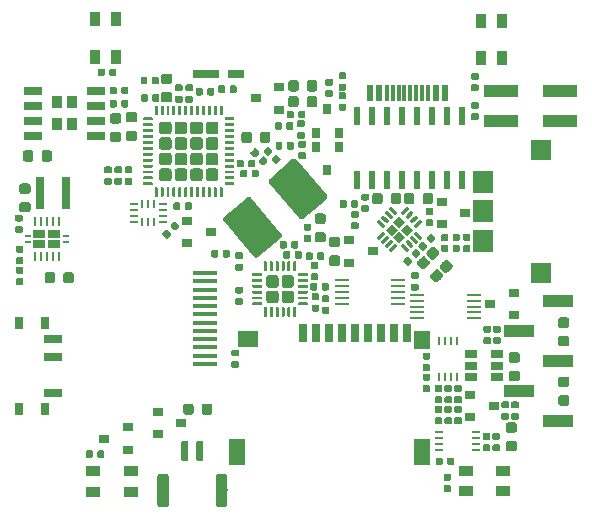
<source format=gbr>
G04 #@! TF.GenerationSoftware,KiCad,Pcbnew,5.0.2-bee76a0~70~ubuntu18.04.1*
G04 #@! TF.CreationDate,2019-04-08T17:38:34+02:00*
G04 #@! TF.ProjectId,anotterwatch,616e6f74-7465-4727-9761-7463682e6b69,rev?*
G04 #@! TF.SameCoordinates,Original*
G04 #@! TF.FileFunction,Paste,Bot*
G04 #@! TF.FilePolarity,Positive*
%FSLAX46Y46*%
G04 Gerber Fmt 4.6, Leading zero omitted, Abs format (unit mm)*
G04 Created by KiCad (PCBNEW 5.0.2-bee76a0~70~ubuntu18.04.1) date Mo 08 Apr 2019 17:38:34 CEST*
%MOMM*%
%LPD*%
G01*
G04 APERTURE LIST*
%ADD10R,2.300000X0.800000*%
%ADD11R,1.400000X0.800000*%
%ADD12R,0.250000X0.675000*%
%ADD13R,0.675000X0.250000*%
%ADD14C,0.100000*%
%ADD15C,0.590000*%
%ADD16C,3.025000*%
%ADD17C,1.070000*%
%ADD18C,0.250000*%
%ADD19C,0.600000*%
%ADD20C,1.000000*%
%ADD21R,0.700000X1.600000*%
%ADD22R,1.400000X1.600000*%
%ADD23R,1.400000X2.200000*%
%ADD24R,1.800000X1.400000*%
%ADD25C,0.875000*%
%ADD26O,0.230000X0.800000*%
%ADD27R,0.230000X0.230000*%
%ADD28R,1.050000X0.680000*%
%ADD29R,0.500000X0.260000*%
%ADD30R,1.280000X0.230000*%
%ADD31R,0.850000X1.200000*%
%ADD32R,1.200000X0.850000*%
%ADD33R,2.000000X0.350000*%
%ADD34R,3.000000X1.000000*%
%ADD35R,0.800000X1.000000*%
%ADD36R,1.500000X0.700000*%
%ADD37R,2.510000X1.000000*%
%ADD38R,0.800000X2.700000*%
%ADD39C,0.730000*%
%ADD40C,0.300000*%
%ADD41C,0.300000*%
%ADD42C,1.050000*%
%ADD43R,0.810000X1.080000*%
%ADD44R,1.500000X0.650000*%
%ADD45R,0.600000X1.500000*%
%ADD46R,0.750000X0.250000*%
%ADD47R,0.250000X0.750000*%
%ADD48R,0.900000X0.800000*%
%ADD49R,0.800000X0.900000*%
%ADD50R,1.060000X0.650000*%
%ADD51R,0.600000X1.450000*%
%ADD52R,0.300000X1.450000*%
%ADD53R,1.700000X1.800000*%
%ADD54R,1.800000X1.900000*%
G04 APERTURE END LIST*
D10*
G04 #@! TO.C,D5*
X94390000Y-74490000D03*
D11*
X96990000Y-74490000D03*
G04 #@! TD*
D12*
G04 #@! TO.C,U4*
X90050000Y-85520000D03*
X89550000Y-85520000D03*
X89050000Y-85520000D03*
D13*
X88300000Y-85520000D03*
X88300000Y-86020000D03*
X88300000Y-86520000D03*
X88300000Y-87020000D03*
D12*
X89050000Y-87020000D03*
X89550000Y-87020000D03*
X90050000Y-87020000D03*
D13*
X90800000Y-87020000D03*
X90800000Y-86520000D03*
X90800000Y-86020000D03*
X90800000Y-85520000D03*
G04 #@! TD*
D14*
G04 #@! TO.C,R13*
G36*
X92126958Y-85360710D02*
X92141276Y-85362834D01*
X92155317Y-85366351D01*
X92168946Y-85371228D01*
X92182031Y-85377417D01*
X92194447Y-85384858D01*
X92206073Y-85393481D01*
X92216798Y-85403202D01*
X92226519Y-85413927D01*
X92235142Y-85425553D01*
X92242583Y-85437969D01*
X92248772Y-85451054D01*
X92253649Y-85464683D01*
X92257166Y-85478724D01*
X92259290Y-85493042D01*
X92260000Y-85507500D01*
X92260000Y-85852500D01*
X92259290Y-85866958D01*
X92257166Y-85881276D01*
X92253649Y-85895317D01*
X92248772Y-85908946D01*
X92242583Y-85922031D01*
X92235142Y-85934447D01*
X92226519Y-85946073D01*
X92216798Y-85956798D01*
X92206073Y-85966519D01*
X92194447Y-85975142D01*
X92182031Y-85982583D01*
X92168946Y-85988772D01*
X92155317Y-85993649D01*
X92141276Y-85997166D01*
X92126958Y-85999290D01*
X92112500Y-86000000D01*
X91817500Y-86000000D01*
X91803042Y-85999290D01*
X91788724Y-85997166D01*
X91774683Y-85993649D01*
X91761054Y-85988772D01*
X91747969Y-85982583D01*
X91735553Y-85975142D01*
X91723927Y-85966519D01*
X91713202Y-85956798D01*
X91703481Y-85946073D01*
X91694858Y-85934447D01*
X91687417Y-85922031D01*
X91681228Y-85908946D01*
X91676351Y-85895317D01*
X91672834Y-85881276D01*
X91670710Y-85866958D01*
X91670000Y-85852500D01*
X91670000Y-85507500D01*
X91670710Y-85493042D01*
X91672834Y-85478724D01*
X91676351Y-85464683D01*
X91681228Y-85451054D01*
X91687417Y-85437969D01*
X91694858Y-85425553D01*
X91703481Y-85413927D01*
X91713202Y-85403202D01*
X91723927Y-85393481D01*
X91735553Y-85384858D01*
X91747969Y-85377417D01*
X91761054Y-85371228D01*
X91774683Y-85366351D01*
X91788724Y-85362834D01*
X91803042Y-85360710D01*
X91817500Y-85360000D01*
X92112500Y-85360000D01*
X92126958Y-85360710D01*
X92126958Y-85360710D01*
G37*
D15*
X91965000Y-85680000D03*
D14*
G36*
X93096958Y-85360710D02*
X93111276Y-85362834D01*
X93125317Y-85366351D01*
X93138946Y-85371228D01*
X93152031Y-85377417D01*
X93164447Y-85384858D01*
X93176073Y-85393481D01*
X93186798Y-85403202D01*
X93196519Y-85413927D01*
X93205142Y-85425553D01*
X93212583Y-85437969D01*
X93218772Y-85451054D01*
X93223649Y-85464683D01*
X93227166Y-85478724D01*
X93229290Y-85493042D01*
X93230000Y-85507500D01*
X93230000Y-85852500D01*
X93229290Y-85866958D01*
X93227166Y-85881276D01*
X93223649Y-85895317D01*
X93218772Y-85908946D01*
X93212583Y-85922031D01*
X93205142Y-85934447D01*
X93196519Y-85946073D01*
X93186798Y-85956798D01*
X93176073Y-85966519D01*
X93164447Y-85975142D01*
X93152031Y-85982583D01*
X93138946Y-85988772D01*
X93125317Y-85993649D01*
X93111276Y-85997166D01*
X93096958Y-85999290D01*
X93082500Y-86000000D01*
X92787500Y-86000000D01*
X92773042Y-85999290D01*
X92758724Y-85997166D01*
X92744683Y-85993649D01*
X92731054Y-85988772D01*
X92717969Y-85982583D01*
X92705553Y-85975142D01*
X92693927Y-85966519D01*
X92683202Y-85956798D01*
X92673481Y-85946073D01*
X92664858Y-85934447D01*
X92657417Y-85922031D01*
X92651228Y-85908946D01*
X92646351Y-85895317D01*
X92642834Y-85881276D01*
X92640710Y-85866958D01*
X92640000Y-85852500D01*
X92640000Y-85507500D01*
X92640710Y-85493042D01*
X92642834Y-85478724D01*
X92646351Y-85464683D01*
X92651228Y-85451054D01*
X92657417Y-85437969D01*
X92664858Y-85425553D01*
X92673481Y-85413927D01*
X92683202Y-85403202D01*
X92693927Y-85393481D01*
X92705553Y-85384858D01*
X92717969Y-85377417D01*
X92731054Y-85371228D01*
X92744683Y-85366351D01*
X92758724Y-85362834D01*
X92773042Y-85360710D01*
X92787500Y-85360000D01*
X93082500Y-85360000D01*
X93096958Y-85360710D01*
X93096958Y-85360710D01*
G37*
D15*
X92935000Y-85680000D03*
G04 #@! TD*
D14*
G04 #@! TO.C,LS1*
G36*
X98073927Y-84893498D02*
X98098233Y-84896833D01*
X98122095Y-84902535D01*
X98145284Y-84910547D01*
X98167576Y-84920794D01*
X98188755Y-84933177D01*
X98208619Y-84947576D01*
X98226977Y-84963853D01*
X98243650Y-84981850D01*
X100782660Y-88007724D01*
X100797489Y-88027270D01*
X100810331Y-88048174D01*
X100821061Y-88070237D01*
X100829578Y-88093245D01*
X100835799Y-88116977D01*
X100839663Y-88141205D01*
X100841134Y-88165695D01*
X100840198Y-88190211D01*
X100836863Y-88214517D01*
X100831161Y-88238380D01*
X100823149Y-88261568D01*
X100812902Y-88283860D01*
X100800519Y-88305039D01*
X100786120Y-88324903D01*
X100769843Y-88343261D01*
X100751846Y-88359934D01*
X98817586Y-89982972D01*
X98798040Y-89997801D01*
X98777136Y-90010643D01*
X98755073Y-90021373D01*
X98732065Y-90029890D01*
X98708333Y-90036111D01*
X98684105Y-90039975D01*
X98659615Y-90041446D01*
X98635099Y-90040510D01*
X98610793Y-90037175D01*
X98586931Y-90031473D01*
X98563742Y-90023461D01*
X98541450Y-90013214D01*
X98520271Y-90000831D01*
X98500407Y-89986432D01*
X98482049Y-89970155D01*
X98465376Y-89952158D01*
X95926366Y-86926284D01*
X95911537Y-86906738D01*
X95898695Y-86885834D01*
X95887965Y-86863771D01*
X95879448Y-86840763D01*
X95873227Y-86817031D01*
X95869363Y-86792803D01*
X95867892Y-86768313D01*
X95868828Y-86743797D01*
X95872163Y-86719491D01*
X95877865Y-86695628D01*
X95885877Y-86672440D01*
X95896124Y-86650148D01*
X95908507Y-86628969D01*
X95922906Y-86609105D01*
X95939183Y-86590747D01*
X95957180Y-86574074D01*
X97891440Y-84951036D01*
X97910986Y-84936207D01*
X97931890Y-84923365D01*
X97953953Y-84912635D01*
X97976961Y-84904118D01*
X98000693Y-84897897D01*
X98024921Y-84894033D01*
X98049411Y-84892562D01*
X98073927Y-84893498D01*
X98073927Y-84893498D01*
G37*
D16*
X98354513Y-87467004D03*
D14*
G36*
X101923301Y-81663490D02*
X101947607Y-81666825D01*
X101971469Y-81672527D01*
X101994658Y-81680539D01*
X102016950Y-81690786D01*
X102038129Y-81703169D01*
X102057993Y-81717568D01*
X102076351Y-81733845D01*
X102093024Y-81751842D01*
X104632034Y-84777716D01*
X104646863Y-84797262D01*
X104659705Y-84818166D01*
X104670435Y-84840229D01*
X104678952Y-84863237D01*
X104685173Y-84886969D01*
X104689037Y-84911197D01*
X104690508Y-84935687D01*
X104689572Y-84960203D01*
X104686237Y-84984509D01*
X104680535Y-85008372D01*
X104672523Y-85031560D01*
X104662276Y-85053852D01*
X104649893Y-85075031D01*
X104635494Y-85094895D01*
X104619217Y-85113253D01*
X104601220Y-85129926D01*
X102666960Y-86752964D01*
X102647414Y-86767793D01*
X102626510Y-86780635D01*
X102604447Y-86791365D01*
X102581439Y-86799882D01*
X102557707Y-86806103D01*
X102533479Y-86809967D01*
X102508989Y-86811438D01*
X102484473Y-86810502D01*
X102460167Y-86807167D01*
X102436305Y-86801465D01*
X102413116Y-86793453D01*
X102390824Y-86783206D01*
X102369645Y-86770823D01*
X102349781Y-86756424D01*
X102331423Y-86740147D01*
X102314750Y-86722150D01*
X99775740Y-83696276D01*
X99760911Y-83676730D01*
X99748069Y-83655826D01*
X99737339Y-83633763D01*
X99728822Y-83610755D01*
X99722601Y-83587023D01*
X99718737Y-83562795D01*
X99717266Y-83538305D01*
X99718202Y-83513789D01*
X99721537Y-83489483D01*
X99727239Y-83465620D01*
X99735251Y-83442432D01*
X99745498Y-83420140D01*
X99757881Y-83398961D01*
X99772280Y-83379097D01*
X99788557Y-83360739D01*
X99806554Y-83344066D01*
X101740814Y-81721028D01*
X101760360Y-81706199D01*
X101781264Y-81693357D01*
X101803327Y-81682627D01*
X101826335Y-81674110D01*
X101850067Y-81667889D01*
X101874295Y-81664025D01*
X101898785Y-81662554D01*
X101923301Y-81663490D01*
X101923301Y-81663490D01*
G37*
D16*
X102203887Y-84236996D03*
G04 #@! TD*
D14*
G04 #@! TO.C,U3*
G36*
X91289504Y-78526204D02*
X91313773Y-78529804D01*
X91337571Y-78535765D01*
X91360671Y-78544030D01*
X91382849Y-78554520D01*
X91403893Y-78567133D01*
X91423598Y-78581747D01*
X91441777Y-78598223D01*
X91458253Y-78616402D01*
X91472867Y-78636107D01*
X91485480Y-78657151D01*
X91495970Y-78679329D01*
X91504235Y-78702429D01*
X91510196Y-78726227D01*
X91513796Y-78750496D01*
X91515000Y-78775000D01*
X91515000Y-79345000D01*
X91513796Y-79369504D01*
X91510196Y-79393773D01*
X91504235Y-79417571D01*
X91495970Y-79440671D01*
X91485480Y-79462849D01*
X91472867Y-79483893D01*
X91458253Y-79503598D01*
X91441777Y-79521777D01*
X91423598Y-79538253D01*
X91403893Y-79552867D01*
X91382849Y-79565480D01*
X91360671Y-79575970D01*
X91337571Y-79584235D01*
X91313773Y-79590196D01*
X91289504Y-79593796D01*
X91265000Y-79595000D01*
X90695000Y-79595000D01*
X90670496Y-79593796D01*
X90646227Y-79590196D01*
X90622429Y-79584235D01*
X90599329Y-79575970D01*
X90577151Y-79565480D01*
X90556107Y-79552867D01*
X90536402Y-79538253D01*
X90518223Y-79521777D01*
X90501747Y-79503598D01*
X90487133Y-79483893D01*
X90474520Y-79462849D01*
X90464030Y-79440671D01*
X90455765Y-79417571D01*
X90449804Y-79393773D01*
X90446204Y-79369504D01*
X90445000Y-79345000D01*
X90445000Y-78775000D01*
X90446204Y-78750496D01*
X90449804Y-78726227D01*
X90455765Y-78702429D01*
X90464030Y-78679329D01*
X90474520Y-78657151D01*
X90487133Y-78636107D01*
X90501747Y-78616402D01*
X90518223Y-78598223D01*
X90536402Y-78581747D01*
X90556107Y-78567133D01*
X90577151Y-78554520D01*
X90599329Y-78544030D01*
X90622429Y-78535765D01*
X90646227Y-78529804D01*
X90670496Y-78526204D01*
X90695000Y-78525000D01*
X91265000Y-78525000D01*
X91289504Y-78526204D01*
X91289504Y-78526204D01*
G37*
D17*
X90980000Y-79060000D03*
D14*
G36*
X92609504Y-78526204D02*
X92633773Y-78529804D01*
X92657571Y-78535765D01*
X92680671Y-78544030D01*
X92702849Y-78554520D01*
X92723893Y-78567133D01*
X92743598Y-78581747D01*
X92761777Y-78598223D01*
X92778253Y-78616402D01*
X92792867Y-78636107D01*
X92805480Y-78657151D01*
X92815970Y-78679329D01*
X92824235Y-78702429D01*
X92830196Y-78726227D01*
X92833796Y-78750496D01*
X92835000Y-78775000D01*
X92835000Y-79345000D01*
X92833796Y-79369504D01*
X92830196Y-79393773D01*
X92824235Y-79417571D01*
X92815970Y-79440671D01*
X92805480Y-79462849D01*
X92792867Y-79483893D01*
X92778253Y-79503598D01*
X92761777Y-79521777D01*
X92743598Y-79538253D01*
X92723893Y-79552867D01*
X92702849Y-79565480D01*
X92680671Y-79575970D01*
X92657571Y-79584235D01*
X92633773Y-79590196D01*
X92609504Y-79593796D01*
X92585000Y-79595000D01*
X92015000Y-79595000D01*
X91990496Y-79593796D01*
X91966227Y-79590196D01*
X91942429Y-79584235D01*
X91919329Y-79575970D01*
X91897151Y-79565480D01*
X91876107Y-79552867D01*
X91856402Y-79538253D01*
X91838223Y-79521777D01*
X91821747Y-79503598D01*
X91807133Y-79483893D01*
X91794520Y-79462849D01*
X91784030Y-79440671D01*
X91775765Y-79417571D01*
X91769804Y-79393773D01*
X91766204Y-79369504D01*
X91765000Y-79345000D01*
X91765000Y-78775000D01*
X91766204Y-78750496D01*
X91769804Y-78726227D01*
X91775765Y-78702429D01*
X91784030Y-78679329D01*
X91794520Y-78657151D01*
X91807133Y-78636107D01*
X91821747Y-78616402D01*
X91838223Y-78598223D01*
X91856402Y-78581747D01*
X91876107Y-78567133D01*
X91897151Y-78554520D01*
X91919329Y-78544030D01*
X91942429Y-78535765D01*
X91966227Y-78529804D01*
X91990496Y-78526204D01*
X92015000Y-78525000D01*
X92585000Y-78525000D01*
X92609504Y-78526204D01*
X92609504Y-78526204D01*
G37*
D17*
X92300000Y-79060000D03*
D14*
G36*
X93929504Y-78526204D02*
X93953773Y-78529804D01*
X93977571Y-78535765D01*
X94000671Y-78544030D01*
X94022849Y-78554520D01*
X94043893Y-78567133D01*
X94063598Y-78581747D01*
X94081777Y-78598223D01*
X94098253Y-78616402D01*
X94112867Y-78636107D01*
X94125480Y-78657151D01*
X94135970Y-78679329D01*
X94144235Y-78702429D01*
X94150196Y-78726227D01*
X94153796Y-78750496D01*
X94155000Y-78775000D01*
X94155000Y-79345000D01*
X94153796Y-79369504D01*
X94150196Y-79393773D01*
X94144235Y-79417571D01*
X94135970Y-79440671D01*
X94125480Y-79462849D01*
X94112867Y-79483893D01*
X94098253Y-79503598D01*
X94081777Y-79521777D01*
X94063598Y-79538253D01*
X94043893Y-79552867D01*
X94022849Y-79565480D01*
X94000671Y-79575970D01*
X93977571Y-79584235D01*
X93953773Y-79590196D01*
X93929504Y-79593796D01*
X93905000Y-79595000D01*
X93335000Y-79595000D01*
X93310496Y-79593796D01*
X93286227Y-79590196D01*
X93262429Y-79584235D01*
X93239329Y-79575970D01*
X93217151Y-79565480D01*
X93196107Y-79552867D01*
X93176402Y-79538253D01*
X93158223Y-79521777D01*
X93141747Y-79503598D01*
X93127133Y-79483893D01*
X93114520Y-79462849D01*
X93104030Y-79440671D01*
X93095765Y-79417571D01*
X93089804Y-79393773D01*
X93086204Y-79369504D01*
X93085000Y-79345000D01*
X93085000Y-78775000D01*
X93086204Y-78750496D01*
X93089804Y-78726227D01*
X93095765Y-78702429D01*
X93104030Y-78679329D01*
X93114520Y-78657151D01*
X93127133Y-78636107D01*
X93141747Y-78616402D01*
X93158223Y-78598223D01*
X93176402Y-78581747D01*
X93196107Y-78567133D01*
X93217151Y-78554520D01*
X93239329Y-78544030D01*
X93262429Y-78535765D01*
X93286227Y-78529804D01*
X93310496Y-78526204D01*
X93335000Y-78525000D01*
X93905000Y-78525000D01*
X93929504Y-78526204D01*
X93929504Y-78526204D01*
G37*
D17*
X93620000Y-79060000D03*
D14*
G36*
X95249504Y-78526204D02*
X95273773Y-78529804D01*
X95297571Y-78535765D01*
X95320671Y-78544030D01*
X95342849Y-78554520D01*
X95363893Y-78567133D01*
X95383598Y-78581747D01*
X95401777Y-78598223D01*
X95418253Y-78616402D01*
X95432867Y-78636107D01*
X95445480Y-78657151D01*
X95455970Y-78679329D01*
X95464235Y-78702429D01*
X95470196Y-78726227D01*
X95473796Y-78750496D01*
X95475000Y-78775000D01*
X95475000Y-79345000D01*
X95473796Y-79369504D01*
X95470196Y-79393773D01*
X95464235Y-79417571D01*
X95455970Y-79440671D01*
X95445480Y-79462849D01*
X95432867Y-79483893D01*
X95418253Y-79503598D01*
X95401777Y-79521777D01*
X95383598Y-79538253D01*
X95363893Y-79552867D01*
X95342849Y-79565480D01*
X95320671Y-79575970D01*
X95297571Y-79584235D01*
X95273773Y-79590196D01*
X95249504Y-79593796D01*
X95225000Y-79595000D01*
X94655000Y-79595000D01*
X94630496Y-79593796D01*
X94606227Y-79590196D01*
X94582429Y-79584235D01*
X94559329Y-79575970D01*
X94537151Y-79565480D01*
X94516107Y-79552867D01*
X94496402Y-79538253D01*
X94478223Y-79521777D01*
X94461747Y-79503598D01*
X94447133Y-79483893D01*
X94434520Y-79462849D01*
X94424030Y-79440671D01*
X94415765Y-79417571D01*
X94409804Y-79393773D01*
X94406204Y-79369504D01*
X94405000Y-79345000D01*
X94405000Y-78775000D01*
X94406204Y-78750496D01*
X94409804Y-78726227D01*
X94415765Y-78702429D01*
X94424030Y-78679329D01*
X94434520Y-78657151D01*
X94447133Y-78636107D01*
X94461747Y-78616402D01*
X94478223Y-78598223D01*
X94496402Y-78581747D01*
X94516107Y-78567133D01*
X94537151Y-78554520D01*
X94559329Y-78544030D01*
X94582429Y-78535765D01*
X94606227Y-78529804D01*
X94630496Y-78526204D01*
X94655000Y-78525000D01*
X95225000Y-78525000D01*
X95249504Y-78526204D01*
X95249504Y-78526204D01*
G37*
D17*
X94940000Y-79060000D03*
D14*
G36*
X91289504Y-79846204D02*
X91313773Y-79849804D01*
X91337571Y-79855765D01*
X91360671Y-79864030D01*
X91382849Y-79874520D01*
X91403893Y-79887133D01*
X91423598Y-79901747D01*
X91441777Y-79918223D01*
X91458253Y-79936402D01*
X91472867Y-79956107D01*
X91485480Y-79977151D01*
X91495970Y-79999329D01*
X91504235Y-80022429D01*
X91510196Y-80046227D01*
X91513796Y-80070496D01*
X91515000Y-80095000D01*
X91515000Y-80665000D01*
X91513796Y-80689504D01*
X91510196Y-80713773D01*
X91504235Y-80737571D01*
X91495970Y-80760671D01*
X91485480Y-80782849D01*
X91472867Y-80803893D01*
X91458253Y-80823598D01*
X91441777Y-80841777D01*
X91423598Y-80858253D01*
X91403893Y-80872867D01*
X91382849Y-80885480D01*
X91360671Y-80895970D01*
X91337571Y-80904235D01*
X91313773Y-80910196D01*
X91289504Y-80913796D01*
X91265000Y-80915000D01*
X90695000Y-80915000D01*
X90670496Y-80913796D01*
X90646227Y-80910196D01*
X90622429Y-80904235D01*
X90599329Y-80895970D01*
X90577151Y-80885480D01*
X90556107Y-80872867D01*
X90536402Y-80858253D01*
X90518223Y-80841777D01*
X90501747Y-80823598D01*
X90487133Y-80803893D01*
X90474520Y-80782849D01*
X90464030Y-80760671D01*
X90455765Y-80737571D01*
X90449804Y-80713773D01*
X90446204Y-80689504D01*
X90445000Y-80665000D01*
X90445000Y-80095000D01*
X90446204Y-80070496D01*
X90449804Y-80046227D01*
X90455765Y-80022429D01*
X90464030Y-79999329D01*
X90474520Y-79977151D01*
X90487133Y-79956107D01*
X90501747Y-79936402D01*
X90518223Y-79918223D01*
X90536402Y-79901747D01*
X90556107Y-79887133D01*
X90577151Y-79874520D01*
X90599329Y-79864030D01*
X90622429Y-79855765D01*
X90646227Y-79849804D01*
X90670496Y-79846204D01*
X90695000Y-79845000D01*
X91265000Y-79845000D01*
X91289504Y-79846204D01*
X91289504Y-79846204D01*
G37*
D17*
X90980000Y-80380000D03*
D14*
G36*
X92609504Y-79846204D02*
X92633773Y-79849804D01*
X92657571Y-79855765D01*
X92680671Y-79864030D01*
X92702849Y-79874520D01*
X92723893Y-79887133D01*
X92743598Y-79901747D01*
X92761777Y-79918223D01*
X92778253Y-79936402D01*
X92792867Y-79956107D01*
X92805480Y-79977151D01*
X92815970Y-79999329D01*
X92824235Y-80022429D01*
X92830196Y-80046227D01*
X92833796Y-80070496D01*
X92835000Y-80095000D01*
X92835000Y-80665000D01*
X92833796Y-80689504D01*
X92830196Y-80713773D01*
X92824235Y-80737571D01*
X92815970Y-80760671D01*
X92805480Y-80782849D01*
X92792867Y-80803893D01*
X92778253Y-80823598D01*
X92761777Y-80841777D01*
X92743598Y-80858253D01*
X92723893Y-80872867D01*
X92702849Y-80885480D01*
X92680671Y-80895970D01*
X92657571Y-80904235D01*
X92633773Y-80910196D01*
X92609504Y-80913796D01*
X92585000Y-80915000D01*
X92015000Y-80915000D01*
X91990496Y-80913796D01*
X91966227Y-80910196D01*
X91942429Y-80904235D01*
X91919329Y-80895970D01*
X91897151Y-80885480D01*
X91876107Y-80872867D01*
X91856402Y-80858253D01*
X91838223Y-80841777D01*
X91821747Y-80823598D01*
X91807133Y-80803893D01*
X91794520Y-80782849D01*
X91784030Y-80760671D01*
X91775765Y-80737571D01*
X91769804Y-80713773D01*
X91766204Y-80689504D01*
X91765000Y-80665000D01*
X91765000Y-80095000D01*
X91766204Y-80070496D01*
X91769804Y-80046227D01*
X91775765Y-80022429D01*
X91784030Y-79999329D01*
X91794520Y-79977151D01*
X91807133Y-79956107D01*
X91821747Y-79936402D01*
X91838223Y-79918223D01*
X91856402Y-79901747D01*
X91876107Y-79887133D01*
X91897151Y-79874520D01*
X91919329Y-79864030D01*
X91942429Y-79855765D01*
X91966227Y-79849804D01*
X91990496Y-79846204D01*
X92015000Y-79845000D01*
X92585000Y-79845000D01*
X92609504Y-79846204D01*
X92609504Y-79846204D01*
G37*
D17*
X92300000Y-80380000D03*
D14*
G36*
X93929504Y-79846204D02*
X93953773Y-79849804D01*
X93977571Y-79855765D01*
X94000671Y-79864030D01*
X94022849Y-79874520D01*
X94043893Y-79887133D01*
X94063598Y-79901747D01*
X94081777Y-79918223D01*
X94098253Y-79936402D01*
X94112867Y-79956107D01*
X94125480Y-79977151D01*
X94135970Y-79999329D01*
X94144235Y-80022429D01*
X94150196Y-80046227D01*
X94153796Y-80070496D01*
X94155000Y-80095000D01*
X94155000Y-80665000D01*
X94153796Y-80689504D01*
X94150196Y-80713773D01*
X94144235Y-80737571D01*
X94135970Y-80760671D01*
X94125480Y-80782849D01*
X94112867Y-80803893D01*
X94098253Y-80823598D01*
X94081777Y-80841777D01*
X94063598Y-80858253D01*
X94043893Y-80872867D01*
X94022849Y-80885480D01*
X94000671Y-80895970D01*
X93977571Y-80904235D01*
X93953773Y-80910196D01*
X93929504Y-80913796D01*
X93905000Y-80915000D01*
X93335000Y-80915000D01*
X93310496Y-80913796D01*
X93286227Y-80910196D01*
X93262429Y-80904235D01*
X93239329Y-80895970D01*
X93217151Y-80885480D01*
X93196107Y-80872867D01*
X93176402Y-80858253D01*
X93158223Y-80841777D01*
X93141747Y-80823598D01*
X93127133Y-80803893D01*
X93114520Y-80782849D01*
X93104030Y-80760671D01*
X93095765Y-80737571D01*
X93089804Y-80713773D01*
X93086204Y-80689504D01*
X93085000Y-80665000D01*
X93085000Y-80095000D01*
X93086204Y-80070496D01*
X93089804Y-80046227D01*
X93095765Y-80022429D01*
X93104030Y-79999329D01*
X93114520Y-79977151D01*
X93127133Y-79956107D01*
X93141747Y-79936402D01*
X93158223Y-79918223D01*
X93176402Y-79901747D01*
X93196107Y-79887133D01*
X93217151Y-79874520D01*
X93239329Y-79864030D01*
X93262429Y-79855765D01*
X93286227Y-79849804D01*
X93310496Y-79846204D01*
X93335000Y-79845000D01*
X93905000Y-79845000D01*
X93929504Y-79846204D01*
X93929504Y-79846204D01*
G37*
D17*
X93620000Y-80380000D03*
D14*
G36*
X95249504Y-79846204D02*
X95273773Y-79849804D01*
X95297571Y-79855765D01*
X95320671Y-79864030D01*
X95342849Y-79874520D01*
X95363893Y-79887133D01*
X95383598Y-79901747D01*
X95401777Y-79918223D01*
X95418253Y-79936402D01*
X95432867Y-79956107D01*
X95445480Y-79977151D01*
X95455970Y-79999329D01*
X95464235Y-80022429D01*
X95470196Y-80046227D01*
X95473796Y-80070496D01*
X95475000Y-80095000D01*
X95475000Y-80665000D01*
X95473796Y-80689504D01*
X95470196Y-80713773D01*
X95464235Y-80737571D01*
X95455970Y-80760671D01*
X95445480Y-80782849D01*
X95432867Y-80803893D01*
X95418253Y-80823598D01*
X95401777Y-80841777D01*
X95383598Y-80858253D01*
X95363893Y-80872867D01*
X95342849Y-80885480D01*
X95320671Y-80895970D01*
X95297571Y-80904235D01*
X95273773Y-80910196D01*
X95249504Y-80913796D01*
X95225000Y-80915000D01*
X94655000Y-80915000D01*
X94630496Y-80913796D01*
X94606227Y-80910196D01*
X94582429Y-80904235D01*
X94559329Y-80895970D01*
X94537151Y-80885480D01*
X94516107Y-80872867D01*
X94496402Y-80858253D01*
X94478223Y-80841777D01*
X94461747Y-80823598D01*
X94447133Y-80803893D01*
X94434520Y-80782849D01*
X94424030Y-80760671D01*
X94415765Y-80737571D01*
X94409804Y-80713773D01*
X94406204Y-80689504D01*
X94405000Y-80665000D01*
X94405000Y-80095000D01*
X94406204Y-80070496D01*
X94409804Y-80046227D01*
X94415765Y-80022429D01*
X94424030Y-79999329D01*
X94434520Y-79977151D01*
X94447133Y-79956107D01*
X94461747Y-79936402D01*
X94478223Y-79918223D01*
X94496402Y-79901747D01*
X94516107Y-79887133D01*
X94537151Y-79874520D01*
X94559329Y-79864030D01*
X94582429Y-79855765D01*
X94606227Y-79849804D01*
X94630496Y-79846204D01*
X94655000Y-79845000D01*
X95225000Y-79845000D01*
X95249504Y-79846204D01*
X95249504Y-79846204D01*
G37*
D17*
X94940000Y-80380000D03*
D14*
G36*
X91289504Y-81166204D02*
X91313773Y-81169804D01*
X91337571Y-81175765D01*
X91360671Y-81184030D01*
X91382849Y-81194520D01*
X91403893Y-81207133D01*
X91423598Y-81221747D01*
X91441777Y-81238223D01*
X91458253Y-81256402D01*
X91472867Y-81276107D01*
X91485480Y-81297151D01*
X91495970Y-81319329D01*
X91504235Y-81342429D01*
X91510196Y-81366227D01*
X91513796Y-81390496D01*
X91515000Y-81415000D01*
X91515000Y-81985000D01*
X91513796Y-82009504D01*
X91510196Y-82033773D01*
X91504235Y-82057571D01*
X91495970Y-82080671D01*
X91485480Y-82102849D01*
X91472867Y-82123893D01*
X91458253Y-82143598D01*
X91441777Y-82161777D01*
X91423598Y-82178253D01*
X91403893Y-82192867D01*
X91382849Y-82205480D01*
X91360671Y-82215970D01*
X91337571Y-82224235D01*
X91313773Y-82230196D01*
X91289504Y-82233796D01*
X91265000Y-82235000D01*
X90695000Y-82235000D01*
X90670496Y-82233796D01*
X90646227Y-82230196D01*
X90622429Y-82224235D01*
X90599329Y-82215970D01*
X90577151Y-82205480D01*
X90556107Y-82192867D01*
X90536402Y-82178253D01*
X90518223Y-82161777D01*
X90501747Y-82143598D01*
X90487133Y-82123893D01*
X90474520Y-82102849D01*
X90464030Y-82080671D01*
X90455765Y-82057571D01*
X90449804Y-82033773D01*
X90446204Y-82009504D01*
X90445000Y-81985000D01*
X90445000Y-81415000D01*
X90446204Y-81390496D01*
X90449804Y-81366227D01*
X90455765Y-81342429D01*
X90464030Y-81319329D01*
X90474520Y-81297151D01*
X90487133Y-81276107D01*
X90501747Y-81256402D01*
X90518223Y-81238223D01*
X90536402Y-81221747D01*
X90556107Y-81207133D01*
X90577151Y-81194520D01*
X90599329Y-81184030D01*
X90622429Y-81175765D01*
X90646227Y-81169804D01*
X90670496Y-81166204D01*
X90695000Y-81165000D01*
X91265000Y-81165000D01*
X91289504Y-81166204D01*
X91289504Y-81166204D01*
G37*
D17*
X90980000Y-81700000D03*
D14*
G36*
X92609504Y-81166204D02*
X92633773Y-81169804D01*
X92657571Y-81175765D01*
X92680671Y-81184030D01*
X92702849Y-81194520D01*
X92723893Y-81207133D01*
X92743598Y-81221747D01*
X92761777Y-81238223D01*
X92778253Y-81256402D01*
X92792867Y-81276107D01*
X92805480Y-81297151D01*
X92815970Y-81319329D01*
X92824235Y-81342429D01*
X92830196Y-81366227D01*
X92833796Y-81390496D01*
X92835000Y-81415000D01*
X92835000Y-81985000D01*
X92833796Y-82009504D01*
X92830196Y-82033773D01*
X92824235Y-82057571D01*
X92815970Y-82080671D01*
X92805480Y-82102849D01*
X92792867Y-82123893D01*
X92778253Y-82143598D01*
X92761777Y-82161777D01*
X92743598Y-82178253D01*
X92723893Y-82192867D01*
X92702849Y-82205480D01*
X92680671Y-82215970D01*
X92657571Y-82224235D01*
X92633773Y-82230196D01*
X92609504Y-82233796D01*
X92585000Y-82235000D01*
X92015000Y-82235000D01*
X91990496Y-82233796D01*
X91966227Y-82230196D01*
X91942429Y-82224235D01*
X91919329Y-82215970D01*
X91897151Y-82205480D01*
X91876107Y-82192867D01*
X91856402Y-82178253D01*
X91838223Y-82161777D01*
X91821747Y-82143598D01*
X91807133Y-82123893D01*
X91794520Y-82102849D01*
X91784030Y-82080671D01*
X91775765Y-82057571D01*
X91769804Y-82033773D01*
X91766204Y-82009504D01*
X91765000Y-81985000D01*
X91765000Y-81415000D01*
X91766204Y-81390496D01*
X91769804Y-81366227D01*
X91775765Y-81342429D01*
X91784030Y-81319329D01*
X91794520Y-81297151D01*
X91807133Y-81276107D01*
X91821747Y-81256402D01*
X91838223Y-81238223D01*
X91856402Y-81221747D01*
X91876107Y-81207133D01*
X91897151Y-81194520D01*
X91919329Y-81184030D01*
X91942429Y-81175765D01*
X91966227Y-81169804D01*
X91990496Y-81166204D01*
X92015000Y-81165000D01*
X92585000Y-81165000D01*
X92609504Y-81166204D01*
X92609504Y-81166204D01*
G37*
D17*
X92300000Y-81700000D03*
D14*
G36*
X93929504Y-81166204D02*
X93953773Y-81169804D01*
X93977571Y-81175765D01*
X94000671Y-81184030D01*
X94022849Y-81194520D01*
X94043893Y-81207133D01*
X94063598Y-81221747D01*
X94081777Y-81238223D01*
X94098253Y-81256402D01*
X94112867Y-81276107D01*
X94125480Y-81297151D01*
X94135970Y-81319329D01*
X94144235Y-81342429D01*
X94150196Y-81366227D01*
X94153796Y-81390496D01*
X94155000Y-81415000D01*
X94155000Y-81985000D01*
X94153796Y-82009504D01*
X94150196Y-82033773D01*
X94144235Y-82057571D01*
X94135970Y-82080671D01*
X94125480Y-82102849D01*
X94112867Y-82123893D01*
X94098253Y-82143598D01*
X94081777Y-82161777D01*
X94063598Y-82178253D01*
X94043893Y-82192867D01*
X94022849Y-82205480D01*
X94000671Y-82215970D01*
X93977571Y-82224235D01*
X93953773Y-82230196D01*
X93929504Y-82233796D01*
X93905000Y-82235000D01*
X93335000Y-82235000D01*
X93310496Y-82233796D01*
X93286227Y-82230196D01*
X93262429Y-82224235D01*
X93239329Y-82215970D01*
X93217151Y-82205480D01*
X93196107Y-82192867D01*
X93176402Y-82178253D01*
X93158223Y-82161777D01*
X93141747Y-82143598D01*
X93127133Y-82123893D01*
X93114520Y-82102849D01*
X93104030Y-82080671D01*
X93095765Y-82057571D01*
X93089804Y-82033773D01*
X93086204Y-82009504D01*
X93085000Y-81985000D01*
X93085000Y-81415000D01*
X93086204Y-81390496D01*
X93089804Y-81366227D01*
X93095765Y-81342429D01*
X93104030Y-81319329D01*
X93114520Y-81297151D01*
X93127133Y-81276107D01*
X93141747Y-81256402D01*
X93158223Y-81238223D01*
X93176402Y-81221747D01*
X93196107Y-81207133D01*
X93217151Y-81194520D01*
X93239329Y-81184030D01*
X93262429Y-81175765D01*
X93286227Y-81169804D01*
X93310496Y-81166204D01*
X93335000Y-81165000D01*
X93905000Y-81165000D01*
X93929504Y-81166204D01*
X93929504Y-81166204D01*
G37*
D17*
X93620000Y-81700000D03*
D14*
G36*
X95249504Y-81166204D02*
X95273773Y-81169804D01*
X95297571Y-81175765D01*
X95320671Y-81184030D01*
X95342849Y-81194520D01*
X95363893Y-81207133D01*
X95383598Y-81221747D01*
X95401777Y-81238223D01*
X95418253Y-81256402D01*
X95432867Y-81276107D01*
X95445480Y-81297151D01*
X95455970Y-81319329D01*
X95464235Y-81342429D01*
X95470196Y-81366227D01*
X95473796Y-81390496D01*
X95475000Y-81415000D01*
X95475000Y-81985000D01*
X95473796Y-82009504D01*
X95470196Y-82033773D01*
X95464235Y-82057571D01*
X95455970Y-82080671D01*
X95445480Y-82102849D01*
X95432867Y-82123893D01*
X95418253Y-82143598D01*
X95401777Y-82161777D01*
X95383598Y-82178253D01*
X95363893Y-82192867D01*
X95342849Y-82205480D01*
X95320671Y-82215970D01*
X95297571Y-82224235D01*
X95273773Y-82230196D01*
X95249504Y-82233796D01*
X95225000Y-82235000D01*
X94655000Y-82235000D01*
X94630496Y-82233796D01*
X94606227Y-82230196D01*
X94582429Y-82224235D01*
X94559329Y-82215970D01*
X94537151Y-82205480D01*
X94516107Y-82192867D01*
X94496402Y-82178253D01*
X94478223Y-82161777D01*
X94461747Y-82143598D01*
X94447133Y-82123893D01*
X94434520Y-82102849D01*
X94424030Y-82080671D01*
X94415765Y-82057571D01*
X94409804Y-82033773D01*
X94406204Y-82009504D01*
X94405000Y-81985000D01*
X94405000Y-81415000D01*
X94406204Y-81390496D01*
X94409804Y-81366227D01*
X94415765Y-81342429D01*
X94424030Y-81319329D01*
X94434520Y-81297151D01*
X94447133Y-81276107D01*
X94461747Y-81256402D01*
X94478223Y-81238223D01*
X94496402Y-81221747D01*
X94516107Y-81207133D01*
X94537151Y-81194520D01*
X94559329Y-81184030D01*
X94582429Y-81175765D01*
X94606227Y-81169804D01*
X94630496Y-81166204D01*
X94655000Y-81165000D01*
X95225000Y-81165000D01*
X95249504Y-81166204D01*
X95249504Y-81166204D01*
G37*
D17*
X94940000Y-81700000D03*
D14*
G36*
X91289504Y-82486204D02*
X91313773Y-82489804D01*
X91337571Y-82495765D01*
X91360671Y-82504030D01*
X91382849Y-82514520D01*
X91403893Y-82527133D01*
X91423598Y-82541747D01*
X91441777Y-82558223D01*
X91458253Y-82576402D01*
X91472867Y-82596107D01*
X91485480Y-82617151D01*
X91495970Y-82639329D01*
X91504235Y-82662429D01*
X91510196Y-82686227D01*
X91513796Y-82710496D01*
X91515000Y-82735000D01*
X91515000Y-83305000D01*
X91513796Y-83329504D01*
X91510196Y-83353773D01*
X91504235Y-83377571D01*
X91495970Y-83400671D01*
X91485480Y-83422849D01*
X91472867Y-83443893D01*
X91458253Y-83463598D01*
X91441777Y-83481777D01*
X91423598Y-83498253D01*
X91403893Y-83512867D01*
X91382849Y-83525480D01*
X91360671Y-83535970D01*
X91337571Y-83544235D01*
X91313773Y-83550196D01*
X91289504Y-83553796D01*
X91265000Y-83555000D01*
X90695000Y-83555000D01*
X90670496Y-83553796D01*
X90646227Y-83550196D01*
X90622429Y-83544235D01*
X90599329Y-83535970D01*
X90577151Y-83525480D01*
X90556107Y-83512867D01*
X90536402Y-83498253D01*
X90518223Y-83481777D01*
X90501747Y-83463598D01*
X90487133Y-83443893D01*
X90474520Y-83422849D01*
X90464030Y-83400671D01*
X90455765Y-83377571D01*
X90449804Y-83353773D01*
X90446204Y-83329504D01*
X90445000Y-83305000D01*
X90445000Y-82735000D01*
X90446204Y-82710496D01*
X90449804Y-82686227D01*
X90455765Y-82662429D01*
X90464030Y-82639329D01*
X90474520Y-82617151D01*
X90487133Y-82596107D01*
X90501747Y-82576402D01*
X90518223Y-82558223D01*
X90536402Y-82541747D01*
X90556107Y-82527133D01*
X90577151Y-82514520D01*
X90599329Y-82504030D01*
X90622429Y-82495765D01*
X90646227Y-82489804D01*
X90670496Y-82486204D01*
X90695000Y-82485000D01*
X91265000Y-82485000D01*
X91289504Y-82486204D01*
X91289504Y-82486204D01*
G37*
D17*
X90980000Y-83020000D03*
D14*
G36*
X92609504Y-82486204D02*
X92633773Y-82489804D01*
X92657571Y-82495765D01*
X92680671Y-82504030D01*
X92702849Y-82514520D01*
X92723893Y-82527133D01*
X92743598Y-82541747D01*
X92761777Y-82558223D01*
X92778253Y-82576402D01*
X92792867Y-82596107D01*
X92805480Y-82617151D01*
X92815970Y-82639329D01*
X92824235Y-82662429D01*
X92830196Y-82686227D01*
X92833796Y-82710496D01*
X92835000Y-82735000D01*
X92835000Y-83305000D01*
X92833796Y-83329504D01*
X92830196Y-83353773D01*
X92824235Y-83377571D01*
X92815970Y-83400671D01*
X92805480Y-83422849D01*
X92792867Y-83443893D01*
X92778253Y-83463598D01*
X92761777Y-83481777D01*
X92743598Y-83498253D01*
X92723893Y-83512867D01*
X92702849Y-83525480D01*
X92680671Y-83535970D01*
X92657571Y-83544235D01*
X92633773Y-83550196D01*
X92609504Y-83553796D01*
X92585000Y-83555000D01*
X92015000Y-83555000D01*
X91990496Y-83553796D01*
X91966227Y-83550196D01*
X91942429Y-83544235D01*
X91919329Y-83535970D01*
X91897151Y-83525480D01*
X91876107Y-83512867D01*
X91856402Y-83498253D01*
X91838223Y-83481777D01*
X91821747Y-83463598D01*
X91807133Y-83443893D01*
X91794520Y-83422849D01*
X91784030Y-83400671D01*
X91775765Y-83377571D01*
X91769804Y-83353773D01*
X91766204Y-83329504D01*
X91765000Y-83305000D01*
X91765000Y-82735000D01*
X91766204Y-82710496D01*
X91769804Y-82686227D01*
X91775765Y-82662429D01*
X91784030Y-82639329D01*
X91794520Y-82617151D01*
X91807133Y-82596107D01*
X91821747Y-82576402D01*
X91838223Y-82558223D01*
X91856402Y-82541747D01*
X91876107Y-82527133D01*
X91897151Y-82514520D01*
X91919329Y-82504030D01*
X91942429Y-82495765D01*
X91966227Y-82489804D01*
X91990496Y-82486204D01*
X92015000Y-82485000D01*
X92585000Y-82485000D01*
X92609504Y-82486204D01*
X92609504Y-82486204D01*
G37*
D17*
X92300000Y-83020000D03*
D14*
G36*
X93929504Y-82486204D02*
X93953773Y-82489804D01*
X93977571Y-82495765D01*
X94000671Y-82504030D01*
X94022849Y-82514520D01*
X94043893Y-82527133D01*
X94063598Y-82541747D01*
X94081777Y-82558223D01*
X94098253Y-82576402D01*
X94112867Y-82596107D01*
X94125480Y-82617151D01*
X94135970Y-82639329D01*
X94144235Y-82662429D01*
X94150196Y-82686227D01*
X94153796Y-82710496D01*
X94155000Y-82735000D01*
X94155000Y-83305000D01*
X94153796Y-83329504D01*
X94150196Y-83353773D01*
X94144235Y-83377571D01*
X94135970Y-83400671D01*
X94125480Y-83422849D01*
X94112867Y-83443893D01*
X94098253Y-83463598D01*
X94081777Y-83481777D01*
X94063598Y-83498253D01*
X94043893Y-83512867D01*
X94022849Y-83525480D01*
X94000671Y-83535970D01*
X93977571Y-83544235D01*
X93953773Y-83550196D01*
X93929504Y-83553796D01*
X93905000Y-83555000D01*
X93335000Y-83555000D01*
X93310496Y-83553796D01*
X93286227Y-83550196D01*
X93262429Y-83544235D01*
X93239329Y-83535970D01*
X93217151Y-83525480D01*
X93196107Y-83512867D01*
X93176402Y-83498253D01*
X93158223Y-83481777D01*
X93141747Y-83463598D01*
X93127133Y-83443893D01*
X93114520Y-83422849D01*
X93104030Y-83400671D01*
X93095765Y-83377571D01*
X93089804Y-83353773D01*
X93086204Y-83329504D01*
X93085000Y-83305000D01*
X93085000Y-82735000D01*
X93086204Y-82710496D01*
X93089804Y-82686227D01*
X93095765Y-82662429D01*
X93104030Y-82639329D01*
X93114520Y-82617151D01*
X93127133Y-82596107D01*
X93141747Y-82576402D01*
X93158223Y-82558223D01*
X93176402Y-82541747D01*
X93196107Y-82527133D01*
X93217151Y-82514520D01*
X93239329Y-82504030D01*
X93262429Y-82495765D01*
X93286227Y-82489804D01*
X93310496Y-82486204D01*
X93335000Y-82485000D01*
X93905000Y-82485000D01*
X93929504Y-82486204D01*
X93929504Y-82486204D01*
G37*
D17*
X93620000Y-83020000D03*
D14*
G36*
X95249504Y-82486204D02*
X95273773Y-82489804D01*
X95297571Y-82495765D01*
X95320671Y-82504030D01*
X95342849Y-82514520D01*
X95363893Y-82527133D01*
X95383598Y-82541747D01*
X95401777Y-82558223D01*
X95418253Y-82576402D01*
X95432867Y-82596107D01*
X95445480Y-82617151D01*
X95455970Y-82639329D01*
X95464235Y-82662429D01*
X95470196Y-82686227D01*
X95473796Y-82710496D01*
X95475000Y-82735000D01*
X95475000Y-83305000D01*
X95473796Y-83329504D01*
X95470196Y-83353773D01*
X95464235Y-83377571D01*
X95455970Y-83400671D01*
X95445480Y-83422849D01*
X95432867Y-83443893D01*
X95418253Y-83463598D01*
X95401777Y-83481777D01*
X95383598Y-83498253D01*
X95363893Y-83512867D01*
X95342849Y-83525480D01*
X95320671Y-83535970D01*
X95297571Y-83544235D01*
X95273773Y-83550196D01*
X95249504Y-83553796D01*
X95225000Y-83555000D01*
X94655000Y-83555000D01*
X94630496Y-83553796D01*
X94606227Y-83550196D01*
X94582429Y-83544235D01*
X94559329Y-83535970D01*
X94537151Y-83525480D01*
X94516107Y-83512867D01*
X94496402Y-83498253D01*
X94478223Y-83481777D01*
X94461747Y-83463598D01*
X94447133Y-83443893D01*
X94434520Y-83422849D01*
X94424030Y-83400671D01*
X94415765Y-83377571D01*
X94409804Y-83353773D01*
X94406204Y-83329504D01*
X94405000Y-83305000D01*
X94405000Y-82735000D01*
X94406204Y-82710496D01*
X94409804Y-82686227D01*
X94415765Y-82662429D01*
X94424030Y-82639329D01*
X94434520Y-82617151D01*
X94447133Y-82596107D01*
X94461747Y-82576402D01*
X94478223Y-82558223D01*
X94496402Y-82541747D01*
X94516107Y-82527133D01*
X94537151Y-82514520D01*
X94559329Y-82504030D01*
X94582429Y-82495765D01*
X94606227Y-82489804D01*
X94630496Y-82486204D01*
X94655000Y-82485000D01*
X95225000Y-82485000D01*
X95249504Y-82486204D01*
X95249504Y-82486204D01*
G37*
D17*
X94940000Y-83020000D03*
D14*
G36*
X90278626Y-77190301D02*
X90284693Y-77191201D01*
X90290643Y-77192691D01*
X90296418Y-77194758D01*
X90301962Y-77197380D01*
X90307223Y-77200533D01*
X90312150Y-77204187D01*
X90316694Y-77208306D01*
X90320813Y-77212850D01*
X90324467Y-77217777D01*
X90327620Y-77223038D01*
X90330242Y-77228582D01*
X90332309Y-77234357D01*
X90333799Y-77240307D01*
X90334699Y-77246374D01*
X90335000Y-77252500D01*
X90335000Y-77927500D01*
X90334699Y-77933626D01*
X90333799Y-77939693D01*
X90332309Y-77945643D01*
X90330242Y-77951418D01*
X90327620Y-77956962D01*
X90324467Y-77962223D01*
X90320813Y-77967150D01*
X90316694Y-77971694D01*
X90312150Y-77975813D01*
X90307223Y-77979467D01*
X90301962Y-77982620D01*
X90296418Y-77985242D01*
X90290643Y-77987309D01*
X90284693Y-77988799D01*
X90278626Y-77989699D01*
X90272500Y-77990000D01*
X90147500Y-77990000D01*
X90141374Y-77989699D01*
X90135307Y-77988799D01*
X90129357Y-77987309D01*
X90123582Y-77985242D01*
X90118038Y-77982620D01*
X90112777Y-77979467D01*
X90107850Y-77975813D01*
X90103306Y-77971694D01*
X90099187Y-77967150D01*
X90095533Y-77962223D01*
X90092380Y-77956962D01*
X90089758Y-77951418D01*
X90087691Y-77945643D01*
X90086201Y-77939693D01*
X90085301Y-77933626D01*
X90085000Y-77927500D01*
X90085000Y-77252500D01*
X90085301Y-77246374D01*
X90086201Y-77240307D01*
X90087691Y-77234357D01*
X90089758Y-77228582D01*
X90092380Y-77223038D01*
X90095533Y-77217777D01*
X90099187Y-77212850D01*
X90103306Y-77208306D01*
X90107850Y-77204187D01*
X90112777Y-77200533D01*
X90118038Y-77197380D01*
X90123582Y-77194758D01*
X90129357Y-77192691D01*
X90135307Y-77191201D01*
X90141374Y-77190301D01*
X90147500Y-77190000D01*
X90272500Y-77190000D01*
X90278626Y-77190301D01*
X90278626Y-77190301D01*
G37*
D18*
X90210000Y-77590000D03*
D14*
G36*
X90778626Y-77190301D02*
X90784693Y-77191201D01*
X90790643Y-77192691D01*
X90796418Y-77194758D01*
X90801962Y-77197380D01*
X90807223Y-77200533D01*
X90812150Y-77204187D01*
X90816694Y-77208306D01*
X90820813Y-77212850D01*
X90824467Y-77217777D01*
X90827620Y-77223038D01*
X90830242Y-77228582D01*
X90832309Y-77234357D01*
X90833799Y-77240307D01*
X90834699Y-77246374D01*
X90835000Y-77252500D01*
X90835000Y-77927500D01*
X90834699Y-77933626D01*
X90833799Y-77939693D01*
X90832309Y-77945643D01*
X90830242Y-77951418D01*
X90827620Y-77956962D01*
X90824467Y-77962223D01*
X90820813Y-77967150D01*
X90816694Y-77971694D01*
X90812150Y-77975813D01*
X90807223Y-77979467D01*
X90801962Y-77982620D01*
X90796418Y-77985242D01*
X90790643Y-77987309D01*
X90784693Y-77988799D01*
X90778626Y-77989699D01*
X90772500Y-77990000D01*
X90647500Y-77990000D01*
X90641374Y-77989699D01*
X90635307Y-77988799D01*
X90629357Y-77987309D01*
X90623582Y-77985242D01*
X90618038Y-77982620D01*
X90612777Y-77979467D01*
X90607850Y-77975813D01*
X90603306Y-77971694D01*
X90599187Y-77967150D01*
X90595533Y-77962223D01*
X90592380Y-77956962D01*
X90589758Y-77951418D01*
X90587691Y-77945643D01*
X90586201Y-77939693D01*
X90585301Y-77933626D01*
X90585000Y-77927500D01*
X90585000Y-77252500D01*
X90585301Y-77246374D01*
X90586201Y-77240307D01*
X90587691Y-77234357D01*
X90589758Y-77228582D01*
X90592380Y-77223038D01*
X90595533Y-77217777D01*
X90599187Y-77212850D01*
X90603306Y-77208306D01*
X90607850Y-77204187D01*
X90612777Y-77200533D01*
X90618038Y-77197380D01*
X90623582Y-77194758D01*
X90629357Y-77192691D01*
X90635307Y-77191201D01*
X90641374Y-77190301D01*
X90647500Y-77190000D01*
X90772500Y-77190000D01*
X90778626Y-77190301D01*
X90778626Y-77190301D01*
G37*
D18*
X90710000Y-77590000D03*
D14*
G36*
X91278626Y-77190301D02*
X91284693Y-77191201D01*
X91290643Y-77192691D01*
X91296418Y-77194758D01*
X91301962Y-77197380D01*
X91307223Y-77200533D01*
X91312150Y-77204187D01*
X91316694Y-77208306D01*
X91320813Y-77212850D01*
X91324467Y-77217777D01*
X91327620Y-77223038D01*
X91330242Y-77228582D01*
X91332309Y-77234357D01*
X91333799Y-77240307D01*
X91334699Y-77246374D01*
X91335000Y-77252500D01*
X91335000Y-77927500D01*
X91334699Y-77933626D01*
X91333799Y-77939693D01*
X91332309Y-77945643D01*
X91330242Y-77951418D01*
X91327620Y-77956962D01*
X91324467Y-77962223D01*
X91320813Y-77967150D01*
X91316694Y-77971694D01*
X91312150Y-77975813D01*
X91307223Y-77979467D01*
X91301962Y-77982620D01*
X91296418Y-77985242D01*
X91290643Y-77987309D01*
X91284693Y-77988799D01*
X91278626Y-77989699D01*
X91272500Y-77990000D01*
X91147500Y-77990000D01*
X91141374Y-77989699D01*
X91135307Y-77988799D01*
X91129357Y-77987309D01*
X91123582Y-77985242D01*
X91118038Y-77982620D01*
X91112777Y-77979467D01*
X91107850Y-77975813D01*
X91103306Y-77971694D01*
X91099187Y-77967150D01*
X91095533Y-77962223D01*
X91092380Y-77956962D01*
X91089758Y-77951418D01*
X91087691Y-77945643D01*
X91086201Y-77939693D01*
X91085301Y-77933626D01*
X91085000Y-77927500D01*
X91085000Y-77252500D01*
X91085301Y-77246374D01*
X91086201Y-77240307D01*
X91087691Y-77234357D01*
X91089758Y-77228582D01*
X91092380Y-77223038D01*
X91095533Y-77217777D01*
X91099187Y-77212850D01*
X91103306Y-77208306D01*
X91107850Y-77204187D01*
X91112777Y-77200533D01*
X91118038Y-77197380D01*
X91123582Y-77194758D01*
X91129357Y-77192691D01*
X91135307Y-77191201D01*
X91141374Y-77190301D01*
X91147500Y-77190000D01*
X91272500Y-77190000D01*
X91278626Y-77190301D01*
X91278626Y-77190301D01*
G37*
D18*
X91210000Y-77590000D03*
D14*
G36*
X91778626Y-77190301D02*
X91784693Y-77191201D01*
X91790643Y-77192691D01*
X91796418Y-77194758D01*
X91801962Y-77197380D01*
X91807223Y-77200533D01*
X91812150Y-77204187D01*
X91816694Y-77208306D01*
X91820813Y-77212850D01*
X91824467Y-77217777D01*
X91827620Y-77223038D01*
X91830242Y-77228582D01*
X91832309Y-77234357D01*
X91833799Y-77240307D01*
X91834699Y-77246374D01*
X91835000Y-77252500D01*
X91835000Y-77927500D01*
X91834699Y-77933626D01*
X91833799Y-77939693D01*
X91832309Y-77945643D01*
X91830242Y-77951418D01*
X91827620Y-77956962D01*
X91824467Y-77962223D01*
X91820813Y-77967150D01*
X91816694Y-77971694D01*
X91812150Y-77975813D01*
X91807223Y-77979467D01*
X91801962Y-77982620D01*
X91796418Y-77985242D01*
X91790643Y-77987309D01*
X91784693Y-77988799D01*
X91778626Y-77989699D01*
X91772500Y-77990000D01*
X91647500Y-77990000D01*
X91641374Y-77989699D01*
X91635307Y-77988799D01*
X91629357Y-77987309D01*
X91623582Y-77985242D01*
X91618038Y-77982620D01*
X91612777Y-77979467D01*
X91607850Y-77975813D01*
X91603306Y-77971694D01*
X91599187Y-77967150D01*
X91595533Y-77962223D01*
X91592380Y-77956962D01*
X91589758Y-77951418D01*
X91587691Y-77945643D01*
X91586201Y-77939693D01*
X91585301Y-77933626D01*
X91585000Y-77927500D01*
X91585000Y-77252500D01*
X91585301Y-77246374D01*
X91586201Y-77240307D01*
X91587691Y-77234357D01*
X91589758Y-77228582D01*
X91592380Y-77223038D01*
X91595533Y-77217777D01*
X91599187Y-77212850D01*
X91603306Y-77208306D01*
X91607850Y-77204187D01*
X91612777Y-77200533D01*
X91618038Y-77197380D01*
X91623582Y-77194758D01*
X91629357Y-77192691D01*
X91635307Y-77191201D01*
X91641374Y-77190301D01*
X91647500Y-77190000D01*
X91772500Y-77190000D01*
X91778626Y-77190301D01*
X91778626Y-77190301D01*
G37*
D18*
X91710000Y-77590000D03*
D14*
G36*
X92278626Y-77190301D02*
X92284693Y-77191201D01*
X92290643Y-77192691D01*
X92296418Y-77194758D01*
X92301962Y-77197380D01*
X92307223Y-77200533D01*
X92312150Y-77204187D01*
X92316694Y-77208306D01*
X92320813Y-77212850D01*
X92324467Y-77217777D01*
X92327620Y-77223038D01*
X92330242Y-77228582D01*
X92332309Y-77234357D01*
X92333799Y-77240307D01*
X92334699Y-77246374D01*
X92335000Y-77252500D01*
X92335000Y-77927500D01*
X92334699Y-77933626D01*
X92333799Y-77939693D01*
X92332309Y-77945643D01*
X92330242Y-77951418D01*
X92327620Y-77956962D01*
X92324467Y-77962223D01*
X92320813Y-77967150D01*
X92316694Y-77971694D01*
X92312150Y-77975813D01*
X92307223Y-77979467D01*
X92301962Y-77982620D01*
X92296418Y-77985242D01*
X92290643Y-77987309D01*
X92284693Y-77988799D01*
X92278626Y-77989699D01*
X92272500Y-77990000D01*
X92147500Y-77990000D01*
X92141374Y-77989699D01*
X92135307Y-77988799D01*
X92129357Y-77987309D01*
X92123582Y-77985242D01*
X92118038Y-77982620D01*
X92112777Y-77979467D01*
X92107850Y-77975813D01*
X92103306Y-77971694D01*
X92099187Y-77967150D01*
X92095533Y-77962223D01*
X92092380Y-77956962D01*
X92089758Y-77951418D01*
X92087691Y-77945643D01*
X92086201Y-77939693D01*
X92085301Y-77933626D01*
X92085000Y-77927500D01*
X92085000Y-77252500D01*
X92085301Y-77246374D01*
X92086201Y-77240307D01*
X92087691Y-77234357D01*
X92089758Y-77228582D01*
X92092380Y-77223038D01*
X92095533Y-77217777D01*
X92099187Y-77212850D01*
X92103306Y-77208306D01*
X92107850Y-77204187D01*
X92112777Y-77200533D01*
X92118038Y-77197380D01*
X92123582Y-77194758D01*
X92129357Y-77192691D01*
X92135307Y-77191201D01*
X92141374Y-77190301D01*
X92147500Y-77190000D01*
X92272500Y-77190000D01*
X92278626Y-77190301D01*
X92278626Y-77190301D01*
G37*
D18*
X92210000Y-77590000D03*
D14*
G36*
X92778626Y-77190301D02*
X92784693Y-77191201D01*
X92790643Y-77192691D01*
X92796418Y-77194758D01*
X92801962Y-77197380D01*
X92807223Y-77200533D01*
X92812150Y-77204187D01*
X92816694Y-77208306D01*
X92820813Y-77212850D01*
X92824467Y-77217777D01*
X92827620Y-77223038D01*
X92830242Y-77228582D01*
X92832309Y-77234357D01*
X92833799Y-77240307D01*
X92834699Y-77246374D01*
X92835000Y-77252500D01*
X92835000Y-77927500D01*
X92834699Y-77933626D01*
X92833799Y-77939693D01*
X92832309Y-77945643D01*
X92830242Y-77951418D01*
X92827620Y-77956962D01*
X92824467Y-77962223D01*
X92820813Y-77967150D01*
X92816694Y-77971694D01*
X92812150Y-77975813D01*
X92807223Y-77979467D01*
X92801962Y-77982620D01*
X92796418Y-77985242D01*
X92790643Y-77987309D01*
X92784693Y-77988799D01*
X92778626Y-77989699D01*
X92772500Y-77990000D01*
X92647500Y-77990000D01*
X92641374Y-77989699D01*
X92635307Y-77988799D01*
X92629357Y-77987309D01*
X92623582Y-77985242D01*
X92618038Y-77982620D01*
X92612777Y-77979467D01*
X92607850Y-77975813D01*
X92603306Y-77971694D01*
X92599187Y-77967150D01*
X92595533Y-77962223D01*
X92592380Y-77956962D01*
X92589758Y-77951418D01*
X92587691Y-77945643D01*
X92586201Y-77939693D01*
X92585301Y-77933626D01*
X92585000Y-77927500D01*
X92585000Y-77252500D01*
X92585301Y-77246374D01*
X92586201Y-77240307D01*
X92587691Y-77234357D01*
X92589758Y-77228582D01*
X92592380Y-77223038D01*
X92595533Y-77217777D01*
X92599187Y-77212850D01*
X92603306Y-77208306D01*
X92607850Y-77204187D01*
X92612777Y-77200533D01*
X92618038Y-77197380D01*
X92623582Y-77194758D01*
X92629357Y-77192691D01*
X92635307Y-77191201D01*
X92641374Y-77190301D01*
X92647500Y-77190000D01*
X92772500Y-77190000D01*
X92778626Y-77190301D01*
X92778626Y-77190301D01*
G37*
D18*
X92710000Y-77590000D03*
D14*
G36*
X93278626Y-77190301D02*
X93284693Y-77191201D01*
X93290643Y-77192691D01*
X93296418Y-77194758D01*
X93301962Y-77197380D01*
X93307223Y-77200533D01*
X93312150Y-77204187D01*
X93316694Y-77208306D01*
X93320813Y-77212850D01*
X93324467Y-77217777D01*
X93327620Y-77223038D01*
X93330242Y-77228582D01*
X93332309Y-77234357D01*
X93333799Y-77240307D01*
X93334699Y-77246374D01*
X93335000Y-77252500D01*
X93335000Y-77927500D01*
X93334699Y-77933626D01*
X93333799Y-77939693D01*
X93332309Y-77945643D01*
X93330242Y-77951418D01*
X93327620Y-77956962D01*
X93324467Y-77962223D01*
X93320813Y-77967150D01*
X93316694Y-77971694D01*
X93312150Y-77975813D01*
X93307223Y-77979467D01*
X93301962Y-77982620D01*
X93296418Y-77985242D01*
X93290643Y-77987309D01*
X93284693Y-77988799D01*
X93278626Y-77989699D01*
X93272500Y-77990000D01*
X93147500Y-77990000D01*
X93141374Y-77989699D01*
X93135307Y-77988799D01*
X93129357Y-77987309D01*
X93123582Y-77985242D01*
X93118038Y-77982620D01*
X93112777Y-77979467D01*
X93107850Y-77975813D01*
X93103306Y-77971694D01*
X93099187Y-77967150D01*
X93095533Y-77962223D01*
X93092380Y-77956962D01*
X93089758Y-77951418D01*
X93087691Y-77945643D01*
X93086201Y-77939693D01*
X93085301Y-77933626D01*
X93085000Y-77927500D01*
X93085000Y-77252500D01*
X93085301Y-77246374D01*
X93086201Y-77240307D01*
X93087691Y-77234357D01*
X93089758Y-77228582D01*
X93092380Y-77223038D01*
X93095533Y-77217777D01*
X93099187Y-77212850D01*
X93103306Y-77208306D01*
X93107850Y-77204187D01*
X93112777Y-77200533D01*
X93118038Y-77197380D01*
X93123582Y-77194758D01*
X93129357Y-77192691D01*
X93135307Y-77191201D01*
X93141374Y-77190301D01*
X93147500Y-77190000D01*
X93272500Y-77190000D01*
X93278626Y-77190301D01*
X93278626Y-77190301D01*
G37*
D18*
X93210000Y-77590000D03*
D14*
G36*
X93778626Y-77190301D02*
X93784693Y-77191201D01*
X93790643Y-77192691D01*
X93796418Y-77194758D01*
X93801962Y-77197380D01*
X93807223Y-77200533D01*
X93812150Y-77204187D01*
X93816694Y-77208306D01*
X93820813Y-77212850D01*
X93824467Y-77217777D01*
X93827620Y-77223038D01*
X93830242Y-77228582D01*
X93832309Y-77234357D01*
X93833799Y-77240307D01*
X93834699Y-77246374D01*
X93835000Y-77252500D01*
X93835000Y-77927500D01*
X93834699Y-77933626D01*
X93833799Y-77939693D01*
X93832309Y-77945643D01*
X93830242Y-77951418D01*
X93827620Y-77956962D01*
X93824467Y-77962223D01*
X93820813Y-77967150D01*
X93816694Y-77971694D01*
X93812150Y-77975813D01*
X93807223Y-77979467D01*
X93801962Y-77982620D01*
X93796418Y-77985242D01*
X93790643Y-77987309D01*
X93784693Y-77988799D01*
X93778626Y-77989699D01*
X93772500Y-77990000D01*
X93647500Y-77990000D01*
X93641374Y-77989699D01*
X93635307Y-77988799D01*
X93629357Y-77987309D01*
X93623582Y-77985242D01*
X93618038Y-77982620D01*
X93612777Y-77979467D01*
X93607850Y-77975813D01*
X93603306Y-77971694D01*
X93599187Y-77967150D01*
X93595533Y-77962223D01*
X93592380Y-77956962D01*
X93589758Y-77951418D01*
X93587691Y-77945643D01*
X93586201Y-77939693D01*
X93585301Y-77933626D01*
X93585000Y-77927500D01*
X93585000Y-77252500D01*
X93585301Y-77246374D01*
X93586201Y-77240307D01*
X93587691Y-77234357D01*
X93589758Y-77228582D01*
X93592380Y-77223038D01*
X93595533Y-77217777D01*
X93599187Y-77212850D01*
X93603306Y-77208306D01*
X93607850Y-77204187D01*
X93612777Y-77200533D01*
X93618038Y-77197380D01*
X93623582Y-77194758D01*
X93629357Y-77192691D01*
X93635307Y-77191201D01*
X93641374Y-77190301D01*
X93647500Y-77190000D01*
X93772500Y-77190000D01*
X93778626Y-77190301D01*
X93778626Y-77190301D01*
G37*
D18*
X93710000Y-77590000D03*
D14*
G36*
X94278626Y-77190301D02*
X94284693Y-77191201D01*
X94290643Y-77192691D01*
X94296418Y-77194758D01*
X94301962Y-77197380D01*
X94307223Y-77200533D01*
X94312150Y-77204187D01*
X94316694Y-77208306D01*
X94320813Y-77212850D01*
X94324467Y-77217777D01*
X94327620Y-77223038D01*
X94330242Y-77228582D01*
X94332309Y-77234357D01*
X94333799Y-77240307D01*
X94334699Y-77246374D01*
X94335000Y-77252500D01*
X94335000Y-77927500D01*
X94334699Y-77933626D01*
X94333799Y-77939693D01*
X94332309Y-77945643D01*
X94330242Y-77951418D01*
X94327620Y-77956962D01*
X94324467Y-77962223D01*
X94320813Y-77967150D01*
X94316694Y-77971694D01*
X94312150Y-77975813D01*
X94307223Y-77979467D01*
X94301962Y-77982620D01*
X94296418Y-77985242D01*
X94290643Y-77987309D01*
X94284693Y-77988799D01*
X94278626Y-77989699D01*
X94272500Y-77990000D01*
X94147500Y-77990000D01*
X94141374Y-77989699D01*
X94135307Y-77988799D01*
X94129357Y-77987309D01*
X94123582Y-77985242D01*
X94118038Y-77982620D01*
X94112777Y-77979467D01*
X94107850Y-77975813D01*
X94103306Y-77971694D01*
X94099187Y-77967150D01*
X94095533Y-77962223D01*
X94092380Y-77956962D01*
X94089758Y-77951418D01*
X94087691Y-77945643D01*
X94086201Y-77939693D01*
X94085301Y-77933626D01*
X94085000Y-77927500D01*
X94085000Y-77252500D01*
X94085301Y-77246374D01*
X94086201Y-77240307D01*
X94087691Y-77234357D01*
X94089758Y-77228582D01*
X94092380Y-77223038D01*
X94095533Y-77217777D01*
X94099187Y-77212850D01*
X94103306Y-77208306D01*
X94107850Y-77204187D01*
X94112777Y-77200533D01*
X94118038Y-77197380D01*
X94123582Y-77194758D01*
X94129357Y-77192691D01*
X94135307Y-77191201D01*
X94141374Y-77190301D01*
X94147500Y-77190000D01*
X94272500Y-77190000D01*
X94278626Y-77190301D01*
X94278626Y-77190301D01*
G37*
D18*
X94210000Y-77590000D03*
D14*
G36*
X94778626Y-77190301D02*
X94784693Y-77191201D01*
X94790643Y-77192691D01*
X94796418Y-77194758D01*
X94801962Y-77197380D01*
X94807223Y-77200533D01*
X94812150Y-77204187D01*
X94816694Y-77208306D01*
X94820813Y-77212850D01*
X94824467Y-77217777D01*
X94827620Y-77223038D01*
X94830242Y-77228582D01*
X94832309Y-77234357D01*
X94833799Y-77240307D01*
X94834699Y-77246374D01*
X94835000Y-77252500D01*
X94835000Y-77927500D01*
X94834699Y-77933626D01*
X94833799Y-77939693D01*
X94832309Y-77945643D01*
X94830242Y-77951418D01*
X94827620Y-77956962D01*
X94824467Y-77962223D01*
X94820813Y-77967150D01*
X94816694Y-77971694D01*
X94812150Y-77975813D01*
X94807223Y-77979467D01*
X94801962Y-77982620D01*
X94796418Y-77985242D01*
X94790643Y-77987309D01*
X94784693Y-77988799D01*
X94778626Y-77989699D01*
X94772500Y-77990000D01*
X94647500Y-77990000D01*
X94641374Y-77989699D01*
X94635307Y-77988799D01*
X94629357Y-77987309D01*
X94623582Y-77985242D01*
X94618038Y-77982620D01*
X94612777Y-77979467D01*
X94607850Y-77975813D01*
X94603306Y-77971694D01*
X94599187Y-77967150D01*
X94595533Y-77962223D01*
X94592380Y-77956962D01*
X94589758Y-77951418D01*
X94587691Y-77945643D01*
X94586201Y-77939693D01*
X94585301Y-77933626D01*
X94585000Y-77927500D01*
X94585000Y-77252500D01*
X94585301Y-77246374D01*
X94586201Y-77240307D01*
X94587691Y-77234357D01*
X94589758Y-77228582D01*
X94592380Y-77223038D01*
X94595533Y-77217777D01*
X94599187Y-77212850D01*
X94603306Y-77208306D01*
X94607850Y-77204187D01*
X94612777Y-77200533D01*
X94618038Y-77197380D01*
X94623582Y-77194758D01*
X94629357Y-77192691D01*
X94635307Y-77191201D01*
X94641374Y-77190301D01*
X94647500Y-77190000D01*
X94772500Y-77190000D01*
X94778626Y-77190301D01*
X94778626Y-77190301D01*
G37*
D18*
X94710000Y-77590000D03*
D14*
G36*
X95278626Y-77190301D02*
X95284693Y-77191201D01*
X95290643Y-77192691D01*
X95296418Y-77194758D01*
X95301962Y-77197380D01*
X95307223Y-77200533D01*
X95312150Y-77204187D01*
X95316694Y-77208306D01*
X95320813Y-77212850D01*
X95324467Y-77217777D01*
X95327620Y-77223038D01*
X95330242Y-77228582D01*
X95332309Y-77234357D01*
X95333799Y-77240307D01*
X95334699Y-77246374D01*
X95335000Y-77252500D01*
X95335000Y-77927500D01*
X95334699Y-77933626D01*
X95333799Y-77939693D01*
X95332309Y-77945643D01*
X95330242Y-77951418D01*
X95327620Y-77956962D01*
X95324467Y-77962223D01*
X95320813Y-77967150D01*
X95316694Y-77971694D01*
X95312150Y-77975813D01*
X95307223Y-77979467D01*
X95301962Y-77982620D01*
X95296418Y-77985242D01*
X95290643Y-77987309D01*
X95284693Y-77988799D01*
X95278626Y-77989699D01*
X95272500Y-77990000D01*
X95147500Y-77990000D01*
X95141374Y-77989699D01*
X95135307Y-77988799D01*
X95129357Y-77987309D01*
X95123582Y-77985242D01*
X95118038Y-77982620D01*
X95112777Y-77979467D01*
X95107850Y-77975813D01*
X95103306Y-77971694D01*
X95099187Y-77967150D01*
X95095533Y-77962223D01*
X95092380Y-77956962D01*
X95089758Y-77951418D01*
X95087691Y-77945643D01*
X95086201Y-77939693D01*
X95085301Y-77933626D01*
X95085000Y-77927500D01*
X95085000Y-77252500D01*
X95085301Y-77246374D01*
X95086201Y-77240307D01*
X95087691Y-77234357D01*
X95089758Y-77228582D01*
X95092380Y-77223038D01*
X95095533Y-77217777D01*
X95099187Y-77212850D01*
X95103306Y-77208306D01*
X95107850Y-77204187D01*
X95112777Y-77200533D01*
X95118038Y-77197380D01*
X95123582Y-77194758D01*
X95129357Y-77192691D01*
X95135307Y-77191201D01*
X95141374Y-77190301D01*
X95147500Y-77190000D01*
X95272500Y-77190000D01*
X95278626Y-77190301D01*
X95278626Y-77190301D01*
G37*
D18*
X95210000Y-77590000D03*
D14*
G36*
X95778626Y-77190301D02*
X95784693Y-77191201D01*
X95790643Y-77192691D01*
X95796418Y-77194758D01*
X95801962Y-77197380D01*
X95807223Y-77200533D01*
X95812150Y-77204187D01*
X95816694Y-77208306D01*
X95820813Y-77212850D01*
X95824467Y-77217777D01*
X95827620Y-77223038D01*
X95830242Y-77228582D01*
X95832309Y-77234357D01*
X95833799Y-77240307D01*
X95834699Y-77246374D01*
X95835000Y-77252500D01*
X95835000Y-77927500D01*
X95834699Y-77933626D01*
X95833799Y-77939693D01*
X95832309Y-77945643D01*
X95830242Y-77951418D01*
X95827620Y-77956962D01*
X95824467Y-77962223D01*
X95820813Y-77967150D01*
X95816694Y-77971694D01*
X95812150Y-77975813D01*
X95807223Y-77979467D01*
X95801962Y-77982620D01*
X95796418Y-77985242D01*
X95790643Y-77987309D01*
X95784693Y-77988799D01*
X95778626Y-77989699D01*
X95772500Y-77990000D01*
X95647500Y-77990000D01*
X95641374Y-77989699D01*
X95635307Y-77988799D01*
X95629357Y-77987309D01*
X95623582Y-77985242D01*
X95618038Y-77982620D01*
X95612777Y-77979467D01*
X95607850Y-77975813D01*
X95603306Y-77971694D01*
X95599187Y-77967150D01*
X95595533Y-77962223D01*
X95592380Y-77956962D01*
X95589758Y-77951418D01*
X95587691Y-77945643D01*
X95586201Y-77939693D01*
X95585301Y-77933626D01*
X95585000Y-77927500D01*
X95585000Y-77252500D01*
X95585301Y-77246374D01*
X95586201Y-77240307D01*
X95587691Y-77234357D01*
X95589758Y-77228582D01*
X95592380Y-77223038D01*
X95595533Y-77217777D01*
X95599187Y-77212850D01*
X95603306Y-77208306D01*
X95607850Y-77204187D01*
X95612777Y-77200533D01*
X95618038Y-77197380D01*
X95623582Y-77194758D01*
X95629357Y-77192691D01*
X95635307Y-77191201D01*
X95641374Y-77190301D01*
X95647500Y-77190000D01*
X95772500Y-77190000D01*
X95778626Y-77190301D01*
X95778626Y-77190301D01*
G37*
D18*
X95710000Y-77590000D03*
D14*
G36*
X96753626Y-78165301D02*
X96759693Y-78166201D01*
X96765643Y-78167691D01*
X96771418Y-78169758D01*
X96776962Y-78172380D01*
X96782223Y-78175533D01*
X96787150Y-78179187D01*
X96791694Y-78183306D01*
X96795813Y-78187850D01*
X96799467Y-78192777D01*
X96802620Y-78198038D01*
X96805242Y-78203582D01*
X96807309Y-78209357D01*
X96808799Y-78215307D01*
X96809699Y-78221374D01*
X96810000Y-78227500D01*
X96810000Y-78352500D01*
X96809699Y-78358626D01*
X96808799Y-78364693D01*
X96807309Y-78370643D01*
X96805242Y-78376418D01*
X96802620Y-78381962D01*
X96799467Y-78387223D01*
X96795813Y-78392150D01*
X96791694Y-78396694D01*
X96787150Y-78400813D01*
X96782223Y-78404467D01*
X96776962Y-78407620D01*
X96771418Y-78410242D01*
X96765643Y-78412309D01*
X96759693Y-78413799D01*
X96753626Y-78414699D01*
X96747500Y-78415000D01*
X96072500Y-78415000D01*
X96066374Y-78414699D01*
X96060307Y-78413799D01*
X96054357Y-78412309D01*
X96048582Y-78410242D01*
X96043038Y-78407620D01*
X96037777Y-78404467D01*
X96032850Y-78400813D01*
X96028306Y-78396694D01*
X96024187Y-78392150D01*
X96020533Y-78387223D01*
X96017380Y-78381962D01*
X96014758Y-78376418D01*
X96012691Y-78370643D01*
X96011201Y-78364693D01*
X96010301Y-78358626D01*
X96010000Y-78352500D01*
X96010000Y-78227500D01*
X96010301Y-78221374D01*
X96011201Y-78215307D01*
X96012691Y-78209357D01*
X96014758Y-78203582D01*
X96017380Y-78198038D01*
X96020533Y-78192777D01*
X96024187Y-78187850D01*
X96028306Y-78183306D01*
X96032850Y-78179187D01*
X96037777Y-78175533D01*
X96043038Y-78172380D01*
X96048582Y-78169758D01*
X96054357Y-78167691D01*
X96060307Y-78166201D01*
X96066374Y-78165301D01*
X96072500Y-78165000D01*
X96747500Y-78165000D01*
X96753626Y-78165301D01*
X96753626Y-78165301D01*
G37*
D18*
X96410000Y-78290000D03*
D14*
G36*
X96753626Y-78665301D02*
X96759693Y-78666201D01*
X96765643Y-78667691D01*
X96771418Y-78669758D01*
X96776962Y-78672380D01*
X96782223Y-78675533D01*
X96787150Y-78679187D01*
X96791694Y-78683306D01*
X96795813Y-78687850D01*
X96799467Y-78692777D01*
X96802620Y-78698038D01*
X96805242Y-78703582D01*
X96807309Y-78709357D01*
X96808799Y-78715307D01*
X96809699Y-78721374D01*
X96810000Y-78727500D01*
X96810000Y-78852500D01*
X96809699Y-78858626D01*
X96808799Y-78864693D01*
X96807309Y-78870643D01*
X96805242Y-78876418D01*
X96802620Y-78881962D01*
X96799467Y-78887223D01*
X96795813Y-78892150D01*
X96791694Y-78896694D01*
X96787150Y-78900813D01*
X96782223Y-78904467D01*
X96776962Y-78907620D01*
X96771418Y-78910242D01*
X96765643Y-78912309D01*
X96759693Y-78913799D01*
X96753626Y-78914699D01*
X96747500Y-78915000D01*
X96072500Y-78915000D01*
X96066374Y-78914699D01*
X96060307Y-78913799D01*
X96054357Y-78912309D01*
X96048582Y-78910242D01*
X96043038Y-78907620D01*
X96037777Y-78904467D01*
X96032850Y-78900813D01*
X96028306Y-78896694D01*
X96024187Y-78892150D01*
X96020533Y-78887223D01*
X96017380Y-78881962D01*
X96014758Y-78876418D01*
X96012691Y-78870643D01*
X96011201Y-78864693D01*
X96010301Y-78858626D01*
X96010000Y-78852500D01*
X96010000Y-78727500D01*
X96010301Y-78721374D01*
X96011201Y-78715307D01*
X96012691Y-78709357D01*
X96014758Y-78703582D01*
X96017380Y-78698038D01*
X96020533Y-78692777D01*
X96024187Y-78687850D01*
X96028306Y-78683306D01*
X96032850Y-78679187D01*
X96037777Y-78675533D01*
X96043038Y-78672380D01*
X96048582Y-78669758D01*
X96054357Y-78667691D01*
X96060307Y-78666201D01*
X96066374Y-78665301D01*
X96072500Y-78665000D01*
X96747500Y-78665000D01*
X96753626Y-78665301D01*
X96753626Y-78665301D01*
G37*
D18*
X96410000Y-78790000D03*
D14*
G36*
X96753626Y-79165301D02*
X96759693Y-79166201D01*
X96765643Y-79167691D01*
X96771418Y-79169758D01*
X96776962Y-79172380D01*
X96782223Y-79175533D01*
X96787150Y-79179187D01*
X96791694Y-79183306D01*
X96795813Y-79187850D01*
X96799467Y-79192777D01*
X96802620Y-79198038D01*
X96805242Y-79203582D01*
X96807309Y-79209357D01*
X96808799Y-79215307D01*
X96809699Y-79221374D01*
X96810000Y-79227500D01*
X96810000Y-79352500D01*
X96809699Y-79358626D01*
X96808799Y-79364693D01*
X96807309Y-79370643D01*
X96805242Y-79376418D01*
X96802620Y-79381962D01*
X96799467Y-79387223D01*
X96795813Y-79392150D01*
X96791694Y-79396694D01*
X96787150Y-79400813D01*
X96782223Y-79404467D01*
X96776962Y-79407620D01*
X96771418Y-79410242D01*
X96765643Y-79412309D01*
X96759693Y-79413799D01*
X96753626Y-79414699D01*
X96747500Y-79415000D01*
X96072500Y-79415000D01*
X96066374Y-79414699D01*
X96060307Y-79413799D01*
X96054357Y-79412309D01*
X96048582Y-79410242D01*
X96043038Y-79407620D01*
X96037777Y-79404467D01*
X96032850Y-79400813D01*
X96028306Y-79396694D01*
X96024187Y-79392150D01*
X96020533Y-79387223D01*
X96017380Y-79381962D01*
X96014758Y-79376418D01*
X96012691Y-79370643D01*
X96011201Y-79364693D01*
X96010301Y-79358626D01*
X96010000Y-79352500D01*
X96010000Y-79227500D01*
X96010301Y-79221374D01*
X96011201Y-79215307D01*
X96012691Y-79209357D01*
X96014758Y-79203582D01*
X96017380Y-79198038D01*
X96020533Y-79192777D01*
X96024187Y-79187850D01*
X96028306Y-79183306D01*
X96032850Y-79179187D01*
X96037777Y-79175533D01*
X96043038Y-79172380D01*
X96048582Y-79169758D01*
X96054357Y-79167691D01*
X96060307Y-79166201D01*
X96066374Y-79165301D01*
X96072500Y-79165000D01*
X96747500Y-79165000D01*
X96753626Y-79165301D01*
X96753626Y-79165301D01*
G37*
D18*
X96410000Y-79290000D03*
D14*
G36*
X96753626Y-79665301D02*
X96759693Y-79666201D01*
X96765643Y-79667691D01*
X96771418Y-79669758D01*
X96776962Y-79672380D01*
X96782223Y-79675533D01*
X96787150Y-79679187D01*
X96791694Y-79683306D01*
X96795813Y-79687850D01*
X96799467Y-79692777D01*
X96802620Y-79698038D01*
X96805242Y-79703582D01*
X96807309Y-79709357D01*
X96808799Y-79715307D01*
X96809699Y-79721374D01*
X96810000Y-79727500D01*
X96810000Y-79852500D01*
X96809699Y-79858626D01*
X96808799Y-79864693D01*
X96807309Y-79870643D01*
X96805242Y-79876418D01*
X96802620Y-79881962D01*
X96799467Y-79887223D01*
X96795813Y-79892150D01*
X96791694Y-79896694D01*
X96787150Y-79900813D01*
X96782223Y-79904467D01*
X96776962Y-79907620D01*
X96771418Y-79910242D01*
X96765643Y-79912309D01*
X96759693Y-79913799D01*
X96753626Y-79914699D01*
X96747500Y-79915000D01*
X96072500Y-79915000D01*
X96066374Y-79914699D01*
X96060307Y-79913799D01*
X96054357Y-79912309D01*
X96048582Y-79910242D01*
X96043038Y-79907620D01*
X96037777Y-79904467D01*
X96032850Y-79900813D01*
X96028306Y-79896694D01*
X96024187Y-79892150D01*
X96020533Y-79887223D01*
X96017380Y-79881962D01*
X96014758Y-79876418D01*
X96012691Y-79870643D01*
X96011201Y-79864693D01*
X96010301Y-79858626D01*
X96010000Y-79852500D01*
X96010000Y-79727500D01*
X96010301Y-79721374D01*
X96011201Y-79715307D01*
X96012691Y-79709357D01*
X96014758Y-79703582D01*
X96017380Y-79698038D01*
X96020533Y-79692777D01*
X96024187Y-79687850D01*
X96028306Y-79683306D01*
X96032850Y-79679187D01*
X96037777Y-79675533D01*
X96043038Y-79672380D01*
X96048582Y-79669758D01*
X96054357Y-79667691D01*
X96060307Y-79666201D01*
X96066374Y-79665301D01*
X96072500Y-79665000D01*
X96747500Y-79665000D01*
X96753626Y-79665301D01*
X96753626Y-79665301D01*
G37*
D18*
X96410000Y-79790000D03*
D14*
G36*
X96753626Y-80165301D02*
X96759693Y-80166201D01*
X96765643Y-80167691D01*
X96771418Y-80169758D01*
X96776962Y-80172380D01*
X96782223Y-80175533D01*
X96787150Y-80179187D01*
X96791694Y-80183306D01*
X96795813Y-80187850D01*
X96799467Y-80192777D01*
X96802620Y-80198038D01*
X96805242Y-80203582D01*
X96807309Y-80209357D01*
X96808799Y-80215307D01*
X96809699Y-80221374D01*
X96810000Y-80227500D01*
X96810000Y-80352500D01*
X96809699Y-80358626D01*
X96808799Y-80364693D01*
X96807309Y-80370643D01*
X96805242Y-80376418D01*
X96802620Y-80381962D01*
X96799467Y-80387223D01*
X96795813Y-80392150D01*
X96791694Y-80396694D01*
X96787150Y-80400813D01*
X96782223Y-80404467D01*
X96776962Y-80407620D01*
X96771418Y-80410242D01*
X96765643Y-80412309D01*
X96759693Y-80413799D01*
X96753626Y-80414699D01*
X96747500Y-80415000D01*
X96072500Y-80415000D01*
X96066374Y-80414699D01*
X96060307Y-80413799D01*
X96054357Y-80412309D01*
X96048582Y-80410242D01*
X96043038Y-80407620D01*
X96037777Y-80404467D01*
X96032850Y-80400813D01*
X96028306Y-80396694D01*
X96024187Y-80392150D01*
X96020533Y-80387223D01*
X96017380Y-80381962D01*
X96014758Y-80376418D01*
X96012691Y-80370643D01*
X96011201Y-80364693D01*
X96010301Y-80358626D01*
X96010000Y-80352500D01*
X96010000Y-80227500D01*
X96010301Y-80221374D01*
X96011201Y-80215307D01*
X96012691Y-80209357D01*
X96014758Y-80203582D01*
X96017380Y-80198038D01*
X96020533Y-80192777D01*
X96024187Y-80187850D01*
X96028306Y-80183306D01*
X96032850Y-80179187D01*
X96037777Y-80175533D01*
X96043038Y-80172380D01*
X96048582Y-80169758D01*
X96054357Y-80167691D01*
X96060307Y-80166201D01*
X96066374Y-80165301D01*
X96072500Y-80165000D01*
X96747500Y-80165000D01*
X96753626Y-80165301D01*
X96753626Y-80165301D01*
G37*
D18*
X96410000Y-80290000D03*
D14*
G36*
X96753626Y-80665301D02*
X96759693Y-80666201D01*
X96765643Y-80667691D01*
X96771418Y-80669758D01*
X96776962Y-80672380D01*
X96782223Y-80675533D01*
X96787150Y-80679187D01*
X96791694Y-80683306D01*
X96795813Y-80687850D01*
X96799467Y-80692777D01*
X96802620Y-80698038D01*
X96805242Y-80703582D01*
X96807309Y-80709357D01*
X96808799Y-80715307D01*
X96809699Y-80721374D01*
X96810000Y-80727500D01*
X96810000Y-80852500D01*
X96809699Y-80858626D01*
X96808799Y-80864693D01*
X96807309Y-80870643D01*
X96805242Y-80876418D01*
X96802620Y-80881962D01*
X96799467Y-80887223D01*
X96795813Y-80892150D01*
X96791694Y-80896694D01*
X96787150Y-80900813D01*
X96782223Y-80904467D01*
X96776962Y-80907620D01*
X96771418Y-80910242D01*
X96765643Y-80912309D01*
X96759693Y-80913799D01*
X96753626Y-80914699D01*
X96747500Y-80915000D01*
X96072500Y-80915000D01*
X96066374Y-80914699D01*
X96060307Y-80913799D01*
X96054357Y-80912309D01*
X96048582Y-80910242D01*
X96043038Y-80907620D01*
X96037777Y-80904467D01*
X96032850Y-80900813D01*
X96028306Y-80896694D01*
X96024187Y-80892150D01*
X96020533Y-80887223D01*
X96017380Y-80881962D01*
X96014758Y-80876418D01*
X96012691Y-80870643D01*
X96011201Y-80864693D01*
X96010301Y-80858626D01*
X96010000Y-80852500D01*
X96010000Y-80727500D01*
X96010301Y-80721374D01*
X96011201Y-80715307D01*
X96012691Y-80709357D01*
X96014758Y-80703582D01*
X96017380Y-80698038D01*
X96020533Y-80692777D01*
X96024187Y-80687850D01*
X96028306Y-80683306D01*
X96032850Y-80679187D01*
X96037777Y-80675533D01*
X96043038Y-80672380D01*
X96048582Y-80669758D01*
X96054357Y-80667691D01*
X96060307Y-80666201D01*
X96066374Y-80665301D01*
X96072500Y-80665000D01*
X96747500Y-80665000D01*
X96753626Y-80665301D01*
X96753626Y-80665301D01*
G37*
D18*
X96410000Y-80790000D03*
D14*
G36*
X96753626Y-81165301D02*
X96759693Y-81166201D01*
X96765643Y-81167691D01*
X96771418Y-81169758D01*
X96776962Y-81172380D01*
X96782223Y-81175533D01*
X96787150Y-81179187D01*
X96791694Y-81183306D01*
X96795813Y-81187850D01*
X96799467Y-81192777D01*
X96802620Y-81198038D01*
X96805242Y-81203582D01*
X96807309Y-81209357D01*
X96808799Y-81215307D01*
X96809699Y-81221374D01*
X96810000Y-81227500D01*
X96810000Y-81352500D01*
X96809699Y-81358626D01*
X96808799Y-81364693D01*
X96807309Y-81370643D01*
X96805242Y-81376418D01*
X96802620Y-81381962D01*
X96799467Y-81387223D01*
X96795813Y-81392150D01*
X96791694Y-81396694D01*
X96787150Y-81400813D01*
X96782223Y-81404467D01*
X96776962Y-81407620D01*
X96771418Y-81410242D01*
X96765643Y-81412309D01*
X96759693Y-81413799D01*
X96753626Y-81414699D01*
X96747500Y-81415000D01*
X96072500Y-81415000D01*
X96066374Y-81414699D01*
X96060307Y-81413799D01*
X96054357Y-81412309D01*
X96048582Y-81410242D01*
X96043038Y-81407620D01*
X96037777Y-81404467D01*
X96032850Y-81400813D01*
X96028306Y-81396694D01*
X96024187Y-81392150D01*
X96020533Y-81387223D01*
X96017380Y-81381962D01*
X96014758Y-81376418D01*
X96012691Y-81370643D01*
X96011201Y-81364693D01*
X96010301Y-81358626D01*
X96010000Y-81352500D01*
X96010000Y-81227500D01*
X96010301Y-81221374D01*
X96011201Y-81215307D01*
X96012691Y-81209357D01*
X96014758Y-81203582D01*
X96017380Y-81198038D01*
X96020533Y-81192777D01*
X96024187Y-81187850D01*
X96028306Y-81183306D01*
X96032850Y-81179187D01*
X96037777Y-81175533D01*
X96043038Y-81172380D01*
X96048582Y-81169758D01*
X96054357Y-81167691D01*
X96060307Y-81166201D01*
X96066374Y-81165301D01*
X96072500Y-81165000D01*
X96747500Y-81165000D01*
X96753626Y-81165301D01*
X96753626Y-81165301D01*
G37*
D18*
X96410000Y-81290000D03*
D14*
G36*
X96753626Y-81665301D02*
X96759693Y-81666201D01*
X96765643Y-81667691D01*
X96771418Y-81669758D01*
X96776962Y-81672380D01*
X96782223Y-81675533D01*
X96787150Y-81679187D01*
X96791694Y-81683306D01*
X96795813Y-81687850D01*
X96799467Y-81692777D01*
X96802620Y-81698038D01*
X96805242Y-81703582D01*
X96807309Y-81709357D01*
X96808799Y-81715307D01*
X96809699Y-81721374D01*
X96810000Y-81727500D01*
X96810000Y-81852500D01*
X96809699Y-81858626D01*
X96808799Y-81864693D01*
X96807309Y-81870643D01*
X96805242Y-81876418D01*
X96802620Y-81881962D01*
X96799467Y-81887223D01*
X96795813Y-81892150D01*
X96791694Y-81896694D01*
X96787150Y-81900813D01*
X96782223Y-81904467D01*
X96776962Y-81907620D01*
X96771418Y-81910242D01*
X96765643Y-81912309D01*
X96759693Y-81913799D01*
X96753626Y-81914699D01*
X96747500Y-81915000D01*
X96072500Y-81915000D01*
X96066374Y-81914699D01*
X96060307Y-81913799D01*
X96054357Y-81912309D01*
X96048582Y-81910242D01*
X96043038Y-81907620D01*
X96037777Y-81904467D01*
X96032850Y-81900813D01*
X96028306Y-81896694D01*
X96024187Y-81892150D01*
X96020533Y-81887223D01*
X96017380Y-81881962D01*
X96014758Y-81876418D01*
X96012691Y-81870643D01*
X96011201Y-81864693D01*
X96010301Y-81858626D01*
X96010000Y-81852500D01*
X96010000Y-81727500D01*
X96010301Y-81721374D01*
X96011201Y-81715307D01*
X96012691Y-81709357D01*
X96014758Y-81703582D01*
X96017380Y-81698038D01*
X96020533Y-81692777D01*
X96024187Y-81687850D01*
X96028306Y-81683306D01*
X96032850Y-81679187D01*
X96037777Y-81675533D01*
X96043038Y-81672380D01*
X96048582Y-81669758D01*
X96054357Y-81667691D01*
X96060307Y-81666201D01*
X96066374Y-81665301D01*
X96072500Y-81665000D01*
X96747500Y-81665000D01*
X96753626Y-81665301D01*
X96753626Y-81665301D01*
G37*
D18*
X96410000Y-81790000D03*
D14*
G36*
X96753626Y-82165301D02*
X96759693Y-82166201D01*
X96765643Y-82167691D01*
X96771418Y-82169758D01*
X96776962Y-82172380D01*
X96782223Y-82175533D01*
X96787150Y-82179187D01*
X96791694Y-82183306D01*
X96795813Y-82187850D01*
X96799467Y-82192777D01*
X96802620Y-82198038D01*
X96805242Y-82203582D01*
X96807309Y-82209357D01*
X96808799Y-82215307D01*
X96809699Y-82221374D01*
X96810000Y-82227500D01*
X96810000Y-82352500D01*
X96809699Y-82358626D01*
X96808799Y-82364693D01*
X96807309Y-82370643D01*
X96805242Y-82376418D01*
X96802620Y-82381962D01*
X96799467Y-82387223D01*
X96795813Y-82392150D01*
X96791694Y-82396694D01*
X96787150Y-82400813D01*
X96782223Y-82404467D01*
X96776962Y-82407620D01*
X96771418Y-82410242D01*
X96765643Y-82412309D01*
X96759693Y-82413799D01*
X96753626Y-82414699D01*
X96747500Y-82415000D01*
X96072500Y-82415000D01*
X96066374Y-82414699D01*
X96060307Y-82413799D01*
X96054357Y-82412309D01*
X96048582Y-82410242D01*
X96043038Y-82407620D01*
X96037777Y-82404467D01*
X96032850Y-82400813D01*
X96028306Y-82396694D01*
X96024187Y-82392150D01*
X96020533Y-82387223D01*
X96017380Y-82381962D01*
X96014758Y-82376418D01*
X96012691Y-82370643D01*
X96011201Y-82364693D01*
X96010301Y-82358626D01*
X96010000Y-82352500D01*
X96010000Y-82227500D01*
X96010301Y-82221374D01*
X96011201Y-82215307D01*
X96012691Y-82209357D01*
X96014758Y-82203582D01*
X96017380Y-82198038D01*
X96020533Y-82192777D01*
X96024187Y-82187850D01*
X96028306Y-82183306D01*
X96032850Y-82179187D01*
X96037777Y-82175533D01*
X96043038Y-82172380D01*
X96048582Y-82169758D01*
X96054357Y-82167691D01*
X96060307Y-82166201D01*
X96066374Y-82165301D01*
X96072500Y-82165000D01*
X96747500Y-82165000D01*
X96753626Y-82165301D01*
X96753626Y-82165301D01*
G37*
D18*
X96410000Y-82290000D03*
D14*
G36*
X96753626Y-82665301D02*
X96759693Y-82666201D01*
X96765643Y-82667691D01*
X96771418Y-82669758D01*
X96776962Y-82672380D01*
X96782223Y-82675533D01*
X96787150Y-82679187D01*
X96791694Y-82683306D01*
X96795813Y-82687850D01*
X96799467Y-82692777D01*
X96802620Y-82698038D01*
X96805242Y-82703582D01*
X96807309Y-82709357D01*
X96808799Y-82715307D01*
X96809699Y-82721374D01*
X96810000Y-82727500D01*
X96810000Y-82852500D01*
X96809699Y-82858626D01*
X96808799Y-82864693D01*
X96807309Y-82870643D01*
X96805242Y-82876418D01*
X96802620Y-82881962D01*
X96799467Y-82887223D01*
X96795813Y-82892150D01*
X96791694Y-82896694D01*
X96787150Y-82900813D01*
X96782223Y-82904467D01*
X96776962Y-82907620D01*
X96771418Y-82910242D01*
X96765643Y-82912309D01*
X96759693Y-82913799D01*
X96753626Y-82914699D01*
X96747500Y-82915000D01*
X96072500Y-82915000D01*
X96066374Y-82914699D01*
X96060307Y-82913799D01*
X96054357Y-82912309D01*
X96048582Y-82910242D01*
X96043038Y-82907620D01*
X96037777Y-82904467D01*
X96032850Y-82900813D01*
X96028306Y-82896694D01*
X96024187Y-82892150D01*
X96020533Y-82887223D01*
X96017380Y-82881962D01*
X96014758Y-82876418D01*
X96012691Y-82870643D01*
X96011201Y-82864693D01*
X96010301Y-82858626D01*
X96010000Y-82852500D01*
X96010000Y-82727500D01*
X96010301Y-82721374D01*
X96011201Y-82715307D01*
X96012691Y-82709357D01*
X96014758Y-82703582D01*
X96017380Y-82698038D01*
X96020533Y-82692777D01*
X96024187Y-82687850D01*
X96028306Y-82683306D01*
X96032850Y-82679187D01*
X96037777Y-82675533D01*
X96043038Y-82672380D01*
X96048582Y-82669758D01*
X96054357Y-82667691D01*
X96060307Y-82666201D01*
X96066374Y-82665301D01*
X96072500Y-82665000D01*
X96747500Y-82665000D01*
X96753626Y-82665301D01*
X96753626Y-82665301D01*
G37*
D18*
X96410000Y-82790000D03*
D14*
G36*
X96753626Y-83165301D02*
X96759693Y-83166201D01*
X96765643Y-83167691D01*
X96771418Y-83169758D01*
X96776962Y-83172380D01*
X96782223Y-83175533D01*
X96787150Y-83179187D01*
X96791694Y-83183306D01*
X96795813Y-83187850D01*
X96799467Y-83192777D01*
X96802620Y-83198038D01*
X96805242Y-83203582D01*
X96807309Y-83209357D01*
X96808799Y-83215307D01*
X96809699Y-83221374D01*
X96810000Y-83227500D01*
X96810000Y-83352500D01*
X96809699Y-83358626D01*
X96808799Y-83364693D01*
X96807309Y-83370643D01*
X96805242Y-83376418D01*
X96802620Y-83381962D01*
X96799467Y-83387223D01*
X96795813Y-83392150D01*
X96791694Y-83396694D01*
X96787150Y-83400813D01*
X96782223Y-83404467D01*
X96776962Y-83407620D01*
X96771418Y-83410242D01*
X96765643Y-83412309D01*
X96759693Y-83413799D01*
X96753626Y-83414699D01*
X96747500Y-83415000D01*
X96072500Y-83415000D01*
X96066374Y-83414699D01*
X96060307Y-83413799D01*
X96054357Y-83412309D01*
X96048582Y-83410242D01*
X96043038Y-83407620D01*
X96037777Y-83404467D01*
X96032850Y-83400813D01*
X96028306Y-83396694D01*
X96024187Y-83392150D01*
X96020533Y-83387223D01*
X96017380Y-83381962D01*
X96014758Y-83376418D01*
X96012691Y-83370643D01*
X96011201Y-83364693D01*
X96010301Y-83358626D01*
X96010000Y-83352500D01*
X96010000Y-83227500D01*
X96010301Y-83221374D01*
X96011201Y-83215307D01*
X96012691Y-83209357D01*
X96014758Y-83203582D01*
X96017380Y-83198038D01*
X96020533Y-83192777D01*
X96024187Y-83187850D01*
X96028306Y-83183306D01*
X96032850Y-83179187D01*
X96037777Y-83175533D01*
X96043038Y-83172380D01*
X96048582Y-83169758D01*
X96054357Y-83167691D01*
X96060307Y-83166201D01*
X96066374Y-83165301D01*
X96072500Y-83165000D01*
X96747500Y-83165000D01*
X96753626Y-83165301D01*
X96753626Y-83165301D01*
G37*
D18*
X96410000Y-83290000D03*
D14*
G36*
X96753626Y-83665301D02*
X96759693Y-83666201D01*
X96765643Y-83667691D01*
X96771418Y-83669758D01*
X96776962Y-83672380D01*
X96782223Y-83675533D01*
X96787150Y-83679187D01*
X96791694Y-83683306D01*
X96795813Y-83687850D01*
X96799467Y-83692777D01*
X96802620Y-83698038D01*
X96805242Y-83703582D01*
X96807309Y-83709357D01*
X96808799Y-83715307D01*
X96809699Y-83721374D01*
X96810000Y-83727500D01*
X96810000Y-83852500D01*
X96809699Y-83858626D01*
X96808799Y-83864693D01*
X96807309Y-83870643D01*
X96805242Y-83876418D01*
X96802620Y-83881962D01*
X96799467Y-83887223D01*
X96795813Y-83892150D01*
X96791694Y-83896694D01*
X96787150Y-83900813D01*
X96782223Y-83904467D01*
X96776962Y-83907620D01*
X96771418Y-83910242D01*
X96765643Y-83912309D01*
X96759693Y-83913799D01*
X96753626Y-83914699D01*
X96747500Y-83915000D01*
X96072500Y-83915000D01*
X96066374Y-83914699D01*
X96060307Y-83913799D01*
X96054357Y-83912309D01*
X96048582Y-83910242D01*
X96043038Y-83907620D01*
X96037777Y-83904467D01*
X96032850Y-83900813D01*
X96028306Y-83896694D01*
X96024187Y-83892150D01*
X96020533Y-83887223D01*
X96017380Y-83881962D01*
X96014758Y-83876418D01*
X96012691Y-83870643D01*
X96011201Y-83864693D01*
X96010301Y-83858626D01*
X96010000Y-83852500D01*
X96010000Y-83727500D01*
X96010301Y-83721374D01*
X96011201Y-83715307D01*
X96012691Y-83709357D01*
X96014758Y-83703582D01*
X96017380Y-83698038D01*
X96020533Y-83692777D01*
X96024187Y-83687850D01*
X96028306Y-83683306D01*
X96032850Y-83679187D01*
X96037777Y-83675533D01*
X96043038Y-83672380D01*
X96048582Y-83669758D01*
X96054357Y-83667691D01*
X96060307Y-83666201D01*
X96066374Y-83665301D01*
X96072500Y-83665000D01*
X96747500Y-83665000D01*
X96753626Y-83665301D01*
X96753626Y-83665301D01*
G37*
D18*
X96410000Y-83790000D03*
D14*
G36*
X95778626Y-84090301D02*
X95784693Y-84091201D01*
X95790643Y-84092691D01*
X95796418Y-84094758D01*
X95801962Y-84097380D01*
X95807223Y-84100533D01*
X95812150Y-84104187D01*
X95816694Y-84108306D01*
X95820813Y-84112850D01*
X95824467Y-84117777D01*
X95827620Y-84123038D01*
X95830242Y-84128582D01*
X95832309Y-84134357D01*
X95833799Y-84140307D01*
X95834699Y-84146374D01*
X95835000Y-84152500D01*
X95835000Y-84827500D01*
X95834699Y-84833626D01*
X95833799Y-84839693D01*
X95832309Y-84845643D01*
X95830242Y-84851418D01*
X95827620Y-84856962D01*
X95824467Y-84862223D01*
X95820813Y-84867150D01*
X95816694Y-84871694D01*
X95812150Y-84875813D01*
X95807223Y-84879467D01*
X95801962Y-84882620D01*
X95796418Y-84885242D01*
X95790643Y-84887309D01*
X95784693Y-84888799D01*
X95778626Y-84889699D01*
X95772500Y-84890000D01*
X95647500Y-84890000D01*
X95641374Y-84889699D01*
X95635307Y-84888799D01*
X95629357Y-84887309D01*
X95623582Y-84885242D01*
X95618038Y-84882620D01*
X95612777Y-84879467D01*
X95607850Y-84875813D01*
X95603306Y-84871694D01*
X95599187Y-84867150D01*
X95595533Y-84862223D01*
X95592380Y-84856962D01*
X95589758Y-84851418D01*
X95587691Y-84845643D01*
X95586201Y-84839693D01*
X95585301Y-84833626D01*
X95585000Y-84827500D01*
X95585000Y-84152500D01*
X95585301Y-84146374D01*
X95586201Y-84140307D01*
X95587691Y-84134357D01*
X95589758Y-84128582D01*
X95592380Y-84123038D01*
X95595533Y-84117777D01*
X95599187Y-84112850D01*
X95603306Y-84108306D01*
X95607850Y-84104187D01*
X95612777Y-84100533D01*
X95618038Y-84097380D01*
X95623582Y-84094758D01*
X95629357Y-84092691D01*
X95635307Y-84091201D01*
X95641374Y-84090301D01*
X95647500Y-84090000D01*
X95772500Y-84090000D01*
X95778626Y-84090301D01*
X95778626Y-84090301D01*
G37*
D18*
X95710000Y-84490000D03*
D14*
G36*
X95278626Y-84090301D02*
X95284693Y-84091201D01*
X95290643Y-84092691D01*
X95296418Y-84094758D01*
X95301962Y-84097380D01*
X95307223Y-84100533D01*
X95312150Y-84104187D01*
X95316694Y-84108306D01*
X95320813Y-84112850D01*
X95324467Y-84117777D01*
X95327620Y-84123038D01*
X95330242Y-84128582D01*
X95332309Y-84134357D01*
X95333799Y-84140307D01*
X95334699Y-84146374D01*
X95335000Y-84152500D01*
X95335000Y-84827500D01*
X95334699Y-84833626D01*
X95333799Y-84839693D01*
X95332309Y-84845643D01*
X95330242Y-84851418D01*
X95327620Y-84856962D01*
X95324467Y-84862223D01*
X95320813Y-84867150D01*
X95316694Y-84871694D01*
X95312150Y-84875813D01*
X95307223Y-84879467D01*
X95301962Y-84882620D01*
X95296418Y-84885242D01*
X95290643Y-84887309D01*
X95284693Y-84888799D01*
X95278626Y-84889699D01*
X95272500Y-84890000D01*
X95147500Y-84890000D01*
X95141374Y-84889699D01*
X95135307Y-84888799D01*
X95129357Y-84887309D01*
X95123582Y-84885242D01*
X95118038Y-84882620D01*
X95112777Y-84879467D01*
X95107850Y-84875813D01*
X95103306Y-84871694D01*
X95099187Y-84867150D01*
X95095533Y-84862223D01*
X95092380Y-84856962D01*
X95089758Y-84851418D01*
X95087691Y-84845643D01*
X95086201Y-84839693D01*
X95085301Y-84833626D01*
X95085000Y-84827500D01*
X95085000Y-84152500D01*
X95085301Y-84146374D01*
X95086201Y-84140307D01*
X95087691Y-84134357D01*
X95089758Y-84128582D01*
X95092380Y-84123038D01*
X95095533Y-84117777D01*
X95099187Y-84112850D01*
X95103306Y-84108306D01*
X95107850Y-84104187D01*
X95112777Y-84100533D01*
X95118038Y-84097380D01*
X95123582Y-84094758D01*
X95129357Y-84092691D01*
X95135307Y-84091201D01*
X95141374Y-84090301D01*
X95147500Y-84090000D01*
X95272500Y-84090000D01*
X95278626Y-84090301D01*
X95278626Y-84090301D01*
G37*
D18*
X95210000Y-84490000D03*
D14*
G36*
X94778626Y-84090301D02*
X94784693Y-84091201D01*
X94790643Y-84092691D01*
X94796418Y-84094758D01*
X94801962Y-84097380D01*
X94807223Y-84100533D01*
X94812150Y-84104187D01*
X94816694Y-84108306D01*
X94820813Y-84112850D01*
X94824467Y-84117777D01*
X94827620Y-84123038D01*
X94830242Y-84128582D01*
X94832309Y-84134357D01*
X94833799Y-84140307D01*
X94834699Y-84146374D01*
X94835000Y-84152500D01*
X94835000Y-84827500D01*
X94834699Y-84833626D01*
X94833799Y-84839693D01*
X94832309Y-84845643D01*
X94830242Y-84851418D01*
X94827620Y-84856962D01*
X94824467Y-84862223D01*
X94820813Y-84867150D01*
X94816694Y-84871694D01*
X94812150Y-84875813D01*
X94807223Y-84879467D01*
X94801962Y-84882620D01*
X94796418Y-84885242D01*
X94790643Y-84887309D01*
X94784693Y-84888799D01*
X94778626Y-84889699D01*
X94772500Y-84890000D01*
X94647500Y-84890000D01*
X94641374Y-84889699D01*
X94635307Y-84888799D01*
X94629357Y-84887309D01*
X94623582Y-84885242D01*
X94618038Y-84882620D01*
X94612777Y-84879467D01*
X94607850Y-84875813D01*
X94603306Y-84871694D01*
X94599187Y-84867150D01*
X94595533Y-84862223D01*
X94592380Y-84856962D01*
X94589758Y-84851418D01*
X94587691Y-84845643D01*
X94586201Y-84839693D01*
X94585301Y-84833626D01*
X94585000Y-84827500D01*
X94585000Y-84152500D01*
X94585301Y-84146374D01*
X94586201Y-84140307D01*
X94587691Y-84134357D01*
X94589758Y-84128582D01*
X94592380Y-84123038D01*
X94595533Y-84117777D01*
X94599187Y-84112850D01*
X94603306Y-84108306D01*
X94607850Y-84104187D01*
X94612777Y-84100533D01*
X94618038Y-84097380D01*
X94623582Y-84094758D01*
X94629357Y-84092691D01*
X94635307Y-84091201D01*
X94641374Y-84090301D01*
X94647500Y-84090000D01*
X94772500Y-84090000D01*
X94778626Y-84090301D01*
X94778626Y-84090301D01*
G37*
D18*
X94710000Y-84490000D03*
D14*
G36*
X94278626Y-84090301D02*
X94284693Y-84091201D01*
X94290643Y-84092691D01*
X94296418Y-84094758D01*
X94301962Y-84097380D01*
X94307223Y-84100533D01*
X94312150Y-84104187D01*
X94316694Y-84108306D01*
X94320813Y-84112850D01*
X94324467Y-84117777D01*
X94327620Y-84123038D01*
X94330242Y-84128582D01*
X94332309Y-84134357D01*
X94333799Y-84140307D01*
X94334699Y-84146374D01*
X94335000Y-84152500D01*
X94335000Y-84827500D01*
X94334699Y-84833626D01*
X94333799Y-84839693D01*
X94332309Y-84845643D01*
X94330242Y-84851418D01*
X94327620Y-84856962D01*
X94324467Y-84862223D01*
X94320813Y-84867150D01*
X94316694Y-84871694D01*
X94312150Y-84875813D01*
X94307223Y-84879467D01*
X94301962Y-84882620D01*
X94296418Y-84885242D01*
X94290643Y-84887309D01*
X94284693Y-84888799D01*
X94278626Y-84889699D01*
X94272500Y-84890000D01*
X94147500Y-84890000D01*
X94141374Y-84889699D01*
X94135307Y-84888799D01*
X94129357Y-84887309D01*
X94123582Y-84885242D01*
X94118038Y-84882620D01*
X94112777Y-84879467D01*
X94107850Y-84875813D01*
X94103306Y-84871694D01*
X94099187Y-84867150D01*
X94095533Y-84862223D01*
X94092380Y-84856962D01*
X94089758Y-84851418D01*
X94087691Y-84845643D01*
X94086201Y-84839693D01*
X94085301Y-84833626D01*
X94085000Y-84827500D01*
X94085000Y-84152500D01*
X94085301Y-84146374D01*
X94086201Y-84140307D01*
X94087691Y-84134357D01*
X94089758Y-84128582D01*
X94092380Y-84123038D01*
X94095533Y-84117777D01*
X94099187Y-84112850D01*
X94103306Y-84108306D01*
X94107850Y-84104187D01*
X94112777Y-84100533D01*
X94118038Y-84097380D01*
X94123582Y-84094758D01*
X94129357Y-84092691D01*
X94135307Y-84091201D01*
X94141374Y-84090301D01*
X94147500Y-84090000D01*
X94272500Y-84090000D01*
X94278626Y-84090301D01*
X94278626Y-84090301D01*
G37*
D18*
X94210000Y-84490000D03*
D14*
G36*
X93778626Y-84090301D02*
X93784693Y-84091201D01*
X93790643Y-84092691D01*
X93796418Y-84094758D01*
X93801962Y-84097380D01*
X93807223Y-84100533D01*
X93812150Y-84104187D01*
X93816694Y-84108306D01*
X93820813Y-84112850D01*
X93824467Y-84117777D01*
X93827620Y-84123038D01*
X93830242Y-84128582D01*
X93832309Y-84134357D01*
X93833799Y-84140307D01*
X93834699Y-84146374D01*
X93835000Y-84152500D01*
X93835000Y-84827500D01*
X93834699Y-84833626D01*
X93833799Y-84839693D01*
X93832309Y-84845643D01*
X93830242Y-84851418D01*
X93827620Y-84856962D01*
X93824467Y-84862223D01*
X93820813Y-84867150D01*
X93816694Y-84871694D01*
X93812150Y-84875813D01*
X93807223Y-84879467D01*
X93801962Y-84882620D01*
X93796418Y-84885242D01*
X93790643Y-84887309D01*
X93784693Y-84888799D01*
X93778626Y-84889699D01*
X93772500Y-84890000D01*
X93647500Y-84890000D01*
X93641374Y-84889699D01*
X93635307Y-84888799D01*
X93629357Y-84887309D01*
X93623582Y-84885242D01*
X93618038Y-84882620D01*
X93612777Y-84879467D01*
X93607850Y-84875813D01*
X93603306Y-84871694D01*
X93599187Y-84867150D01*
X93595533Y-84862223D01*
X93592380Y-84856962D01*
X93589758Y-84851418D01*
X93587691Y-84845643D01*
X93586201Y-84839693D01*
X93585301Y-84833626D01*
X93585000Y-84827500D01*
X93585000Y-84152500D01*
X93585301Y-84146374D01*
X93586201Y-84140307D01*
X93587691Y-84134357D01*
X93589758Y-84128582D01*
X93592380Y-84123038D01*
X93595533Y-84117777D01*
X93599187Y-84112850D01*
X93603306Y-84108306D01*
X93607850Y-84104187D01*
X93612777Y-84100533D01*
X93618038Y-84097380D01*
X93623582Y-84094758D01*
X93629357Y-84092691D01*
X93635307Y-84091201D01*
X93641374Y-84090301D01*
X93647500Y-84090000D01*
X93772500Y-84090000D01*
X93778626Y-84090301D01*
X93778626Y-84090301D01*
G37*
D18*
X93710000Y-84490000D03*
D14*
G36*
X93278626Y-84090301D02*
X93284693Y-84091201D01*
X93290643Y-84092691D01*
X93296418Y-84094758D01*
X93301962Y-84097380D01*
X93307223Y-84100533D01*
X93312150Y-84104187D01*
X93316694Y-84108306D01*
X93320813Y-84112850D01*
X93324467Y-84117777D01*
X93327620Y-84123038D01*
X93330242Y-84128582D01*
X93332309Y-84134357D01*
X93333799Y-84140307D01*
X93334699Y-84146374D01*
X93335000Y-84152500D01*
X93335000Y-84827500D01*
X93334699Y-84833626D01*
X93333799Y-84839693D01*
X93332309Y-84845643D01*
X93330242Y-84851418D01*
X93327620Y-84856962D01*
X93324467Y-84862223D01*
X93320813Y-84867150D01*
X93316694Y-84871694D01*
X93312150Y-84875813D01*
X93307223Y-84879467D01*
X93301962Y-84882620D01*
X93296418Y-84885242D01*
X93290643Y-84887309D01*
X93284693Y-84888799D01*
X93278626Y-84889699D01*
X93272500Y-84890000D01*
X93147500Y-84890000D01*
X93141374Y-84889699D01*
X93135307Y-84888799D01*
X93129357Y-84887309D01*
X93123582Y-84885242D01*
X93118038Y-84882620D01*
X93112777Y-84879467D01*
X93107850Y-84875813D01*
X93103306Y-84871694D01*
X93099187Y-84867150D01*
X93095533Y-84862223D01*
X93092380Y-84856962D01*
X93089758Y-84851418D01*
X93087691Y-84845643D01*
X93086201Y-84839693D01*
X93085301Y-84833626D01*
X93085000Y-84827500D01*
X93085000Y-84152500D01*
X93085301Y-84146374D01*
X93086201Y-84140307D01*
X93087691Y-84134357D01*
X93089758Y-84128582D01*
X93092380Y-84123038D01*
X93095533Y-84117777D01*
X93099187Y-84112850D01*
X93103306Y-84108306D01*
X93107850Y-84104187D01*
X93112777Y-84100533D01*
X93118038Y-84097380D01*
X93123582Y-84094758D01*
X93129357Y-84092691D01*
X93135307Y-84091201D01*
X93141374Y-84090301D01*
X93147500Y-84090000D01*
X93272500Y-84090000D01*
X93278626Y-84090301D01*
X93278626Y-84090301D01*
G37*
D18*
X93210000Y-84490000D03*
D14*
G36*
X92778626Y-84090301D02*
X92784693Y-84091201D01*
X92790643Y-84092691D01*
X92796418Y-84094758D01*
X92801962Y-84097380D01*
X92807223Y-84100533D01*
X92812150Y-84104187D01*
X92816694Y-84108306D01*
X92820813Y-84112850D01*
X92824467Y-84117777D01*
X92827620Y-84123038D01*
X92830242Y-84128582D01*
X92832309Y-84134357D01*
X92833799Y-84140307D01*
X92834699Y-84146374D01*
X92835000Y-84152500D01*
X92835000Y-84827500D01*
X92834699Y-84833626D01*
X92833799Y-84839693D01*
X92832309Y-84845643D01*
X92830242Y-84851418D01*
X92827620Y-84856962D01*
X92824467Y-84862223D01*
X92820813Y-84867150D01*
X92816694Y-84871694D01*
X92812150Y-84875813D01*
X92807223Y-84879467D01*
X92801962Y-84882620D01*
X92796418Y-84885242D01*
X92790643Y-84887309D01*
X92784693Y-84888799D01*
X92778626Y-84889699D01*
X92772500Y-84890000D01*
X92647500Y-84890000D01*
X92641374Y-84889699D01*
X92635307Y-84888799D01*
X92629357Y-84887309D01*
X92623582Y-84885242D01*
X92618038Y-84882620D01*
X92612777Y-84879467D01*
X92607850Y-84875813D01*
X92603306Y-84871694D01*
X92599187Y-84867150D01*
X92595533Y-84862223D01*
X92592380Y-84856962D01*
X92589758Y-84851418D01*
X92587691Y-84845643D01*
X92586201Y-84839693D01*
X92585301Y-84833626D01*
X92585000Y-84827500D01*
X92585000Y-84152500D01*
X92585301Y-84146374D01*
X92586201Y-84140307D01*
X92587691Y-84134357D01*
X92589758Y-84128582D01*
X92592380Y-84123038D01*
X92595533Y-84117777D01*
X92599187Y-84112850D01*
X92603306Y-84108306D01*
X92607850Y-84104187D01*
X92612777Y-84100533D01*
X92618038Y-84097380D01*
X92623582Y-84094758D01*
X92629357Y-84092691D01*
X92635307Y-84091201D01*
X92641374Y-84090301D01*
X92647500Y-84090000D01*
X92772500Y-84090000D01*
X92778626Y-84090301D01*
X92778626Y-84090301D01*
G37*
D18*
X92710000Y-84490000D03*
D14*
G36*
X92278626Y-84090301D02*
X92284693Y-84091201D01*
X92290643Y-84092691D01*
X92296418Y-84094758D01*
X92301962Y-84097380D01*
X92307223Y-84100533D01*
X92312150Y-84104187D01*
X92316694Y-84108306D01*
X92320813Y-84112850D01*
X92324467Y-84117777D01*
X92327620Y-84123038D01*
X92330242Y-84128582D01*
X92332309Y-84134357D01*
X92333799Y-84140307D01*
X92334699Y-84146374D01*
X92335000Y-84152500D01*
X92335000Y-84827500D01*
X92334699Y-84833626D01*
X92333799Y-84839693D01*
X92332309Y-84845643D01*
X92330242Y-84851418D01*
X92327620Y-84856962D01*
X92324467Y-84862223D01*
X92320813Y-84867150D01*
X92316694Y-84871694D01*
X92312150Y-84875813D01*
X92307223Y-84879467D01*
X92301962Y-84882620D01*
X92296418Y-84885242D01*
X92290643Y-84887309D01*
X92284693Y-84888799D01*
X92278626Y-84889699D01*
X92272500Y-84890000D01*
X92147500Y-84890000D01*
X92141374Y-84889699D01*
X92135307Y-84888799D01*
X92129357Y-84887309D01*
X92123582Y-84885242D01*
X92118038Y-84882620D01*
X92112777Y-84879467D01*
X92107850Y-84875813D01*
X92103306Y-84871694D01*
X92099187Y-84867150D01*
X92095533Y-84862223D01*
X92092380Y-84856962D01*
X92089758Y-84851418D01*
X92087691Y-84845643D01*
X92086201Y-84839693D01*
X92085301Y-84833626D01*
X92085000Y-84827500D01*
X92085000Y-84152500D01*
X92085301Y-84146374D01*
X92086201Y-84140307D01*
X92087691Y-84134357D01*
X92089758Y-84128582D01*
X92092380Y-84123038D01*
X92095533Y-84117777D01*
X92099187Y-84112850D01*
X92103306Y-84108306D01*
X92107850Y-84104187D01*
X92112777Y-84100533D01*
X92118038Y-84097380D01*
X92123582Y-84094758D01*
X92129357Y-84092691D01*
X92135307Y-84091201D01*
X92141374Y-84090301D01*
X92147500Y-84090000D01*
X92272500Y-84090000D01*
X92278626Y-84090301D01*
X92278626Y-84090301D01*
G37*
D18*
X92210000Y-84490000D03*
D14*
G36*
X91778626Y-84090301D02*
X91784693Y-84091201D01*
X91790643Y-84092691D01*
X91796418Y-84094758D01*
X91801962Y-84097380D01*
X91807223Y-84100533D01*
X91812150Y-84104187D01*
X91816694Y-84108306D01*
X91820813Y-84112850D01*
X91824467Y-84117777D01*
X91827620Y-84123038D01*
X91830242Y-84128582D01*
X91832309Y-84134357D01*
X91833799Y-84140307D01*
X91834699Y-84146374D01*
X91835000Y-84152500D01*
X91835000Y-84827500D01*
X91834699Y-84833626D01*
X91833799Y-84839693D01*
X91832309Y-84845643D01*
X91830242Y-84851418D01*
X91827620Y-84856962D01*
X91824467Y-84862223D01*
X91820813Y-84867150D01*
X91816694Y-84871694D01*
X91812150Y-84875813D01*
X91807223Y-84879467D01*
X91801962Y-84882620D01*
X91796418Y-84885242D01*
X91790643Y-84887309D01*
X91784693Y-84888799D01*
X91778626Y-84889699D01*
X91772500Y-84890000D01*
X91647500Y-84890000D01*
X91641374Y-84889699D01*
X91635307Y-84888799D01*
X91629357Y-84887309D01*
X91623582Y-84885242D01*
X91618038Y-84882620D01*
X91612777Y-84879467D01*
X91607850Y-84875813D01*
X91603306Y-84871694D01*
X91599187Y-84867150D01*
X91595533Y-84862223D01*
X91592380Y-84856962D01*
X91589758Y-84851418D01*
X91587691Y-84845643D01*
X91586201Y-84839693D01*
X91585301Y-84833626D01*
X91585000Y-84827500D01*
X91585000Y-84152500D01*
X91585301Y-84146374D01*
X91586201Y-84140307D01*
X91587691Y-84134357D01*
X91589758Y-84128582D01*
X91592380Y-84123038D01*
X91595533Y-84117777D01*
X91599187Y-84112850D01*
X91603306Y-84108306D01*
X91607850Y-84104187D01*
X91612777Y-84100533D01*
X91618038Y-84097380D01*
X91623582Y-84094758D01*
X91629357Y-84092691D01*
X91635307Y-84091201D01*
X91641374Y-84090301D01*
X91647500Y-84090000D01*
X91772500Y-84090000D01*
X91778626Y-84090301D01*
X91778626Y-84090301D01*
G37*
D18*
X91710000Y-84490000D03*
D14*
G36*
X91278626Y-84090301D02*
X91284693Y-84091201D01*
X91290643Y-84092691D01*
X91296418Y-84094758D01*
X91301962Y-84097380D01*
X91307223Y-84100533D01*
X91312150Y-84104187D01*
X91316694Y-84108306D01*
X91320813Y-84112850D01*
X91324467Y-84117777D01*
X91327620Y-84123038D01*
X91330242Y-84128582D01*
X91332309Y-84134357D01*
X91333799Y-84140307D01*
X91334699Y-84146374D01*
X91335000Y-84152500D01*
X91335000Y-84827500D01*
X91334699Y-84833626D01*
X91333799Y-84839693D01*
X91332309Y-84845643D01*
X91330242Y-84851418D01*
X91327620Y-84856962D01*
X91324467Y-84862223D01*
X91320813Y-84867150D01*
X91316694Y-84871694D01*
X91312150Y-84875813D01*
X91307223Y-84879467D01*
X91301962Y-84882620D01*
X91296418Y-84885242D01*
X91290643Y-84887309D01*
X91284693Y-84888799D01*
X91278626Y-84889699D01*
X91272500Y-84890000D01*
X91147500Y-84890000D01*
X91141374Y-84889699D01*
X91135307Y-84888799D01*
X91129357Y-84887309D01*
X91123582Y-84885242D01*
X91118038Y-84882620D01*
X91112777Y-84879467D01*
X91107850Y-84875813D01*
X91103306Y-84871694D01*
X91099187Y-84867150D01*
X91095533Y-84862223D01*
X91092380Y-84856962D01*
X91089758Y-84851418D01*
X91087691Y-84845643D01*
X91086201Y-84839693D01*
X91085301Y-84833626D01*
X91085000Y-84827500D01*
X91085000Y-84152500D01*
X91085301Y-84146374D01*
X91086201Y-84140307D01*
X91087691Y-84134357D01*
X91089758Y-84128582D01*
X91092380Y-84123038D01*
X91095533Y-84117777D01*
X91099187Y-84112850D01*
X91103306Y-84108306D01*
X91107850Y-84104187D01*
X91112777Y-84100533D01*
X91118038Y-84097380D01*
X91123582Y-84094758D01*
X91129357Y-84092691D01*
X91135307Y-84091201D01*
X91141374Y-84090301D01*
X91147500Y-84090000D01*
X91272500Y-84090000D01*
X91278626Y-84090301D01*
X91278626Y-84090301D01*
G37*
D18*
X91210000Y-84490000D03*
D14*
G36*
X90778626Y-84090301D02*
X90784693Y-84091201D01*
X90790643Y-84092691D01*
X90796418Y-84094758D01*
X90801962Y-84097380D01*
X90807223Y-84100533D01*
X90812150Y-84104187D01*
X90816694Y-84108306D01*
X90820813Y-84112850D01*
X90824467Y-84117777D01*
X90827620Y-84123038D01*
X90830242Y-84128582D01*
X90832309Y-84134357D01*
X90833799Y-84140307D01*
X90834699Y-84146374D01*
X90835000Y-84152500D01*
X90835000Y-84827500D01*
X90834699Y-84833626D01*
X90833799Y-84839693D01*
X90832309Y-84845643D01*
X90830242Y-84851418D01*
X90827620Y-84856962D01*
X90824467Y-84862223D01*
X90820813Y-84867150D01*
X90816694Y-84871694D01*
X90812150Y-84875813D01*
X90807223Y-84879467D01*
X90801962Y-84882620D01*
X90796418Y-84885242D01*
X90790643Y-84887309D01*
X90784693Y-84888799D01*
X90778626Y-84889699D01*
X90772500Y-84890000D01*
X90647500Y-84890000D01*
X90641374Y-84889699D01*
X90635307Y-84888799D01*
X90629357Y-84887309D01*
X90623582Y-84885242D01*
X90618038Y-84882620D01*
X90612777Y-84879467D01*
X90607850Y-84875813D01*
X90603306Y-84871694D01*
X90599187Y-84867150D01*
X90595533Y-84862223D01*
X90592380Y-84856962D01*
X90589758Y-84851418D01*
X90587691Y-84845643D01*
X90586201Y-84839693D01*
X90585301Y-84833626D01*
X90585000Y-84827500D01*
X90585000Y-84152500D01*
X90585301Y-84146374D01*
X90586201Y-84140307D01*
X90587691Y-84134357D01*
X90589758Y-84128582D01*
X90592380Y-84123038D01*
X90595533Y-84117777D01*
X90599187Y-84112850D01*
X90603306Y-84108306D01*
X90607850Y-84104187D01*
X90612777Y-84100533D01*
X90618038Y-84097380D01*
X90623582Y-84094758D01*
X90629357Y-84092691D01*
X90635307Y-84091201D01*
X90641374Y-84090301D01*
X90647500Y-84090000D01*
X90772500Y-84090000D01*
X90778626Y-84090301D01*
X90778626Y-84090301D01*
G37*
D18*
X90710000Y-84490000D03*
D14*
G36*
X90278626Y-84090301D02*
X90284693Y-84091201D01*
X90290643Y-84092691D01*
X90296418Y-84094758D01*
X90301962Y-84097380D01*
X90307223Y-84100533D01*
X90312150Y-84104187D01*
X90316694Y-84108306D01*
X90320813Y-84112850D01*
X90324467Y-84117777D01*
X90327620Y-84123038D01*
X90330242Y-84128582D01*
X90332309Y-84134357D01*
X90333799Y-84140307D01*
X90334699Y-84146374D01*
X90335000Y-84152500D01*
X90335000Y-84827500D01*
X90334699Y-84833626D01*
X90333799Y-84839693D01*
X90332309Y-84845643D01*
X90330242Y-84851418D01*
X90327620Y-84856962D01*
X90324467Y-84862223D01*
X90320813Y-84867150D01*
X90316694Y-84871694D01*
X90312150Y-84875813D01*
X90307223Y-84879467D01*
X90301962Y-84882620D01*
X90296418Y-84885242D01*
X90290643Y-84887309D01*
X90284693Y-84888799D01*
X90278626Y-84889699D01*
X90272500Y-84890000D01*
X90147500Y-84890000D01*
X90141374Y-84889699D01*
X90135307Y-84888799D01*
X90129357Y-84887309D01*
X90123582Y-84885242D01*
X90118038Y-84882620D01*
X90112777Y-84879467D01*
X90107850Y-84875813D01*
X90103306Y-84871694D01*
X90099187Y-84867150D01*
X90095533Y-84862223D01*
X90092380Y-84856962D01*
X90089758Y-84851418D01*
X90087691Y-84845643D01*
X90086201Y-84839693D01*
X90085301Y-84833626D01*
X90085000Y-84827500D01*
X90085000Y-84152500D01*
X90085301Y-84146374D01*
X90086201Y-84140307D01*
X90087691Y-84134357D01*
X90089758Y-84128582D01*
X90092380Y-84123038D01*
X90095533Y-84117777D01*
X90099187Y-84112850D01*
X90103306Y-84108306D01*
X90107850Y-84104187D01*
X90112777Y-84100533D01*
X90118038Y-84097380D01*
X90123582Y-84094758D01*
X90129357Y-84092691D01*
X90135307Y-84091201D01*
X90141374Y-84090301D01*
X90147500Y-84090000D01*
X90272500Y-84090000D01*
X90278626Y-84090301D01*
X90278626Y-84090301D01*
G37*
D18*
X90210000Y-84490000D03*
D14*
G36*
X89853626Y-83665301D02*
X89859693Y-83666201D01*
X89865643Y-83667691D01*
X89871418Y-83669758D01*
X89876962Y-83672380D01*
X89882223Y-83675533D01*
X89887150Y-83679187D01*
X89891694Y-83683306D01*
X89895813Y-83687850D01*
X89899467Y-83692777D01*
X89902620Y-83698038D01*
X89905242Y-83703582D01*
X89907309Y-83709357D01*
X89908799Y-83715307D01*
X89909699Y-83721374D01*
X89910000Y-83727500D01*
X89910000Y-83852500D01*
X89909699Y-83858626D01*
X89908799Y-83864693D01*
X89907309Y-83870643D01*
X89905242Y-83876418D01*
X89902620Y-83881962D01*
X89899467Y-83887223D01*
X89895813Y-83892150D01*
X89891694Y-83896694D01*
X89887150Y-83900813D01*
X89882223Y-83904467D01*
X89876962Y-83907620D01*
X89871418Y-83910242D01*
X89865643Y-83912309D01*
X89859693Y-83913799D01*
X89853626Y-83914699D01*
X89847500Y-83915000D01*
X89172500Y-83915000D01*
X89166374Y-83914699D01*
X89160307Y-83913799D01*
X89154357Y-83912309D01*
X89148582Y-83910242D01*
X89143038Y-83907620D01*
X89137777Y-83904467D01*
X89132850Y-83900813D01*
X89128306Y-83896694D01*
X89124187Y-83892150D01*
X89120533Y-83887223D01*
X89117380Y-83881962D01*
X89114758Y-83876418D01*
X89112691Y-83870643D01*
X89111201Y-83864693D01*
X89110301Y-83858626D01*
X89110000Y-83852500D01*
X89110000Y-83727500D01*
X89110301Y-83721374D01*
X89111201Y-83715307D01*
X89112691Y-83709357D01*
X89114758Y-83703582D01*
X89117380Y-83698038D01*
X89120533Y-83692777D01*
X89124187Y-83687850D01*
X89128306Y-83683306D01*
X89132850Y-83679187D01*
X89137777Y-83675533D01*
X89143038Y-83672380D01*
X89148582Y-83669758D01*
X89154357Y-83667691D01*
X89160307Y-83666201D01*
X89166374Y-83665301D01*
X89172500Y-83665000D01*
X89847500Y-83665000D01*
X89853626Y-83665301D01*
X89853626Y-83665301D01*
G37*
D18*
X89510000Y-83790000D03*
D14*
G36*
X89853626Y-83165301D02*
X89859693Y-83166201D01*
X89865643Y-83167691D01*
X89871418Y-83169758D01*
X89876962Y-83172380D01*
X89882223Y-83175533D01*
X89887150Y-83179187D01*
X89891694Y-83183306D01*
X89895813Y-83187850D01*
X89899467Y-83192777D01*
X89902620Y-83198038D01*
X89905242Y-83203582D01*
X89907309Y-83209357D01*
X89908799Y-83215307D01*
X89909699Y-83221374D01*
X89910000Y-83227500D01*
X89910000Y-83352500D01*
X89909699Y-83358626D01*
X89908799Y-83364693D01*
X89907309Y-83370643D01*
X89905242Y-83376418D01*
X89902620Y-83381962D01*
X89899467Y-83387223D01*
X89895813Y-83392150D01*
X89891694Y-83396694D01*
X89887150Y-83400813D01*
X89882223Y-83404467D01*
X89876962Y-83407620D01*
X89871418Y-83410242D01*
X89865643Y-83412309D01*
X89859693Y-83413799D01*
X89853626Y-83414699D01*
X89847500Y-83415000D01*
X89172500Y-83415000D01*
X89166374Y-83414699D01*
X89160307Y-83413799D01*
X89154357Y-83412309D01*
X89148582Y-83410242D01*
X89143038Y-83407620D01*
X89137777Y-83404467D01*
X89132850Y-83400813D01*
X89128306Y-83396694D01*
X89124187Y-83392150D01*
X89120533Y-83387223D01*
X89117380Y-83381962D01*
X89114758Y-83376418D01*
X89112691Y-83370643D01*
X89111201Y-83364693D01*
X89110301Y-83358626D01*
X89110000Y-83352500D01*
X89110000Y-83227500D01*
X89110301Y-83221374D01*
X89111201Y-83215307D01*
X89112691Y-83209357D01*
X89114758Y-83203582D01*
X89117380Y-83198038D01*
X89120533Y-83192777D01*
X89124187Y-83187850D01*
X89128306Y-83183306D01*
X89132850Y-83179187D01*
X89137777Y-83175533D01*
X89143038Y-83172380D01*
X89148582Y-83169758D01*
X89154357Y-83167691D01*
X89160307Y-83166201D01*
X89166374Y-83165301D01*
X89172500Y-83165000D01*
X89847500Y-83165000D01*
X89853626Y-83165301D01*
X89853626Y-83165301D01*
G37*
D18*
X89510000Y-83290000D03*
D14*
G36*
X89853626Y-82665301D02*
X89859693Y-82666201D01*
X89865643Y-82667691D01*
X89871418Y-82669758D01*
X89876962Y-82672380D01*
X89882223Y-82675533D01*
X89887150Y-82679187D01*
X89891694Y-82683306D01*
X89895813Y-82687850D01*
X89899467Y-82692777D01*
X89902620Y-82698038D01*
X89905242Y-82703582D01*
X89907309Y-82709357D01*
X89908799Y-82715307D01*
X89909699Y-82721374D01*
X89910000Y-82727500D01*
X89910000Y-82852500D01*
X89909699Y-82858626D01*
X89908799Y-82864693D01*
X89907309Y-82870643D01*
X89905242Y-82876418D01*
X89902620Y-82881962D01*
X89899467Y-82887223D01*
X89895813Y-82892150D01*
X89891694Y-82896694D01*
X89887150Y-82900813D01*
X89882223Y-82904467D01*
X89876962Y-82907620D01*
X89871418Y-82910242D01*
X89865643Y-82912309D01*
X89859693Y-82913799D01*
X89853626Y-82914699D01*
X89847500Y-82915000D01*
X89172500Y-82915000D01*
X89166374Y-82914699D01*
X89160307Y-82913799D01*
X89154357Y-82912309D01*
X89148582Y-82910242D01*
X89143038Y-82907620D01*
X89137777Y-82904467D01*
X89132850Y-82900813D01*
X89128306Y-82896694D01*
X89124187Y-82892150D01*
X89120533Y-82887223D01*
X89117380Y-82881962D01*
X89114758Y-82876418D01*
X89112691Y-82870643D01*
X89111201Y-82864693D01*
X89110301Y-82858626D01*
X89110000Y-82852500D01*
X89110000Y-82727500D01*
X89110301Y-82721374D01*
X89111201Y-82715307D01*
X89112691Y-82709357D01*
X89114758Y-82703582D01*
X89117380Y-82698038D01*
X89120533Y-82692777D01*
X89124187Y-82687850D01*
X89128306Y-82683306D01*
X89132850Y-82679187D01*
X89137777Y-82675533D01*
X89143038Y-82672380D01*
X89148582Y-82669758D01*
X89154357Y-82667691D01*
X89160307Y-82666201D01*
X89166374Y-82665301D01*
X89172500Y-82665000D01*
X89847500Y-82665000D01*
X89853626Y-82665301D01*
X89853626Y-82665301D01*
G37*
D18*
X89510000Y-82790000D03*
D14*
G36*
X89853626Y-82165301D02*
X89859693Y-82166201D01*
X89865643Y-82167691D01*
X89871418Y-82169758D01*
X89876962Y-82172380D01*
X89882223Y-82175533D01*
X89887150Y-82179187D01*
X89891694Y-82183306D01*
X89895813Y-82187850D01*
X89899467Y-82192777D01*
X89902620Y-82198038D01*
X89905242Y-82203582D01*
X89907309Y-82209357D01*
X89908799Y-82215307D01*
X89909699Y-82221374D01*
X89910000Y-82227500D01*
X89910000Y-82352500D01*
X89909699Y-82358626D01*
X89908799Y-82364693D01*
X89907309Y-82370643D01*
X89905242Y-82376418D01*
X89902620Y-82381962D01*
X89899467Y-82387223D01*
X89895813Y-82392150D01*
X89891694Y-82396694D01*
X89887150Y-82400813D01*
X89882223Y-82404467D01*
X89876962Y-82407620D01*
X89871418Y-82410242D01*
X89865643Y-82412309D01*
X89859693Y-82413799D01*
X89853626Y-82414699D01*
X89847500Y-82415000D01*
X89172500Y-82415000D01*
X89166374Y-82414699D01*
X89160307Y-82413799D01*
X89154357Y-82412309D01*
X89148582Y-82410242D01*
X89143038Y-82407620D01*
X89137777Y-82404467D01*
X89132850Y-82400813D01*
X89128306Y-82396694D01*
X89124187Y-82392150D01*
X89120533Y-82387223D01*
X89117380Y-82381962D01*
X89114758Y-82376418D01*
X89112691Y-82370643D01*
X89111201Y-82364693D01*
X89110301Y-82358626D01*
X89110000Y-82352500D01*
X89110000Y-82227500D01*
X89110301Y-82221374D01*
X89111201Y-82215307D01*
X89112691Y-82209357D01*
X89114758Y-82203582D01*
X89117380Y-82198038D01*
X89120533Y-82192777D01*
X89124187Y-82187850D01*
X89128306Y-82183306D01*
X89132850Y-82179187D01*
X89137777Y-82175533D01*
X89143038Y-82172380D01*
X89148582Y-82169758D01*
X89154357Y-82167691D01*
X89160307Y-82166201D01*
X89166374Y-82165301D01*
X89172500Y-82165000D01*
X89847500Y-82165000D01*
X89853626Y-82165301D01*
X89853626Y-82165301D01*
G37*
D18*
X89510000Y-82290000D03*
D14*
G36*
X89853626Y-81665301D02*
X89859693Y-81666201D01*
X89865643Y-81667691D01*
X89871418Y-81669758D01*
X89876962Y-81672380D01*
X89882223Y-81675533D01*
X89887150Y-81679187D01*
X89891694Y-81683306D01*
X89895813Y-81687850D01*
X89899467Y-81692777D01*
X89902620Y-81698038D01*
X89905242Y-81703582D01*
X89907309Y-81709357D01*
X89908799Y-81715307D01*
X89909699Y-81721374D01*
X89910000Y-81727500D01*
X89910000Y-81852500D01*
X89909699Y-81858626D01*
X89908799Y-81864693D01*
X89907309Y-81870643D01*
X89905242Y-81876418D01*
X89902620Y-81881962D01*
X89899467Y-81887223D01*
X89895813Y-81892150D01*
X89891694Y-81896694D01*
X89887150Y-81900813D01*
X89882223Y-81904467D01*
X89876962Y-81907620D01*
X89871418Y-81910242D01*
X89865643Y-81912309D01*
X89859693Y-81913799D01*
X89853626Y-81914699D01*
X89847500Y-81915000D01*
X89172500Y-81915000D01*
X89166374Y-81914699D01*
X89160307Y-81913799D01*
X89154357Y-81912309D01*
X89148582Y-81910242D01*
X89143038Y-81907620D01*
X89137777Y-81904467D01*
X89132850Y-81900813D01*
X89128306Y-81896694D01*
X89124187Y-81892150D01*
X89120533Y-81887223D01*
X89117380Y-81881962D01*
X89114758Y-81876418D01*
X89112691Y-81870643D01*
X89111201Y-81864693D01*
X89110301Y-81858626D01*
X89110000Y-81852500D01*
X89110000Y-81727500D01*
X89110301Y-81721374D01*
X89111201Y-81715307D01*
X89112691Y-81709357D01*
X89114758Y-81703582D01*
X89117380Y-81698038D01*
X89120533Y-81692777D01*
X89124187Y-81687850D01*
X89128306Y-81683306D01*
X89132850Y-81679187D01*
X89137777Y-81675533D01*
X89143038Y-81672380D01*
X89148582Y-81669758D01*
X89154357Y-81667691D01*
X89160307Y-81666201D01*
X89166374Y-81665301D01*
X89172500Y-81665000D01*
X89847500Y-81665000D01*
X89853626Y-81665301D01*
X89853626Y-81665301D01*
G37*
D18*
X89510000Y-81790000D03*
D14*
G36*
X89853626Y-81165301D02*
X89859693Y-81166201D01*
X89865643Y-81167691D01*
X89871418Y-81169758D01*
X89876962Y-81172380D01*
X89882223Y-81175533D01*
X89887150Y-81179187D01*
X89891694Y-81183306D01*
X89895813Y-81187850D01*
X89899467Y-81192777D01*
X89902620Y-81198038D01*
X89905242Y-81203582D01*
X89907309Y-81209357D01*
X89908799Y-81215307D01*
X89909699Y-81221374D01*
X89910000Y-81227500D01*
X89910000Y-81352500D01*
X89909699Y-81358626D01*
X89908799Y-81364693D01*
X89907309Y-81370643D01*
X89905242Y-81376418D01*
X89902620Y-81381962D01*
X89899467Y-81387223D01*
X89895813Y-81392150D01*
X89891694Y-81396694D01*
X89887150Y-81400813D01*
X89882223Y-81404467D01*
X89876962Y-81407620D01*
X89871418Y-81410242D01*
X89865643Y-81412309D01*
X89859693Y-81413799D01*
X89853626Y-81414699D01*
X89847500Y-81415000D01*
X89172500Y-81415000D01*
X89166374Y-81414699D01*
X89160307Y-81413799D01*
X89154357Y-81412309D01*
X89148582Y-81410242D01*
X89143038Y-81407620D01*
X89137777Y-81404467D01*
X89132850Y-81400813D01*
X89128306Y-81396694D01*
X89124187Y-81392150D01*
X89120533Y-81387223D01*
X89117380Y-81381962D01*
X89114758Y-81376418D01*
X89112691Y-81370643D01*
X89111201Y-81364693D01*
X89110301Y-81358626D01*
X89110000Y-81352500D01*
X89110000Y-81227500D01*
X89110301Y-81221374D01*
X89111201Y-81215307D01*
X89112691Y-81209357D01*
X89114758Y-81203582D01*
X89117380Y-81198038D01*
X89120533Y-81192777D01*
X89124187Y-81187850D01*
X89128306Y-81183306D01*
X89132850Y-81179187D01*
X89137777Y-81175533D01*
X89143038Y-81172380D01*
X89148582Y-81169758D01*
X89154357Y-81167691D01*
X89160307Y-81166201D01*
X89166374Y-81165301D01*
X89172500Y-81165000D01*
X89847500Y-81165000D01*
X89853626Y-81165301D01*
X89853626Y-81165301D01*
G37*
D18*
X89510000Y-81290000D03*
D14*
G36*
X89853626Y-80665301D02*
X89859693Y-80666201D01*
X89865643Y-80667691D01*
X89871418Y-80669758D01*
X89876962Y-80672380D01*
X89882223Y-80675533D01*
X89887150Y-80679187D01*
X89891694Y-80683306D01*
X89895813Y-80687850D01*
X89899467Y-80692777D01*
X89902620Y-80698038D01*
X89905242Y-80703582D01*
X89907309Y-80709357D01*
X89908799Y-80715307D01*
X89909699Y-80721374D01*
X89910000Y-80727500D01*
X89910000Y-80852500D01*
X89909699Y-80858626D01*
X89908799Y-80864693D01*
X89907309Y-80870643D01*
X89905242Y-80876418D01*
X89902620Y-80881962D01*
X89899467Y-80887223D01*
X89895813Y-80892150D01*
X89891694Y-80896694D01*
X89887150Y-80900813D01*
X89882223Y-80904467D01*
X89876962Y-80907620D01*
X89871418Y-80910242D01*
X89865643Y-80912309D01*
X89859693Y-80913799D01*
X89853626Y-80914699D01*
X89847500Y-80915000D01*
X89172500Y-80915000D01*
X89166374Y-80914699D01*
X89160307Y-80913799D01*
X89154357Y-80912309D01*
X89148582Y-80910242D01*
X89143038Y-80907620D01*
X89137777Y-80904467D01*
X89132850Y-80900813D01*
X89128306Y-80896694D01*
X89124187Y-80892150D01*
X89120533Y-80887223D01*
X89117380Y-80881962D01*
X89114758Y-80876418D01*
X89112691Y-80870643D01*
X89111201Y-80864693D01*
X89110301Y-80858626D01*
X89110000Y-80852500D01*
X89110000Y-80727500D01*
X89110301Y-80721374D01*
X89111201Y-80715307D01*
X89112691Y-80709357D01*
X89114758Y-80703582D01*
X89117380Y-80698038D01*
X89120533Y-80692777D01*
X89124187Y-80687850D01*
X89128306Y-80683306D01*
X89132850Y-80679187D01*
X89137777Y-80675533D01*
X89143038Y-80672380D01*
X89148582Y-80669758D01*
X89154357Y-80667691D01*
X89160307Y-80666201D01*
X89166374Y-80665301D01*
X89172500Y-80665000D01*
X89847500Y-80665000D01*
X89853626Y-80665301D01*
X89853626Y-80665301D01*
G37*
D18*
X89510000Y-80790000D03*
D14*
G36*
X89853626Y-80165301D02*
X89859693Y-80166201D01*
X89865643Y-80167691D01*
X89871418Y-80169758D01*
X89876962Y-80172380D01*
X89882223Y-80175533D01*
X89887150Y-80179187D01*
X89891694Y-80183306D01*
X89895813Y-80187850D01*
X89899467Y-80192777D01*
X89902620Y-80198038D01*
X89905242Y-80203582D01*
X89907309Y-80209357D01*
X89908799Y-80215307D01*
X89909699Y-80221374D01*
X89910000Y-80227500D01*
X89910000Y-80352500D01*
X89909699Y-80358626D01*
X89908799Y-80364693D01*
X89907309Y-80370643D01*
X89905242Y-80376418D01*
X89902620Y-80381962D01*
X89899467Y-80387223D01*
X89895813Y-80392150D01*
X89891694Y-80396694D01*
X89887150Y-80400813D01*
X89882223Y-80404467D01*
X89876962Y-80407620D01*
X89871418Y-80410242D01*
X89865643Y-80412309D01*
X89859693Y-80413799D01*
X89853626Y-80414699D01*
X89847500Y-80415000D01*
X89172500Y-80415000D01*
X89166374Y-80414699D01*
X89160307Y-80413799D01*
X89154357Y-80412309D01*
X89148582Y-80410242D01*
X89143038Y-80407620D01*
X89137777Y-80404467D01*
X89132850Y-80400813D01*
X89128306Y-80396694D01*
X89124187Y-80392150D01*
X89120533Y-80387223D01*
X89117380Y-80381962D01*
X89114758Y-80376418D01*
X89112691Y-80370643D01*
X89111201Y-80364693D01*
X89110301Y-80358626D01*
X89110000Y-80352500D01*
X89110000Y-80227500D01*
X89110301Y-80221374D01*
X89111201Y-80215307D01*
X89112691Y-80209357D01*
X89114758Y-80203582D01*
X89117380Y-80198038D01*
X89120533Y-80192777D01*
X89124187Y-80187850D01*
X89128306Y-80183306D01*
X89132850Y-80179187D01*
X89137777Y-80175533D01*
X89143038Y-80172380D01*
X89148582Y-80169758D01*
X89154357Y-80167691D01*
X89160307Y-80166201D01*
X89166374Y-80165301D01*
X89172500Y-80165000D01*
X89847500Y-80165000D01*
X89853626Y-80165301D01*
X89853626Y-80165301D01*
G37*
D18*
X89510000Y-80290000D03*
D14*
G36*
X89853626Y-79665301D02*
X89859693Y-79666201D01*
X89865643Y-79667691D01*
X89871418Y-79669758D01*
X89876962Y-79672380D01*
X89882223Y-79675533D01*
X89887150Y-79679187D01*
X89891694Y-79683306D01*
X89895813Y-79687850D01*
X89899467Y-79692777D01*
X89902620Y-79698038D01*
X89905242Y-79703582D01*
X89907309Y-79709357D01*
X89908799Y-79715307D01*
X89909699Y-79721374D01*
X89910000Y-79727500D01*
X89910000Y-79852500D01*
X89909699Y-79858626D01*
X89908799Y-79864693D01*
X89907309Y-79870643D01*
X89905242Y-79876418D01*
X89902620Y-79881962D01*
X89899467Y-79887223D01*
X89895813Y-79892150D01*
X89891694Y-79896694D01*
X89887150Y-79900813D01*
X89882223Y-79904467D01*
X89876962Y-79907620D01*
X89871418Y-79910242D01*
X89865643Y-79912309D01*
X89859693Y-79913799D01*
X89853626Y-79914699D01*
X89847500Y-79915000D01*
X89172500Y-79915000D01*
X89166374Y-79914699D01*
X89160307Y-79913799D01*
X89154357Y-79912309D01*
X89148582Y-79910242D01*
X89143038Y-79907620D01*
X89137777Y-79904467D01*
X89132850Y-79900813D01*
X89128306Y-79896694D01*
X89124187Y-79892150D01*
X89120533Y-79887223D01*
X89117380Y-79881962D01*
X89114758Y-79876418D01*
X89112691Y-79870643D01*
X89111201Y-79864693D01*
X89110301Y-79858626D01*
X89110000Y-79852500D01*
X89110000Y-79727500D01*
X89110301Y-79721374D01*
X89111201Y-79715307D01*
X89112691Y-79709357D01*
X89114758Y-79703582D01*
X89117380Y-79698038D01*
X89120533Y-79692777D01*
X89124187Y-79687850D01*
X89128306Y-79683306D01*
X89132850Y-79679187D01*
X89137777Y-79675533D01*
X89143038Y-79672380D01*
X89148582Y-79669758D01*
X89154357Y-79667691D01*
X89160307Y-79666201D01*
X89166374Y-79665301D01*
X89172500Y-79665000D01*
X89847500Y-79665000D01*
X89853626Y-79665301D01*
X89853626Y-79665301D01*
G37*
D18*
X89510000Y-79790000D03*
D14*
G36*
X89853626Y-79165301D02*
X89859693Y-79166201D01*
X89865643Y-79167691D01*
X89871418Y-79169758D01*
X89876962Y-79172380D01*
X89882223Y-79175533D01*
X89887150Y-79179187D01*
X89891694Y-79183306D01*
X89895813Y-79187850D01*
X89899467Y-79192777D01*
X89902620Y-79198038D01*
X89905242Y-79203582D01*
X89907309Y-79209357D01*
X89908799Y-79215307D01*
X89909699Y-79221374D01*
X89910000Y-79227500D01*
X89910000Y-79352500D01*
X89909699Y-79358626D01*
X89908799Y-79364693D01*
X89907309Y-79370643D01*
X89905242Y-79376418D01*
X89902620Y-79381962D01*
X89899467Y-79387223D01*
X89895813Y-79392150D01*
X89891694Y-79396694D01*
X89887150Y-79400813D01*
X89882223Y-79404467D01*
X89876962Y-79407620D01*
X89871418Y-79410242D01*
X89865643Y-79412309D01*
X89859693Y-79413799D01*
X89853626Y-79414699D01*
X89847500Y-79415000D01*
X89172500Y-79415000D01*
X89166374Y-79414699D01*
X89160307Y-79413799D01*
X89154357Y-79412309D01*
X89148582Y-79410242D01*
X89143038Y-79407620D01*
X89137777Y-79404467D01*
X89132850Y-79400813D01*
X89128306Y-79396694D01*
X89124187Y-79392150D01*
X89120533Y-79387223D01*
X89117380Y-79381962D01*
X89114758Y-79376418D01*
X89112691Y-79370643D01*
X89111201Y-79364693D01*
X89110301Y-79358626D01*
X89110000Y-79352500D01*
X89110000Y-79227500D01*
X89110301Y-79221374D01*
X89111201Y-79215307D01*
X89112691Y-79209357D01*
X89114758Y-79203582D01*
X89117380Y-79198038D01*
X89120533Y-79192777D01*
X89124187Y-79187850D01*
X89128306Y-79183306D01*
X89132850Y-79179187D01*
X89137777Y-79175533D01*
X89143038Y-79172380D01*
X89148582Y-79169758D01*
X89154357Y-79167691D01*
X89160307Y-79166201D01*
X89166374Y-79165301D01*
X89172500Y-79165000D01*
X89847500Y-79165000D01*
X89853626Y-79165301D01*
X89853626Y-79165301D01*
G37*
D18*
X89510000Y-79290000D03*
D14*
G36*
X89853626Y-78665301D02*
X89859693Y-78666201D01*
X89865643Y-78667691D01*
X89871418Y-78669758D01*
X89876962Y-78672380D01*
X89882223Y-78675533D01*
X89887150Y-78679187D01*
X89891694Y-78683306D01*
X89895813Y-78687850D01*
X89899467Y-78692777D01*
X89902620Y-78698038D01*
X89905242Y-78703582D01*
X89907309Y-78709357D01*
X89908799Y-78715307D01*
X89909699Y-78721374D01*
X89910000Y-78727500D01*
X89910000Y-78852500D01*
X89909699Y-78858626D01*
X89908799Y-78864693D01*
X89907309Y-78870643D01*
X89905242Y-78876418D01*
X89902620Y-78881962D01*
X89899467Y-78887223D01*
X89895813Y-78892150D01*
X89891694Y-78896694D01*
X89887150Y-78900813D01*
X89882223Y-78904467D01*
X89876962Y-78907620D01*
X89871418Y-78910242D01*
X89865643Y-78912309D01*
X89859693Y-78913799D01*
X89853626Y-78914699D01*
X89847500Y-78915000D01*
X89172500Y-78915000D01*
X89166374Y-78914699D01*
X89160307Y-78913799D01*
X89154357Y-78912309D01*
X89148582Y-78910242D01*
X89143038Y-78907620D01*
X89137777Y-78904467D01*
X89132850Y-78900813D01*
X89128306Y-78896694D01*
X89124187Y-78892150D01*
X89120533Y-78887223D01*
X89117380Y-78881962D01*
X89114758Y-78876418D01*
X89112691Y-78870643D01*
X89111201Y-78864693D01*
X89110301Y-78858626D01*
X89110000Y-78852500D01*
X89110000Y-78727500D01*
X89110301Y-78721374D01*
X89111201Y-78715307D01*
X89112691Y-78709357D01*
X89114758Y-78703582D01*
X89117380Y-78698038D01*
X89120533Y-78692777D01*
X89124187Y-78687850D01*
X89128306Y-78683306D01*
X89132850Y-78679187D01*
X89137777Y-78675533D01*
X89143038Y-78672380D01*
X89148582Y-78669758D01*
X89154357Y-78667691D01*
X89160307Y-78666201D01*
X89166374Y-78665301D01*
X89172500Y-78665000D01*
X89847500Y-78665000D01*
X89853626Y-78665301D01*
X89853626Y-78665301D01*
G37*
D18*
X89510000Y-78790000D03*
D14*
G36*
X89853626Y-78165301D02*
X89859693Y-78166201D01*
X89865643Y-78167691D01*
X89871418Y-78169758D01*
X89876962Y-78172380D01*
X89882223Y-78175533D01*
X89887150Y-78179187D01*
X89891694Y-78183306D01*
X89895813Y-78187850D01*
X89899467Y-78192777D01*
X89902620Y-78198038D01*
X89905242Y-78203582D01*
X89907309Y-78209357D01*
X89908799Y-78215307D01*
X89909699Y-78221374D01*
X89910000Y-78227500D01*
X89910000Y-78352500D01*
X89909699Y-78358626D01*
X89908799Y-78364693D01*
X89907309Y-78370643D01*
X89905242Y-78376418D01*
X89902620Y-78381962D01*
X89899467Y-78387223D01*
X89895813Y-78392150D01*
X89891694Y-78396694D01*
X89887150Y-78400813D01*
X89882223Y-78404467D01*
X89876962Y-78407620D01*
X89871418Y-78410242D01*
X89865643Y-78412309D01*
X89859693Y-78413799D01*
X89853626Y-78414699D01*
X89847500Y-78415000D01*
X89172500Y-78415000D01*
X89166374Y-78414699D01*
X89160307Y-78413799D01*
X89154357Y-78412309D01*
X89148582Y-78410242D01*
X89143038Y-78407620D01*
X89137777Y-78404467D01*
X89132850Y-78400813D01*
X89128306Y-78396694D01*
X89124187Y-78392150D01*
X89120533Y-78387223D01*
X89117380Y-78381962D01*
X89114758Y-78376418D01*
X89112691Y-78370643D01*
X89111201Y-78364693D01*
X89110301Y-78358626D01*
X89110000Y-78352500D01*
X89110000Y-78227500D01*
X89110301Y-78221374D01*
X89111201Y-78215307D01*
X89112691Y-78209357D01*
X89114758Y-78203582D01*
X89117380Y-78198038D01*
X89120533Y-78192777D01*
X89124187Y-78187850D01*
X89128306Y-78183306D01*
X89132850Y-78179187D01*
X89137777Y-78175533D01*
X89143038Y-78172380D01*
X89148582Y-78169758D01*
X89154357Y-78167691D01*
X89160307Y-78166201D01*
X89166374Y-78165301D01*
X89172500Y-78165000D01*
X89847500Y-78165000D01*
X89853626Y-78165301D01*
X89853626Y-78165301D01*
G37*
D18*
X89510000Y-78290000D03*
G04 #@! TD*
D14*
G04 #@! TO.C,BT1*
G36*
X92808503Y-105557122D02*
X92823064Y-105559282D01*
X92837343Y-105562859D01*
X92851203Y-105567818D01*
X92864510Y-105574112D01*
X92877136Y-105581680D01*
X92888959Y-105590448D01*
X92899866Y-105600334D01*
X92909752Y-105611241D01*
X92918520Y-105623064D01*
X92926088Y-105635690D01*
X92932382Y-105648997D01*
X92937341Y-105662857D01*
X92940918Y-105677136D01*
X92943078Y-105691697D01*
X92943800Y-105706400D01*
X92943800Y-107106400D01*
X92943078Y-107121103D01*
X92940918Y-107135664D01*
X92937341Y-107149943D01*
X92932382Y-107163803D01*
X92926088Y-107177110D01*
X92918520Y-107189736D01*
X92909752Y-107201559D01*
X92899866Y-107212466D01*
X92888959Y-107222352D01*
X92877136Y-107231120D01*
X92864510Y-107238688D01*
X92851203Y-107244982D01*
X92837343Y-107249941D01*
X92823064Y-107253518D01*
X92808503Y-107255678D01*
X92793800Y-107256400D01*
X92493800Y-107256400D01*
X92479097Y-107255678D01*
X92464536Y-107253518D01*
X92450257Y-107249941D01*
X92436397Y-107244982D01*
X92423090Y-107238688D01*
X92410464Y-107231120D01*
X92398641Y-107222352D01*
X92387734Y-107212466D01*
X92377848Y-107201559D01*
X92369080Y-107189736D01*
X92361512Y-107177110D01*
X92355218Y-107163803D01*
X92350259Y-107149943D01*
X92346682Y-107135664D01*
X92344522Y-107121103D01*
X92343800Y-107106400D01*
X92343800Y-105706400D01*
X92344522Y-105691697D01*
X92346682Y-105677136D01*
X92350259Y-105662857D01*
X92355218Y-105648997D01*
X92361512Y-105635690D01*
X92369080Y-105623064D01*
X92377848Y-105611241D01*
X92387734Y-105600334D01*
X92398641Y-105590448D01*
X92410464Y-105581680D01*
X92423090Y-105574112D01*
X92436397Y-105567818D01*
X92450257Y-105562859D01*
X92464536Y-105559282D01*
X92479097Y-105557122D01*
X92493800Y-105556400D01*
X92793800Y-105556400D01*
X92808503Y-105557122D01*
X92808503Y-105557122D01*
G37*
D19*
X92643800Y-106406400D03*
D14*
G36*
X94058503Y-105557122D02*
X94073064Y-105559282D01*
X94087343Y-105562859D01*
X94101203Y-105567818D01*
X94114510Y-105574112D01*
X94127136Y-105581680D01*
X94138959Y-105590448D01*
X94149866Y-105600334D01*
X94159752Y-105611241D01*
X94168520Y-105623064D01*
X94176088Y-105635690D01*
X94182382Y-105648997D01*
X94187341Y-105662857D01*
X94190918Y-105677136D01*
X94193078Y-105691697D01*
X94193800Y-105706400D01*
X94193800Y-107106400D01*
X94193078Y-107121103D01*
X94190918Y-107135664D01*
X94187341Y-107149943D01*
X94182382Y-107163803D01*
X94176088Y-107177110D01*
X94168520Y-107189736D01*
X94159752Y-107201559D01*
X94149866Y-107212466D01*
X94138959Y-107222352D01*
X94127136Y-107231120D01*
X94114510Y-107238688D01*
X94101203Y-107244982D01*
X94087343Y-107249941D01*
X94073064Y-107253518D01*
X94058503Y-107255678D01*
X94043800Y-107256400D01*
X93743800Y-107256400D01*
X93729097Y-107255678D01*
X93714536Y-107253518D01*
X93700257Y-107249941D01*
X93686397Y-107244982D01*
X93673090Y-107238688D01*
X93660464Y-107231120D01*
X93648641Y-107222352D01*
X93637734Y-107212466D01*
X93627848Y-107201559D01*
X93619080Y-107189736D01*
X93611512Y-107177110D01*
X93605218Y-107163803D01*
X93600259Y-107149943D01*
X93596682Y-107135664D01*
X93594522Y-107121103D01*
X93593800Y-107106400D01*
X93593800Y-105706400D01*
X93594522Y-105691697D01*
X93596682Y-105677136D01*
X93600259Y-105662857D01*
X93605218Y-105648997D01*
X93611512Y-105635690D01*
X93619080Y-105623064D01*
X93627848Y-105611241D01*
X93637734Y-105600334D01*
X93648641Y-105590448D01*
X93660464Y-105581680D01*
X93673090Y-105574112D01*
X93686397Y-105567818D01*
X93700257Y-105562859D01*
X93714536Y-105559282D01*
X93729097Y-105557122D01*
X93743800Y-105556400D01*
X94043800Y-105556400D01*
X94058503Y-105557122D01*
X94058503Y-105557122D01*
G37*
D19*
X93893800Y-106406400D03*
D14*
G36*
X91068304Y-108357604D02*
X91092573Y-108361204D01*
X91116371Y-108367165D01*
X91139471Y-108375430D01*
X91161649Y-108385920D01*
X91182693Y-108398533D01*
X91202398Y-108413147D01*
X91220577Y-108429623D01*
X91237053Y-108447802D01*
X91251667Y-108467507D01*
X91264280Y-108488551D01*
X91274770Y-108510729D01*
X91283035Y-108533829D01*
X91288996Y-108557627D01*
X91292596Y-108581896D01*
X91293800Y-108606400D01*
X91293800Y-110906400D01*
X91292596Y-110930904D01*
X91288996Y-110955173D01*
X91283035Y-110978971D01*
X91274770Y-111002071D01*
X91264280Y-111024249D01*
X91251667Y-111045293D01*
X91237053Y-111064998D01*
X91220577Y-111083177D01*
X91202398Y-111099653D01*
X91182693Y-111114267D01*
X91161649Y-111126880D01*
X91139471Y-111137370D01*
X91116371Y-111145635D01*
X91092573Y-111151596D01*
X91068304Y-111155196D01*
X91043800Y-111156400D01*
X90543800Y-111156400D01*
X90519296Y-111155196D01*
X90495027Y-111151596D01*
X90471229Y-111145635D01*
X90448129Y-111137370D01*
X90425951Y-111126880D01*
X90404907Y-111114267D01*
X90385202Y-111099653D01*
X90367023Y-111083177D01*
X90350547Y-111064998D01*
X90335933Y-111045293D01*
X90323320Y-111024249D01*
X90312830Y-111002071D01*
X90304565Y-110978971D01*
X90298604Y-110955173D01*
X90295004Y-110930904D01*
X90293800Y-110906400D01*
X90293800Y-108606400D01*
X90295004Y-108581896D01*
X90298604Y-108557627D01*
X90304565Y-108533829D01*
X90312830Y-108510729D01*
X90323320Y-108488551D01*
X90335933Y-108467507D01*
X90350547Y-108447802D01*
X90367023Y-108429623D01*
X90385202Y-108413147D01*
X90404907Y-108398533D01*
X90425951Y-108385920D01*
X90448129Y-108375430D01*
X90471229Y-108367165D01*
X90495027Y-108361204D01*
X90519296Y-108357604D01*
X90543800Y-108356400D01*
X91043800Y-108356400D01*
X91068304Y-108357604D01*
X91068304Y-108357604D01*
G37*
D20*
X90793800Y-109756400D03*
D14*
G36*
X96018304Y-108357604D02*
X96042573Y-108361204D01*
X96066371Y-108367165D01*
X96089471Y-108375430D01*
X96111649Y-108385920D01*
X96132693Y-108398533D01*
X96152398Y-108413147D01*
X96170577Y-108429623D01*
X96187053Y-108447802D01*
X96201667Y-108467507D01*
X96214280Y-108488551D01*
X96224770Y-108510729D01*
X96233035Y-108533829D01*
X96238996Y-108557627D01*
X96242596Y-108581896D01*
X96243800Y-108606400D01*
X96243800Y-110906400D01*
X96242596Y-110930904D01*
X96238996Y-110955173D01*
X96233035Y-110978971D01*
X96224770Y-111002071D01*
X96214280Y-111024249D01*
X96201667Y-111045293D01*
X96187053Y-111064998D01*
X96170577Y-111083177D01*
X96152398Y-111099653D01*
X96132693Y-111114267D01*
X96111649Y-111126880D01*
X96089471Y-111137370D01*
X96066371Y-111145635D01*
X96042573Y-111151596D01*
X96018304Y-111155196D01*
X95993800Y-111156400D01*
X95493800Y-111156400D01*
X95469296Y-111155196D01*
X95445027Y-111151596D01*
X95421229Y-111145635D01*
X95398129Y-111137370D01*
X95375951Y-111126880D01*
X95354907Y-111114267D01*
X95335202Y-111099653D01*
X95317023Y-111083177D01*
X95300547Y-111064998D01*
X95285933Y-111045293D01*
X95273320Y-111024249D01*
X95262830Y-111002071D01*
X95254565Y-110978971D01*
X95248604Y-110955173D01*
X95245004Y-110930904D01*
X95243800Y-110906400D01*
X95243800Y-108606400D01*
X95245004Y-108581896D01*
X95248604Y-108557627D01*
X95254565Y-108533829D01*
X95262830Y-108510729D01*
X95273320Y-108488551D01*
X95285933Y-108467507D01*
X95300547Y-108447802D01*
X95317023Y-108429623D01*
X95335202Y-108413147D01*
X95354907Y-108398533D01*
X95375951Y-108385920D01*
X95398129Y-108375430D01*
X95421229Y-108367165D01*
X95445027Y-108361204D01*
X95469296Y-108357604D01*
X95493800Y-108356400D01*
X95993800Y-108356400D01*
X96018304Y-108357604D01*
X96018304Y-108357604D01*
G37*
D20*
X95743800Y-109756400D03*
G04 #@! TD*
D21*
G04 #@! TO.C,J1*
X102652000Y-96397000D03*
X103752000Y-96397000D03*
X104852000Y-96397000D03*
X105952000Y-96397000D03*
X107052000Y-96397000D03*
X108152000Y-96397000D03*
X109252000Y-96397000D03*
X110352000Y-96397000D03*
X111452000Y-96397000D03*
D22*
X112752000Y-96997000D03*
D23*
X112752000Y-106497000D03*
D24*
X97952000Y-96897000D03*
D23*
X97052000Y-106497000D03*
G04 #@! TD*
D14*
G04 #@! TO.C,C37*
G36*
X92306958Y-76350710D02*
X92321276Y-76352834D01*
X92335317Y-76356351D01*
X92348946Y-76361228D01*
X92362031Y-76367417D01*
X92374447Y-76374858D01*
X92386073Y-76383481D01*
X92396798Y-76393202D01*
X92406519Y-76403927D01*
X92415142Y-76415553D01*
X92422583Y-76427969D01*
X92428772Y-76441054D01*
X92433649Y-76454683D01*
X92437166Y-76468724D01*
X92439290Y-76483042D01*
X92440000Y-76497500D01*
X92440000Y-76792500D01*
X92439290Y-76806958D01*
X92437166Y-76821276D01*
X92433649Y-76835317D01*
X92428772Y-76848946D01*
X92422583Y-76862031D01*
X92415142Y-76874447D01*
X92406519Y-76886073D01*
X92396798Y-76896798D01*
X92386073Y-76906519D01*
X92374447Y-76915142D01*
X92362031Y-76922583D01*
X92348946Y-76928772D01*
X92335317Y-76933649D01*
X92321276Y-76937166D01*
X92306958Y-76939290D01*
X92292500Y-76940000D01*
X91947500Y-76940000D01*
X91933042Y-76939290D01*
X91918724Y-76937166D01*
X91904683Y-76933649D01*
X91891054Y-76928772D01*
X91877969Y-76922583D01*
X91865553Y-76915142D01*
X91853927Y-76906519D01*
X91843202Y-76896798D01*
X91833481Y-76886073D01*
X91824858Y-76874447D01*
X91817417Y-76862031D01*
X91811228Y-76848946D01*
X91806351Y-76835317D01*
X91802834Y-76821276D01*
X91800710Y-76806958D01*
X91800000Y-76792500D01*
X91800000Y-76497500D01*
X91800710Y-76483042D01*
X91802834Y-76468724D01*
X91806351Y-76454683D01*
X91811228Y-76441054D01*
X91817417Y-76427969D01*
X91824858Y-76415553D01*
X91833481Y-76403927D01*
X91843202Y-76393202D01*
X91853927Y-76383481D01*
X91865553Y-76374858D01*
X91877969Y-76367417D01*
X91891054Y-76361228D01*
X91904683Y-76356351D01*
X91918724Y-76352834D01*
X91933042Y-76350710D01*
X91947500Y-76350000D01*
X92292500Y-76350000D01*
X92306958Y-76350710D01*
X92306958Y-76350710D01*
G37*
D15*
X92120000Y-76645000D03*
D14*
G36*
X92306958Y-75380710D02*
X92321276Y-75382834D01*
X92335317Y-75386351D01*
X92348946Y-75391228D01*
X92362031Y-75397417D01*
X92374447Y-75404858D01*
X92386073Y-75413481D01*
X92396798Y-75423202D01*
X92406519Y-75433927D01*
X92415142Y-75445553D01*
X92422583Y-75457969D01*
X92428772Y-75471054D01*
X92433649Y-75484683D01*
X92437166Y-75498724D01*
X92439290Y-75513042D01*
X92440000Y-75527500D01*
X92440000Y-75822500D01*
X92439290Y-75836958D01*
X92437166Y-75851276D01*
X92433649Y-75865317D01*
X92428772Y-75878946D01*
X92422583Y-75892031D01*
X92415142Y-75904447D01*
X92406519Y-75916073D01*
X92396798Y-75926798D01*
X92386073Y-75936519D01*
X92374447Y-75945142D01*
X92362031Y-75952583D01*
X92348946Y-75958772D01*
X92335317Y-75963649D01*
X92321276Y-75967166D01*
X92306958Y-75969290D01*
X92292500Y-75970000D01*
X91947500Y-75970000D01*
X91933042Y-75969290D01*
X91918724Y-75967166D01*
X91904683Y-75963649D01*
X91891054Y-75958772D01*
X91877969Y-75952583D01*
X91865553Y-75945142D01*
X91853927Y-75936519D01*
X91843202Y-75926798D01*
X91833481Y-75916073D01*
X91824858Y-75904447D01*
X91817417Y-75892031D01*
X91811228Y-75878946D01*
X91806351Y-75865317D01*
X91802834Y-75851276D01*
X91800710Y-75836958D01*
X91800000Y-75822500D01*
X91800000Y-75527500D01*
X91800710Y-75513042D01*
X91802834Y-75498724D01*
X91806351Y-75484683D01*
X91811228Y-75471054D01*
X91817417Y-75457969D01*
X91824858Y-75445553D01*
X91833481Y-75433927D01*
X91843202Y-75423202D01*
X91853927Y-75413481D01*
X91865553Y-75404858D01*
X91877969Y-75397417D01*
X91891054Y-75391228D01*
X91904683Y-75386351D01*
X91918724Y-75382834D01*
X91933042Y-75380710D01*
X91947500Y-75380000D01*
X92292500Y-75380000D01*
X92306958Y-75380710D01*
X92306958Y-75380710D01*
G37*
D15*
X92120000Y-75675000D03*
G04 #@! TD*
D14*
G04 #@! TO.C,R50*
G36*
X105586091Y-88285652D02*
X105607326Y-88288802D01*
X105628150Y-88294018D01*
X105648362Y-88301250D01*
X105667768Y-88310429D01*
X105686181Y-88321465D01*
X105703424Y-88334253D01*
X105719330Y-88348669D01*
X105733746Y-88364575D01*
X105746534Y-88381818D01*
X105757570Y-88400231D01*
X105766749Y-88419637D01*
X105773981Y-88439849D01*
X105779197Y-88460673D01*
X105782347Y-88481908D01*
X105783400Y-88503349D01*
X105783400Y-88940849D01*
X105782347Y-88962290D01*
X105779197Y-88983525D01*
X105773981Y-89004349D01*
X105766749Y-89024561D01*
X105757570Y-89043967D01*
X105746534Y-89062380D01*
X105733746Y-89079623D01*
X105719330Y-89095529D01*
X105703424Y-89109945D01*
X105686181Y-89122733D01*
X105667768Y-89133769D01*
X105648362Y-89142948D01*
X105628150Y-89150180D01*
X105607326Y-89155396D01*
X105586091Y-89158546D01*
X105564650Y-89159599D01*
X105052150Y-89159599D01*
X105030709Y-89158546D01*
X105009474Y-89155396D01*
X104988650Y-89150180D01*
X104968438Y-89142948D01*
X104949032Y-89133769D01*
X104930619Y-89122733D01*
X104913376Y-89109945D01*
X104897470Y-89095529D01*
X104883054Y-89079623D01*
X104870266Y-89062380D01*
X104859230Y-89043967D01*
X104850051Y-89024561D01*
X104842819Y-89004349D01*
X104837603Y-88983525D01*
X104834453Y-88962290D01*
X104833400Y-88940849D01*
X104833400Y-88503349D01*
X104834453Y-88481908D01*
X104837603Y-88460673D01*
X104842819Y-88439849D01*
X104850051Y-88419637D01*
X104859230Y-88400231D01*
X104870266Y-88381818D01*
X104883054Y-88364575D01*
X104897470Y-88348669D01*
X104913376Y-88334253D01*
X104930619Y-88321465D01*
X104949032Y-88310429D01*
X104968438Y-88301250D01*
X104988650Y-88294018D01*
X105009474Y-88288802D01*
X105030709Y-88285652D01*
X105052150Y-88284599D01*
X105564650Y-88284599D01*
X105586091Y-88285652D01*
X105586091Y-88285652D01*
G37*
D25*
X105308400Y-88722099D03*
D14*
G36*
X105586091Y-89860654D02*
X105607326Y-89863804D01*
X105628150Y-89869020D01*
X105648362Y-89876252D01*
X105667768Y-89885431D01*
X105686181Y-89896467D01*
X105703424Y-89909255D01*
X105719330Y-89923671D01*
X105733746Y-89939577D01*
X105746534Y-89956820D01*
X105757570Y-89975233D01*
X105766749Y-89994639D01*
X105773981Y-90014851D01*
X105779197Y-90035675D01*
X105782347Y-90056910D01*
X105783400Y-90078351D01*
X105783400Y-90515851D01*
X105782347Y-90537292D01*
X105779197Y-90558527D01*
X105773981Y-90579351D01*
X105766749Y-90599563D01*
X105757570Y-90618969D01*
X105746534Y-90637382D01*
X105733746Y-90654625D01*
X105719330Y-90670531D01*
X105703424Y-90684947D01*
X105686181Y-90697735D01*
X105667768Y-90708771D01*
X105648362Y-90717950D01*
X105628150Y-90725182D01*
X105607326Y-90730398D01*
X105586091Y-90733548D01*
X105564650Y-90734601D01*
X105052150Y-90734601D01*
X105030709Y-90733548D01*
X105009474Y-90730398D01*
X104988650Y-90725182D01*
X104968438Y-90717950D01*
X104949032Y-90708771D01*
X104930619Y-90697735D01*
X104913376Y-90684947D01*
X104897470Y-90670531D01*
X104883054Y-90654625D01*
X104870266Y-90637382D01*
X104859230Y-90618969D01*
X104850051Y-90599563D01*
X104842819Y-90579351D01*
X104837603Y-90558527D01*
X104834453Y-90537292D01*
X104833400Y-90515851D01*
X104833400Y-90078351D01*
X104834453Y-90056910D01*
X104837603Y-90035675D01*
X104842819Y-90014851D01*
X104850051Y-89994639D01*
X104859230Y-89975233D01*
X104870266Y-89956820D01*
X104883054Y-89939577D01*
X104897470Y-89923671D01*
X104913376Y-89909255D01*
X104930619Y-89896467D01*
X104949032Y-89885431D01*
X104968438Y-89876252D01*
X104988650Y-89869020D01*
X105009474Y-89863804D01*
X105030709Y-89860654D01*
X105052150Y-89859601D01*
X105564650Y-89859601D01*
X105586091Y-89860654D01*
X105586091Y-89860654D01*
G37*
D25*
X105308400Y-90297101D03*
G04 #@! TD*
D26*
G04 #@! TO.C,U14*
X79949800Y-89943200D03*
X80449800Y-89943200D03*
X80949800Y-89943200D03*
D27*
X81449800Y-90228200D03*
X81949800Y-90228200D03*
D26*
X81949800Y-86993200D03*
D27*
X81449800Y-86708200D03*
D26*
X80949800Y-86993200D03*
D27*
X80449800Y-86708200D03*
X79949800Y-86708200D03*
D28*
X81584800Y-88918200D03*
X81584800Y-88018200D03*
X80314800Y-88918200D03*
D29*
X82579800Y-88718200D03*
X82579800Y-88218200D03*
X79319800Y-88718200D03*
X79319800Y-88218200D03*
D28*
X80314800Y-88018200D03*
D27*
X79949800Y-90228200D03*
X80449800Y-90228200D03*
X80949800Y-90228200D03*
D26*
X81449800Y-89943200D03*
X81949800Y-89943200D03*
D27*
X81949800Y-86708200D03*
D26*
X81449800Y-86993200D03*
D27*
X80949800Y-86708200D03*
D26*
X80449800Y-86993200D03*
X79949800Y-86993200D03*
G04 #@! TD*
D30*
G04 #@! TO.C,U8*
X112306400Y-93183200D03*
X112306400Y-93683200D03*
X112306400Y-94183200D03*
X112306400Y-94683200D03*
X112306400Y-95183200D03*
X117106400Y-95183200D03*
X117106400Y-94683200D03*
X117106400Y-94183200D03*
X117106400Y-93683200D03*
X117106400Y-93183200D03*
G04 #@! TD*
G04 #@! TO.C,U7*
X105905600Y-91964000D03*
X105905600Y-92464000D03*
X105905600Y-92964000D03*
X105905600Y-93464000D03*
X105905600Y-93964000D03*
X110705600Y-93964000D03*
X110705600Y-93464000D03*
X110705600Y-92964000D03*
X110705600Y-92464000D03*
X110705600Y-91964000D03*
G04 #@! TD*
D14*
G04 #@! TO.C,R52*
G36*
X114803205Y-90224074D02*
X114824440Y-90227224D01*
X114845264Y-90232440D01*
X114865476Y-90239672D01*
X114884882Y-90248851D01*
X114903295Y-90259887D01*
X114920538Y-90272675D01*
X114936444Y-90287091D01*
X115245803Y-90596450D01*
X115260219Y-90612356D01*
X115273007Y-90629599D01*
X115284043Y-90648012D01*
X115293222Y-90667418D01*
X115300454Y-90687630D01*
X115305670Y-90708454D01*
X115308820Y-90729689D01*
X115309873Y-90751130D01*
X115308820Y-90772571D01*
X115305670Y-90793806D01*
X115300454Y-90814630D01*
X115293222Y-90834842D01*
X115284043Y-90854248D01*
X115273007Y-90872661D01*
X115260219Y-90889904D01*
X115245803Y-90905810D01*
X114883410Y-91268203D01*
X114867504Y-91282619D01*
X114850261Y-91295407D01*
X114831848Y-91306443D01*
X114812442Y-91315622D01*
X114792230Y-91322854D01*
X114771406Y-91328070D01*
X114750171Y-91331220D01*
X114728730Y-91332273D01*
X114707289Y-91331220D01*
X114686054Y-91328070D01*
X114665230Y-91322854D01*
X114645018Y-91315622D01*
X114625612Y-91306443D01*
X114607199Y-91295407D01*
X114589956Y-91282619D01*
X114574050Y-91268203D01*
X114264691Y-90958844D01*
X114250275Y-90942938D01*
X114237487Y-90925695D01*
X114226451Y-90907282D01*
X114217272Y-90887876D01*
X114210040Y-90867664D01*
X114204824Y-90846840D01*
X114201674Y-90825605D01*
X114200621Y-90804164D01*
X114201674Y-90782723D01*
X114204824Y-90761488D01*
X114210040Y-90740664D01*
X114217272Y-90720452D01*
X114226451Y-90701046D01*
X114237487Y-90682633D01*
X114250275Y-90665390D01*
X114264691Y-90649484D01*
X114627084Y-90287091D01*
X114642990Y-90272675D01*
X114660233Y-90259887D01*
X114678646Y-90248851D01*
X114698052Y-90239672D01*
X114718264Y-90232440D01*
X114739088Y-90227224D01*
X114760323Y-90224074D01*
X114781764Y-90223021D01*
X114803205Y-90224074D01*
X114803205Y-90224074D01*
G37*
D25*
X114755247Y-90777647D03*
D14*
G36*
X113689511Y-89110380D02*
X113710746Y-89113530D01*
X113731570Y-89118746D01*
X113751782Y-89125978D01*
X113771188Y-89135157D01*
X113789601Y-89146193D01*
X113806844Y-89158981D01*
X113822750Y-89173397D01*
X114132109Y-89482756D01*
X114146525Y-89498662D01*
X114159313Y-89515905D01*
X114170349Y-89534318D01*
X114179528Y-89553724D01*
X114186760Y-89573936D01*
X114191976Y-89594760D01*
X114195126Y-89615995D01*
X114196179Y-89637436D01*
X114195126Y-89658877D01*
X114191976Y-89680112D01*
X114186760Y-89700936D01*
X114179528Y-89721148D01*
X114170349Y-89740554D01*
X114159313Y-89758967D01*
X114146525Y-89776210D01*
X114132109Y-89792116D01*
X113769716Y-90154509D01*
X113753810Y-90168925D01*
X113736567Y-90181713D01*
X113718154Y-90192749D01*
X113698748Y-90201928D01*
X113678536Y-90209160D01*
X113657712Y-90214376D01*
X113636477Y-90217526D01*
X113615036Y-90218579D01*
X113593595Y-90217526D01*
X113572360Y-90214376D01*
X113551536Y-90209160D01*
X113531324Y-90201928D01*
X113511918Y-90192749D01*
X113493505Y-90181713D01*
X113476262Y-90168925D01*
X113460356Y-90154509D01*
X113150997Y-89845150D01*
X113136581Y-89829244D01*
X113123793Y-89812001D01*
X113112757Y-89793588D01*
X113103578Y-89774182D01*
X113096346Y-89753970D01*
X113091130Y-89733146D01*
X113087980Y-89711911D01*
X113086927Y-89690470D01*
X113087980Y-89669029D01*
X113091130Y-89647794D01*
X113096346Y-89626970D01*
X113103578Y-89606758D01*
X113112757Y-89587352D01*
X113123793Y-89568939D01*
X113136581Y-89551696D01*
X113150997Y-89535790D01*
X113513390Y-89173397D01*
X113529296Y-89158981D01*
X113546539Y-89146193D01*
X113564952Y-89135157D01*
X113584358Y-89125978D01*
X113604570Y-89118746D01*
X113625394Y-89113530D01*
X113646629Y-89110380D01*
X113668070Y-89109327D01*
X113689511Y-89110380D01*
X113689511Y-89110380D01*
G37*
D25*
X113641553Y-89663953D03*
G04 #@! TD*
D14*
G04 #@! TO.C,R53*
G36*
X113990405Y-91036874D02*
X114011640Y-91040024D01*
X114032464Y-91045240D01*
X114052676Y-91052472D01*
X114072082Y-91061651D01*
X114090495Y-91072687D01*
X114107738Y-91085475D01*
X114123644Y-91099891D01*
X114433003Y-91409250D01*
X114447419Y-91425156D01*
X114460207Y-91442399D01*
X114471243Y-91460812D01*
X114480422Y-91480218D01*
X114487654Y-91500430D01*
X114492870Y-91521254D01*
X114496020Y-91542489D01*
X114497073Y-91563930D01*
X114496020Y-91585371D01*
X114492870Y-91606606D01*
X114487654Y-91627430D01*
X114480422Y-91647642D01*
X114471243Y-91667048D01*
X114460207Y-91685461D01*
X114447419Y-91702704D01*
X114433003Y-91718610D01*
X114070610Y-92081003D01*
X114054704Y-92095419D01*
X114037461Y-92108207D01*
X114019048Y-92119243D01*
X113999642Y-92128422D01*
X113979430Y-92135654D01*
X113958606Y-92140870D01*
X113937371Y-92144020D01*
X113915930Y-92145073D01*
X113894489Y-92144020D01*
X113873254Y-92140870D01*
X113852430Y-92135654D01*
X113832218Y-92128422D01*
X113812812Y-92119243D01*
X113794399Y-92108207D01*
X113777156Y-92095419D01*
X113761250Y-92081003D01*
X113451891Y-91771644D01*
X113437475Y-91755738D01*
X113424687Y-91738495D01*
X113413651Y-91720082D01*
X113404472Y-91700676D01*
X113397240Y-91680464D01*
X113392024Y-91659640D01*
X113388874Y-91638405D01*
X113387821Y-91616964D01*
X113388874Y-91595523D01*
X113392024Y-91574288D01*
X113397240Y-91553464D01*
X113404472Y-91533252D01*
X113413651Y-91513846D01*
X113424687Y-91495433D01*
X113437475Y-91478190D01*
X113451891Y-91462284D01*
X113814284Y-91099891D01*
X113830190Y-91085475D01*
X113847433Y-91072687D01*
X113865846Y-91061651D01*
X113885252Y-91052472D01*
X113905464Y-91045240D01*
X113926288Y-91040024D01*
X113947523Y-91036874D01*
X113968964Y-91035821D01*
X113990405Y-91036874D01*
X113990405Y-91036874D01*
G37*
D25*
X113942447Y-91590447D03*
D14*
G36*
X112876711Y-89923180D02*
X112897946Y-89926330D01*
X112918770Y-89931546D01*
X112938982Y-89938778D01*
X112958388Y-89947957D01*
X112976801Y-89958993D01*
X112994044Y-89971781D01*
X113009950Y-89986197D01*
X113319309Y-90295556D01*
X113333725Y-90311462D01*
X113346513Y-90328705D01*
X113357549Y-90347118D01*
X113366728Y-90366524D01*
X113373960Y-90386736D01*
X113379176Y-90407560D01*
X113382326Y-90428795D01*
X113383379Y-90450236D01*
X113382326Y-90471677D01*
X113379176Y-90492912D01*
X113373960Y-90513736D01*
X113366728Y-90533948D01*
X113357549Y-90553354D01*
X113346513Y-90571767D01*
X113333725Y-90589010D01*
X113319309Y-90604916D01*
X112956916Y-90967309D01*
X112941010Y-90981725D01*
X112923767Y-90994513D01*
X112905354Y-91005549D01*
X112885948Y-91014728D01*
X112865736Y-91021960D01*
X112844912Y-91027176D01*
X112823677Y-91030326D01*
X112802236Y-91031379D01*
X112780795Y-91030326D01*
X112759560Y-91027176D01*
X112738736Y-91021960D01*
X112718524Y-91014728D01*
X112699118Y-91005549D01*
X112680705Y-90994513D01*
X112663462Y-90981725D01*
X112647556Y-90967309D01*
X112338197Y-90657950D01*
X112323781Y-90642044D01*
X112310993Y-90624801D01*
X112299957Y-90606388D01*
X112290778Y-90586982D01*
X112283546Y-90566770D01*
X112278330Y-90545946D01*
X112275180Y-90524711D01*
X112274127Y-90503270D01*
X112275180Y-90481829D01*
X112278330Y-90460594D01*
X112283546Y-90439770D01*
X112290778Y-90419558D01*
X112299957Y-90400152D01*
X112310993Y-90381739D01*
X112323781Y-90364496D01*
X112338197Y-90348590D01*
X112700590Y-89986197D01*
X112716496Y-89971781D01*
X112733739Y-89958993D01*
X112752152Y-89947957D01*
X112771558Y-89938778D01*
X112791770Y-89931546D01*
X112812594Y-89926330D01*
X112833829Y-89923180D01*
X112855270Y-89922127D01*
X112876711Y-89923180D01*
X112876711Y-89923180D01*
G37*
D25*
X112828753Y-90476753D03*
G04 #@! TD*
D14*
G04 #@! TO.C,C35*
G36*
X112785433Y-88717483D02*
X112799751Y-88719607D01*
X112813792Y-88723124D01*
X112827421Y-88728001D01*
X112840506Y-88734190D01*
X112852922Y-88741631D01*
X112864548Y-88750254D01*
X112875273Y-88759975D01*
X113119225Y-89003927D01*
X113128946Y-89014652D01*
X113137569Y-89026278D01*
X113145010Y-89038694D01*
X113151199Y-89051779D01*
X113156076Y-89065408D01*
X113159593Y-89079449D01*
X113161717Y-89093767D01*
X113162427Y-89108225D01*
X113161717Y-89122683D01*
X113159593Y-89137001D01*
X113156076Y-89151042D01*
X113151199Y-89164671D01*
X113145010Y-89177756D01*
X113137569Y-89190172D01*
X113128946Y-89201798D01*
X113119225Y-89212523D01*
X112910629Y-89421119D01*
X112899904Y-89430840D01*
X112888278Y-89439463D01*
X112875862Y-89446904D01*
X112862777Y-89453093D01*
X112849148Y-89457970D01*
X112835107Y-89461487D01*
X112820789Y-89463611D01*
X112806331Y-89464321D01*
X112791873Y-89463611D01*
X112777555Y-89461487D01*
X112763514Y-89457970D01*
X112749885Y-89453093D01*
X112736800Y-89446904D01*
X112724384Y-89439463D01*
X112712758Y-89430840D01*
X112702033Y-89421119D01*
X112458081Y-89177167D01*
X112448360Y-89166442D01*
X112439737Y-89154816D01*
X112432296Y-89142400D01*
X112426107Y-89129315D01*
X112421230Y-89115686D01*
X112417713Y-89101645D01*
X112415589Y-89087327D01*
X112414879Y-89072869D01*
X112415589Y-89058411D01*
X112417713Y-89044093D01*
X112421230Y-89030052D01*
X112426107Y-89016423D01*
X112432296Y-89003338D01*
X112439737Y-88990922D01*
X112448360Y-88979296D01*
X112458081Y-88968571D01*
X112666677Y-88759975D01*
X112677402Y-88750254D01*
X112689028Y-88741631D01*
X112701444Y-88734190D01*
X112714529Y-88728001D01*
X112728158Y-88723124D01*
X112742199Y-88719607D01*
X112756517Y-88717483D01*
X112770975Y-88716773D01*
X112785433Y-88717483D01*
X112785433Y-88717483D01*
G37*
D15*
X112788653Y-89090547D03*
D14*
G36*
X113471327Y-88031589D02*
X113485645Y-88033713D01*
X113499686Y-88037230D01*
X113513315Y-88042107D01*
X113526400Y-88048296D01*
X113538816Y-88055737D01*
X113550442Y-88064360D01*
X113561167Y-88074081D01*
X113805119Y-88318033D01*
X113814840Y-88328758D01*
X113823463Y-88340384D01*
X113830904Y-88352800D01*
X113837093Y-88365885D01*
X113841970Y-88379514D01*
X113845487Y-88393555D01*
X113847611Y-88407873D01*
X113848321Y-88422331D01*
X113847611Y-88436789D01*
X113845487Y-88451107D01*
X113841970Y-88465148D01*
X113837093Y-88478777D01*
X113830904Y-88491862D01*
X113823463Y-88504278D01*
X113814840Y-88515904D01*
X113805119Y-88526629D01*
X113596523Y-88735225D01*
X113585798Y-88744946D01*
X113574172Y-88753569D01*
X113561756Y-88761010D01*
X113548671Y-88767199D01*
X113535042Y-88772076D01*
X113521001Y-88775593D01*
X113506683Y-88777717D01*
X113492225Y-88778427D01*
X113477767Y-88777717D01*
X113463449Y-88775593D01*
X113449408Y-88772076D01*
X113435779Y-88767199D01*
X113422694Y-88761010D01*
X113410278Y-88753569D01*
X113398652Y-88744946D01*
X113387927Y-88735225D01*
X113143975Y-88491273D01*
X113134254Y-88480548D01*
X113125631Y-88468922D01*
X113118190Y-88456506D01*
X113112001Y-88443421D01*
X113107124Y-88429792D01*
X113103607Y-88415751D01*
X113101483Y-88401433D01*
X113100773Y-88386975D01*
X113101483Y-88372517D01*
X113103607Y-88358199D01*
X113107124Y-88344158D01*
X113112001Y-88330529D01*
X113118190Y-88317444D01*
X113125631Y-88305028D01*
X113134254Y-88293402D01*
X113143975Y-88282677D01*
X113352571Y-88074081D01*
X113363296Y-88064360D01*
X113374922Y-88055737D01*
X113387338Y-88048296D01*
X113400423Y-88042107D01*
X113414052Y-88037230D01*
X113428093Y-88033713D01*
X113442411Y-88031589D01*
X113456869Y-88030879D01*
X113471327Y-88031589D01*
X113471327Y-88031589D01*
G37*
D15*
X113474547Y-88404653D03*
G04 #@! TD*
D14*
G04 #@! TO.C,C36*
G36*
X111515433Y-89987483D02*
X111529751Y-89989607D01*
X111543792Y-89993124D01*
X111557421Y-89998001D01*
X111570506Y-90004190D01*
X111582922Y-90011631D01*
X111594548Y-90020254D01*
X111605273Y-90029975D01*
X111849225Y-90273927D01*
X111858946Y-90284652D01*
X111867569Y-90296278D01*
X111875010Y-90308694D01*
X111881199Y-90321779D01*
X111886076Y-90335408D01*
X111889593Y-90349449D01*
X111891717Y-90363767D01*
X111892427Y-90378225D01*
X111891717Y-90392683D01*
X111889593Y-90407001D01*
X111886076Y-90421042D01*
X111881199Y-90434671D01*
X111875010Y-90447756D01*
X111867569Y-90460172D01*
X111858946Y-90471798D01*
X111849225Y-90482523D01*
X111640629Y-90691119D01*
X111629904Y-90700840D01*
X111618278Y-90709463D01*
X111605862Y-90716904D01*
X111592777Y-90723093D01*
X111579148Y-90727970D01*
X111565107Y-90731487D01*
X111550789Y-90733611D01*
X111536331Y-90734321D01*
X111521873Y-90733611D01*
X111507555Y-90731487D01*
X111493514Y-90727970D01*
X111479885Y-90723093D01*
X111466800Y-90716904D01*
X111454384Y-90709463D01*
X111442758Y-90700840D01*
X111432033Y-90691119D01*
X111188081Y-90447167D01*
X111178360Y-90436442D01*
X111169737Y-90424816D01*
X111162296Y-90412400D01*
X111156107Y-90399315D01*
X111151230Y-90385686D01*
X111147713Y-90371645D01*
X111145589Y-90357327D01*
X111144879Y-90342869D01*
X111145589Y-90328411D01*
X111147713Y-90314093D01*
X111151230Y-90300052D01*
X111156107Y-90286423D01*
X111162296Y-90273338D01*
X111169737Y-90260922D01*
X111178360Y-90249296D01*
X111188081Y-90238571D01*
X111396677Y-90029975D01*
X111407402Y-90020254D01*
X111419028Y-90011631D01*
X111431444Y-90004190D01*
X111444529Y-89998001D01*
X111458158Y-89993124D01*
X111472199Y-89989607D01*
X111486517Y-89987483D01*
X111500975Y-89986773D01*
X111515433Y-89987483D01*
X111515433Y-89987483D01*
G37*
D15*
X111518653Y-90360547D03*
D14*
G36*
X112201327Y-89301589D02*
X112215645Y-89303713D01*
X112229686Y-89307230D01*
X112243315Y-89312107D01*
X112256400Y-89318296D01*
X112268816Y-89325737D01*
X112280442Y-89334360D01*
X112291167Y-89344081D01*
X112535119Y-89588033D01*
X112544840Y-89598758D01*
X112553463Y-89610384D01*
X112560904Y-89622800D01*
X112567093Y-89635885D01*
X112571970Y-89649514D01*
X112575487Y-89663555D01*
X112577611Y-89677873D01*
X112578321Y-89692331D01*
X112577611Y-89706789D01*
X112575487Y-89721107D01*
X112571970Y-89735148D01*
X112567093Y-89748777D01*
X112560904Y-89761862D01*
X112553463Y-89774278D01*
X112544840Y-89785904D01*
X112535119Y-89796629D01*
X112326523Y-90005225D01*
X112315798Y-90014946D01*
X112304172Y-90023569D01*
X112291756Y-90031010D01*
X112278671Y-90037199D01*
X112265042Y-90042076D01*
X112251001Y-90045593D01*
X112236683Y-90047717D01*
X112222225Y-90048427D01*
X112207767Y-90047717D01*
X112193449Y-90045593D01*
X112179408Y-90042076D01*
X112165779Y-90037199D01*
X112152694Y-90031010D01*
X112140278Y-90023569D01*
X112128652Y-90014946D01*
X112117927Y-90005225D01*
X111873975Y-89761273D01*
X111864254Y-89750548D01*
X111855631Y-89738922D01*
X111848190Y-89726506D01*
X111842001Y-89713421D01*
X111837124Y-89699792D01*
X111833607Y-89685751D01*
X111831483Y-89671433D01*
X111830773Y-89656975D01*
X111831483Y-89642517D01*
X111833607Y-89628199D01*
X111837124Y-89614158D01*
X111842001Y-89600529D01*
X111848190Y-89587444D01*
X111855631Y-89575028D01*
X111864254Y-89563402D01*
X111873975Y-89552677D01*
X112082571Y-89344081D01*
X112093296Y-89334360D01*
X112104922Y-89325737D01*
X112117338Y-89318296D01*
X112130423Y-89312107D01*
X112144052Y-89307230D01*
X112158093Y-89303713D01*
X112172411Y-89301589D01*
X112186869Y-89300879D01*
X112201327Y-89301589D01*
X112201327Y-89301589D01*
G37*
D15*
X112204547Y-89674653D03*
G04 #@! TD*
D31*
G04 #@! TO.C,D1*
X119467600Y-73177200D03*
X117717600Y-73177200D03*
X119467600Y-69977200D03*
X117717600Y-69977200D03*
G04 #@! TD*
D32*
G04 #@! TO.C,D3*
X84900000Y-109875000D03*
X84900000Y-108125000D03*
X88100000Y-109875000D03*
X88100000Y-108125000D03*
G04 #@! TD*
G04 #@! TO.C,D4*
X116400000Y-109841000D03*
X116400000Y-108091000D03*
X119600000Y-109841000D03*
X119600000Y-108091000D03*
G04 #@! TD*
D31*
G04 #@! TO.C,D2*
X86777800Y-73075600D03*
X85027800Y-73075600D03*
X86777800Y-69875600D03*
X85027800Y-69875600D03*
G04 #@! TD*
D14*
G04 #@! TO.C,R15*
G36*
X103643691Y-75027553D02*
X103664926Y-75030703D01*
X103685750Y-75035919D01*
X103705962Y-75043151D01*
X103725368Y-75052330D01*
X103743781Y-75063366D01*
X103761024Y-75076154D01*
X103776930Y-75090570D01*
X103791346Y-75106476D01*
X103804134Y-75123719D01*
X103815170Y-75142132D01*
X103824349Y-75161538D01*
X103831581Y-75181750D01*
X103836797Y-75202574D01*
X103839947Y-75223809D01*
X103841000Y-75245250D01*
X103841000Y-75757750D01*
X103839947Y-75779191D01*
X103836797Y-75800426D01*
X103831581Y-75821250D01*
X103824349Y-75841462D01*
X103815170Y-75860868D01*
X103804134Y-75879281D01*
X103791346Y-75896524D01*
X103776930Y-75912430D01*
X103761024Y-75926846D01*
X103743781Y-75939634D01*
X103725368Y-75950670D01*
X103705962Y-75959849D01*
X103685750Y-75967081D01*
X103664926Y-75972297D01*
X103643691Y-75975447D01*
X103622250Y-75976500D01*
X103184750Y-75976500D01*
X103163309Y-75975447D01*
X103142074Y-75972297D01*
X103121250Y-75967081D01*
X103101038Y-75959849D01*
X103081632Y-75950670D01*
X103063219Y-75939634D01*
X103045976Y-75926846D01*
X103030070Y-75912430D01*
X103015654Y-75896524D01*
X103002866Y-75879281D01*
X102991830Y-75860868D01*
X102982651Y-75841462D01*
X102975419Y-75821250D01*
X102970203Y-75800426D01*
X102967053Y-75779191D01*
X102966000Y-75757750D01*
X102966000Y-75245250D01*
X102967053Y-75223809D01*
X102970203Y-75202574D01*
X102975419Y-75181750D01*
X102982651Y-75161538D01*
X102991830Y-75142132D01*
X103002866Y-75123719D01*
X103015654Y-75106476D01*
X103030070Y-75090570D01*
X103045976Y-75076154D01*
X103063219Y-75063366D01*
X103081632Y-75052330D01*
X103101038Y-75043151D01*
X103121250Y-75035919D01*
X103142074Y-75030703D01*
X103163309Y-75027553D01*
X103184750Y-75026500D01*
X103622250Y-75026500D01*
X103643691Y-75027553D01*
X103643691Y-75027553D01*
G37*
D25*
X103403500Y-75501500D03*
D14*
G36*
X102068691Y-75027553D02*
X102089926Y-75030703D01*
X102110750Y-75035919D01*
X102130962Y-75043151D01*
X102150368Y-75052330D01*
X102168781Y-75063366D01*
X102186024Y-75076154D01*
X102201930Y-75090570D01*
X102216346Y-75106476D01*
X102229134Y-75123719D01*
X102240170Y-75142132D01*
X102249349Y-75161538D01*
X102256581Y-75181750D01*
X102261797Y-75202574D01*
X102264947Y-75223809D01*
X102266000Y-75245250D01*
X102266000Y-75757750D01*
X102264947Y-75779191D01*
X102261797Y-75800426D01*
X102256581Y-75821250D01*
X102249349Y-75841462D01*
X102240170Y-75860868D01*
X102229134Y-75879281D01*
X102216346Y-75896524D01*
X102201930Y-75912430D01*
X102186024Y-75926846D01*
X102168781Y-75939634D01*
X102150368Y-75950670D01*
X102130962Y-75959849D01*
X102110750Y-75967081D01*
X102089926Y-75972297D01*
X102068691Y-75975447D01*
X102047250Y-75976500D01*
X101609750Y-75976500D01*
X101588309Y-75975447D01*
X101567074Y-75972297D01*
X101546250Y-75967081D01*
X101526038Y-75959849D01*
X101506632Y-75950670D01*
X101488219Y-75939634D01*
X101470976Y-75926846D01*
X101455070Y-75912430D01*
X101440654Y-75896524D01*
X101427866Y-75879281D01*
X101416830Y-75860868D01*
X101407651Y-75841462D01*
X101400419Y-75821250D01*
X101395203Y-75800426D01*
X101392053Y-75779191D01*
X101391000Y-75757750D01*
X101391000Y-75245250D01*
X101392053Y-75223809D01*
X101395203Y-75202574D01*
X101400419Y-75181750D01*
X101407651Y-75161538D01*
X101416830Y-75142132D01*
X101427866Y-75123719D01*
X101440654Y-75106476D01*
X101455070Y-75090570D01*
X101470976Y-75076154D01*
X101488219Y-75063366D01*
X101506632Y-75052330D01*
X101526038Y-75043151D01*
X101546250Y-75035919D01*
X101567074Y-75030703D01*
X101588309Y-75027553D01*
X101609750Y-75026500D01*
X102047250Y-75026500D01*
X102068691Y-75027553D01*
X102068691Y-75027553D01*
G37*
D25*
X101828500Y-75501500D03*
G04 #@! TD*
D14*
G04 #@! TO.C,R9*
G36*
X98106291Y-79383653D02*
X98127526Y-79386803D01*
X98148350Y-79392019D01*
X98168562Y-79399251D01*
X98187968Y-79408430D01*
X98206381Y-79419466D01*
X98223624Y-79432254D01*
X98239530Y-79446670D01*
X98253946Y-79462576D01*
X98266734Y-79479819D01*
X98277770Y-79498232D01*
X98286949Y-79517638D01*
X98294181Y-79537850D01*
X98299397Y-79558674D01*
X98302547Y-79579909D01*
X98303600Y-79601350D01*
X98303600Y-80113850D01*
X98302547Y-80135291D01*
X98299397Y-80156526D01*
X98294181Y-80177350D01*
X98286949Y-80197562D01*
X98277770Y-80216968D01*
X98266734Y-80235381D01*
X98253946Y-80252624D01*
X98239530Y-80268530D01*
X98223624Y-80282946D01*
X98206381Y-80295734D01*
X98187968Y-80306770D01*
X98168562Y-80315949D01*
X98148350Y-80323181D01*
X98127526Y-80328397D01*
X98106291Y-80331547D01*
X98084850Y-80332600D01*
X97647350Y-80332600D01*
X97625909Y-80331547D01*
X97604674Y-80328397D01*
X97583850Y-80323181D01*
X97563638Y-80315949D01*
X97544232Y-80306770D01*
X97525819Y-80295734D01*
X97508576Y-80282946D01*
X97492670Y-80268530D01*
X97478254Y-80252624D01*
X97465466Y-80235381D01*
X97454430Y-80216968D01*
X97445251Y-80197562D01*
X97438019Y-80177350D01*
X97432803Y-80156526D01*
X97429653Y-80135291D01*
X97428600Y-80113850D01*
X97428600Y-79601350D01*
X97429653Y-79579909D01*
X97432803Y-79558674D01*
X97438019Y-79537850D01*
X97445251Y-79517638D01*
X97454430Y-79498232D01*
X97465466Y-79479819D01*
X97478254Y-79462576D01*
X97492670Y-79446670D01*
X97508576Y-79432254D01*
X97525819Y-79419466D01*
X97544232Y-79408430D01*
X97563638Y-79399251D01*
X97583850Y-79392019D01*
X97604674Y-79386803D01*
X97625909Y-79383653D01*
X97647350Y-79382600D01*
X98084850Y-79382600D01*
X98106291Y-79383653D01*
X98106291Y-79383653D01*
G37*
D25*
X97866100Y-79857600D03*
D14*
G36*
X99681291Y-79383653D02*
X99702526Y-79386803D01*
X99723350Y-79392019D01*
X99743562Y-79399251D01*
X99762968Y-79408430D01*
X99781381Y-79419466D01*
X99798624Y-79432254D01*
X99814530Y-79446670D01*
X99828946Y-79462576D01*
X99841734Y-79479819D01*
X99852770Y-79498232D01*
X99861949Y-79517638D01*
X99869181Y-79537850D01*
X99874397Y-79558674D01*
X99877547Y-79579909D01*
X99878600Y-79601350D01*
X99878600Y-80113850D01*
X99877547Y-80135291D01*
X99874397Y-80156526D01*
X99869181Y-80177350D01*
X99861949Y-80197562D01*
X99852770Y-80216968D01*
X99841734Y-80235381D01*
X99828946Y-80252624D01*
X99814530Y-80268530D01*
X99798624Y-80282946D01*
X99781381Y-80295734D01*
X99762968Y-80306770D01*
X99743562Y-80315949D01*
X99723350Y-80323181D01*
X99702526Y-80328397D01*
X99681291Y-80331547D01*
X99659850Y-80332600D01*
X99222350Y-80332600D01*
X99200909Y-80331547D01*
X99179674Y-80328397D01*
X99158850Y-80323181D01*
X99138638Y-80315949D01*
X99119232Y-80306770D01*
X99100819Y-80295734D01*
X99083576Y-80282946D01*
X99067670Y-80268530D01*
X99053254Y-80252624D01*
X99040466Y-80235381D01*
X99029430Y-80216968D01*
X99020251Y-80197562D01*
X99013019Y-80177350D01*
X99007803Y-80156526D01*
X99004653Y-80135291D01*
X99003600Y-80113850D01*
X99003600Y-79601350D01*
X99004653Y-79579909D01*
X99007803Y-79558674D01*
X99013019Y-79537850D01*
X99020251Y-79517638D01*
X99029430Y-79498232D01*
X99040466Y-79479819D01*
X99053254Y-79462576D01*
X99067670Y-79446670D01*
X99083576Y-79432254D01*
X99100819Y-79419466D01*
X99119232Y-79408430D01*
X99138638Y-79399251D01*
X99158850Y-79392019D01*
X99179674Y-79386803D01*
X99200909Y-79383653D01*
X99222350Y-79382600D01*
X99659850Y-79382600D01*
X99681291Y-79383653D01*
X99681291Y-79383653D01*
G37*
D25*
X99441100Y-79857600D03*
G04 #@! TD*
D14*
G04 #@! TO.C,R2*
G36*
X94753691Y-102396053D02*
X94774926Y-102399203D01*
X94795750Y-102404419D01*
X94815962Y-102411651D01*
X94835368Y-102420830D01*
X94853781Y-102431866D01*
X94871024Y-102444654D01*
X94886930Y-102459070D01*
X94901346Y-102474976D01*
X94914134Y-102492219D01*
X94925170Y-102510632D01*
X94934349Y-102530038D01*
X94941581Y-102550250D01*
X94946797Y-102571074D01*
X94949947Y-102592309D01*
X94951000Y-102613750D01*
X94951000Y-103126250D01*
X94949947Y-103147691D01*
X94946797Y-103168926D01*
X94941581Y-103189750D01*
X94934349Y-103209962D01*
X94925170Y-103229368D01*
X94914134Y-103247781D01*
X94901346Y-103265024D01*
X94886930Y-103280930D01*
X94871024Y-103295346D01*
X94853781Y-103308134D01*
X94835368Y-103319170D01*
X94815962Y-103328349D01*
X94795750Y-103335581D01*
X94774926Y-103340797D01*
X94753691Y-103343947D01*
X94732250Y-103345000D01*
X94294750Y-103345000D01*
X94273309Y-103343947D01*
X94252074Y-103340797D01*
X94231250Y-103335581D01*
X94211038Y-103328349D01*
X94191632Y-103319170D01*
X94173219Y-103308134D01*
X94155976Y-103295346D01*
X94140070Y-103280930D01*
X94125654Y-103265024D01*
X94112866Y-103247781D01*
X94101830Y-103229368D01*
X94092651Y-103209962D01*
X94085419Y-103189750D01*
X94080203Y-103168926D01*
X94077053Y-103147691D01*
X94076000Y-103126250D01*
X94076000Y-102613750D01*
X94077053Y-102592309D01*
X94080203Y-102571074D01*
X94085419Y-102550250D01*
X94092651Y-102530038D01*
X94101830Y-102510632D01*
X94112866Y-102492219D01*
X94125654Y-102474976D01*
X94140070Y-102459070D01*
X94155976Y-102444654D01*
X94173219Y-102431866D01*
X94191632Y-102420830D01*
X94211038Y-102411651D01*
X94231250Y-102404419D01*
X94252074Y-102399203D01*
X94273309Y-102396053D01*
X94294750Y-102395000D01*
X94732250Y-102395000D01*
X94753691Y-102396053D01*
X94753691Y-102396053D01*
G37*
D25*
X94513500Y-102870000D03*
D14*
G36*
X93178691Y-102396053D02*
X93199926Y-102399203D01*
X93220750Y-102404419D01*
X93240962Y-102411651D01*
X93260368Y-102420830D01*
X93278781Y-102431866D01*
X93296024Y-102444654D01*
X93311930Y-102459070D01*
X93326346Y-102474976D01*
X93339134Y-102492219D01*
X93350170Y-102510632D01*
X93359349Y-102530038D01*
X93366581Y-102550250D01*
X93371797Y-102571074D01*
X93374947Y-102592309D01*
X93376000Y-102613750D01*
X93376000Y-103126250D01*
X93374947Y-103147691D01*
X93371797Y-103168926D01*
X93366581Y-103189750D01*
X93359349Y-103209962D01*
X93350170Y-103229368D01*
X93339134Y-103247781D01*
X93326346Y-103265024D01*
X93311930Y-103280930D01*
X93296024Y-103295346D01*
X93278781Y-103308134D01*
X93260368Y-103319170D01*
X93240962Y-103328349D01*
X93220750Y-103335581D01*
X93199926Y-103340797D01*
X93178691Y-103343947D01*
X93157250Y-103345000D01*
X92719750Y-103345000D01*
X92698309Y-103343947D01*
X92677074Y-103340797D01*
X92656250Y-103335581D01*
X92636038Y-103328349D01*
X92616632Y-103319170D01*
X92598219Y-103308134D01*
X92580976Y-103295346D01*
X92565070Y-103280930D01*
X92550654Y-103265024D01*
X92537866Y-103247781D01*
X92526830Y-103229368D01*
X92517651Y-103209962D01*
X92510419Y-103189750D01*
X92505203Y-103168926D01*
X92502053Y-103147691D01*
X92501000Y-103126250D01*
X92501000Y-102613750D01*
X92502053Y-102592309D01*
X92505203Y-102571074D01*
X92510419Y-102550250D01*
X92517651Y-102530038D01*
X92526830Y-102510632D01*
X92537866Y-102492219D01*
X92550654Y-102474976D01*
X92565070Y-102459070D01*
X92580976Y-102444654D01*
X92598219Y-102431866D01*
X92616632Y-102420830D01*
X92636038Y-102411651D01*
X92656250Y-102404419D01*
X92677074Y-102399203D01*
X92698309Y-102396053D01*
X92719750Y-102395000D01*
X93157250Y-102395000D01*
X93178691Y-102396053D01*
X93178691Y-102396053D01*
G37*
D25*
X92938500Y-102870000D03*
G04 #@! TD*
D14*
G04 #@! TO.C,R14*
G36*
X103643691Y-76361053D02*
X103664926Y-76364203D01*
X103685750Y-76369419D01*
X103705962Y-76376651D01*
X103725368Y-76385830D01*
X103743781Y-76396866D01*
X103761024Y-76409654D01*
X103776930Y-76424070D01*
X103791346Y-76439976D01*
X103804134Y-76457219D01*
X103815170Y-76475632D01*
X103824349Y-76495038D01*
X103831581Y-76515250D01*
X103836797Y-76536074D01*
X103839947Y-76557309D01*
X103841000Y-76578750D01*
X103841000Y-77091250D01*
X103839947Y-77112691D01*
X103836797Y-77133926D01*
X103831581Y-77154750D01*
X103824349Y-77174962D01*
X103815170Y-77194368D01*
X103804134Y-77212781D01*
X103791346Y-77230024D01*
X103776930Y-77245930D01*
X103761024Y-77260346D01*
X103743781Y-77273134D01*
X103725368Y-77284170D01*
X103705962Y-77293349D01*
X103685750Y-77300581D01*
X103664926Y-77305797D01*
X103643691Y-77308947D01*
X103622250Y-77310000D01*
X103184750Y-77310000D01*
X103163309Y-77308947D01*
X103142074Y-77305797D01*
X103121250Y-77300581D01*
X103101038Y-77293349D01*
X103081632Y-77284170D01*
X103063219Y-77273134D01*
X103045976Y-77260346D01*
X103030070Y-77245930D01*
X103015654Y-77230024D01*
X103002866Y-77212781D01*
X102991830Y-77194368D01*
X102982651Y-77174962D01*
X102975419Y-77154750D01*
X102970203Y-77133926D01*
X102967053Y-77112691D01*
X102966000Y-77091250D01*
X102966000Y-76578750D01*
X102967053Y-76557309D01*
X102970203Y-76536074D01*
X102975419Y-76515250D01*
X102982651Y-76495038D01*
X102991830Y-76475632D01*
X103002866Y-76457219D01*
X103015654Y-76439976D01*
X103030070Y-76424070D01*
X103045976Y-76409654D01*
X103063219Y-76396866D01*
X103081632Y-76385830D01*
X103101038Y-76376651D01*
X103121250Y-76369419D01*
X103142074Y-76364203D01*
X103163309Y-76361053D01*
X103184750Y-76360000D01*
X103622250Y-76360000D01*
X103643691Y-76361053D01*
X103643691Y-76361053D01*
G37*
D25*
X103403500Y-76835000D03*
D14*
G36*
X102068691Y-76361053D02*
X102089926Y-76364203D01*
X102110750Y-76369419D01*
X102130962Y-76376651D01*
X102150368Y-76385830D01*
X102168781Y-76396866D01*
X102186024Y-76409654D01*
X102201930Y-76424070D01*
X102216346Y-76439976D01*
X102229134Y-76457219D01*
X102240170Y-76475632D01*
X102249349Y-76495038D01*
X102256581Y-76515250D01*
X102261797Y-76536074D01*
X102264947Y-76557309D01*
X102266000Y-76578750D01*
X102266000Y-77091250D01*
X102264947Y-77112691D01*
X102261797Y-77133926D01*
X102256581Y-77154750D01*
X102249349Y-77174962D01*
X102240170Y-77194368D01*
X102229134Y-77212781D01*
X102216346Y-77230024D01*
X102201930Y-77245930D01*
X102186024Y-77260346D01*
X102168781Y-77273134D01*
X102150368Y-77284170D01*
X102130962Y-77293349D01*
X102110750Y-77300581D01*
X102089926Y-77305797D01*
X102068691Y-77308947D01*
X102047250Y-77310000D01*
X101609750Y-77310000D01*
X101588309Y-77308947D01*
X101567074Y-77305797D01*
X101546250Y-77300581D01*
X101526038Y-77293349D01*
X101506632Y-77284170D01*
X101488219Y-77273134D01*
X101470976Y-77260346D01*
X101455070Y-77245930D01*
X101440654Y-77230024D01*
X101427866Y-77212781D01*
X101416830Y-77194368D01*
X101407651Y-77174962D01*
X101400419Y-77154750D01*
X101395203Y-77133926D01*
X101392053Y-77112691D01*
X101391000Y-77091250D01*
X101391000Y-76578750D01*
X101392053Y-76557309D01*
X101395203Y-76536074D01*
X101400419Y-76515250D01*
X101407651Y-76495038D01*
X101416830Y-76475632D01*
X101427866Y-76457219D01*
X101440654Y-76439976D01*
X101455070Y-76424070D01*
X101470976Y-76409654D01*
X101488219Y-76396866D01*
X101506632Y-76385830D01*
X101526038Y-76376651D01*
X101546250Y-76369419D01*
X101567074Y-76364203D01*
X101588309Y-76361053D01*
X101609750Y-76360000D01*
X102047250Y-76360000D01*
X102068691Y-76361053D01*
X102068691Y-76361053D01*
G37*
D25*
X101828500Y-76835000D03*
G04 #@! TD*
D14*
G04 #@! TO.C,C23*
G36*
X113448091Y-84565253D02*
X113469326Y-84568403D01*
X113490150Y-84573619D01*
X113510362Y-84580851D01*
X113529768Y-84590030D01*
X113548181Y-84601066D01*
X113565424Y-84613854D01*
X113581330Y-84628270D01*
X113595746Y-84644176D01*
X113608534Y-84661419D01*
X113619570Y-84679832D01*
X113628749Y-84699238D01*
X113635981Y-84719450D01*
X113641197Y-84740274D01*
X113644347Y-84761509D01*
X113645400Y-84782950D01*
X113645400Y-85295450D01*
X113644347Y-85316891D01*
X113641197Y-85338126D01*
X113635981Y-85358950D01*
X113628749Y-85379162D01*
X113619570Y-85398568D01*
X113608534Y-85416981D01*
X113595746Y-85434224D01*
X113581330Y-85450130D01*
X113565424Y-85464546D01*
X113548181Y-85477334D01*
X113529768Y-85488370D01*
X113510362Y-85497549D01*
X113490150Y-85504781D01*
X113469326Y-85509997D01*
X113448091Y-85513147D01*
X113426650Y-85514200D01*
X112989150Y-85514200D01*
X112967709Y-85513147D01*
X112946474Y-85509997D01*
X112925650Y-85504781D01*
X112905438Y-85497549D01*
X112886032Y-85488370D01*
X112867619Y-85477334D01*
X112850376Y-85464546D01*
X112834470Y-85450130D01*
X112820054Y-85434224D01*
X112807266Y-85416981D01*
X112796230Y-85398568D01*
X112787051Y-85379162D01*
X112779819Y-85358950D01*
X112774603Y-85338126D01*
X112771453Y-85316891D01*
X112770400Y-85295450D01*
X112770400Y-84782950D01*
X112771453Y-84761509D01*
X112774603Y-84740274D01*
X112779819Y-84719450D01*
X112787051Y-84699238D01*
X112796230Y-84679832D01*
X112807266Y-84661419D01*
X112820054Y-84644176D01*
X112834470Y-84628270D01*
X112850376Y-84613854D01*
X112867619Y-84601066D01*
X112886032Y-84590030D01*
X112905438Y-84580851D01*
X112925650Y-84573619D01*
X112946474Y-84568403D01*
X112967709Y-84565253D01*
X112989150Y-84564200D01*
X113426650Y-84564200D01*
X113448091Y-84565253D01*
X113448091Y-84565253D01*
G37*
D25*
X113207900Y-85039200D03*
D14*
G36*
X111873091Y-84565253D02*
X111894326Y-84568403D01*
X111915150Y-84573619D01*
X111935362Y-84580851D01*
X111954768Y-84590030D01*
X111973181Y-84601066D01*
X111990424Y-84613854D01*
X112006330Y-84628270D01*
X112020746Y-84644176D01*
X112033534Y-84661419D01*
X112044570Y-84679832D01*
X112053749Y-84699238D01*
X112060981Y-84719450D01*
X112066197Y-84740274D01*
X112069347Y-84761509D01*
X112070400Y-84782950D01*
X112070400Y-85295450D01*
X112069347Y-85316891D01*
X112066197Y-85338126D01*
X112060981Y-85358950D01*
X112053749Y-85379162D01*
X112044570Y-85398568D01*
X112033534Y-85416981D01*
X112020746Y-85434224D01*
X112006330Y-85450130D01*
X111990424Y-85464546D01*
X111973181Y-85477334D01*
X111954768Y-85488370D01*
X111935362Y-85497549D01*
X111915150Y-85504781D01*
X111894326Y-85509997D01*
X111873091Y-85513147D01*
X111851650Y-85514200D01*
X111414150Y-85514200D01*
X111392709Y-85513147D01*
X111371474Y-85509997D01*
X111350650Y-85504781D01*
X111330438Y-85497549D01*
X111311032Y-85488370D01*
X111292619Y-85477334D01*
X111275376Y-85464546D01*
X111259470Y-85450130D01*
X111245054Y-85434224D01*
X111232266Y-85416981D01*
X111221230Y-85398568D01*
X111212051Y-85379162D01*
X111204819Y-85358950D01*
X111199603Y-85338126D01*
X111196453Y-85316891D01*
X111195400Y-85295450D01*
X111195400Y-84782950D01*
X111196453Y-84761509D01*
X111199603Y-84740274D01*
X111204819Y-84719450D01*
X111212051Y-84699238D01*
X111221230Y-84679832D01*
X111232266Y-84661419D01*
X111245054Y-84644176D01*
X111259470Y-84628270D01*
X111275376Y-84613854D01*
X111292619Y-84601066D01*
X111311032Y-84590030D01*
X111330438Y-84580851D01*
X111350650Y-84573619D01*
X111371474Y-84568403D01*
X111392709Y-84565253D01*
X111414150Y-84564200D01*
X111851650Y-84564200D01*
X111873091Y-84565253D01*
X111873091Y-84565253D01*
G37*
D25*
X111632900Y-85039200D03*
G04 #@! TD*
D14*
G04 #@! TO.C,C33*
G36*
X117382558Y-75374710D02*
X117396876Y-75376834D01*
X117410917Y-75380351D01*
X117424546Y-75385228D01*
X117437631Y-75391417D01*
X117450047Y-75398858D01*
X117461673Y-75407481D01*
X117472398Y-75417202D01*
X117482119Y-75427927D01*
X117490742Y-75439553D01*
X117498183Y-75451969D01*
X117504372Y-75465054D01*
X117509249Y-75478683D01*
X117512766Y-75492724D01*
X117514890Y-75507042D01*
X117515600Y-75521500D01*
X117515600Y-75816500D01*
X117514890Y-75830958D01*
X117512766Y-75845276D01*
X117509249Y-75859317D01*
X117504372Y-75872946D01*
X117498183Y-75886031D01*
X117490742Y-75898447D01*
X117482119Y-75910073D01*
X117472398Y-75920798D01*
X117461673Y-75930519D01*
X117450047Y-75939142D01*
X117437631Y-75946583D01*
X117424546Y-75952772D01*
X117410917Y-75957649D01*
X117396876Y-75961166D01*
X117382558Y-75963290D01*
X117368100Y-75964000D01*
X117023100Y-75964000D01*
X117008642Y-75963290D01*
X116994324Y-75961166D01*
X116980283Y-75957649D01*
X116966654Y-75952772D01*
X116953569Y-75946583D01*
X116941153Y-75939142D01*
X116929527Y-75930519D01*
X116918802Y-75920798D01*
X116909081Y-75910073D01*
X116900458Y-75898447D01*
X116893017Y-75886031D01*
X116886828Y-75872946D01*
X116881951Y-75859317D01*
X116878434Y-75845276D01*
X116876310Y-75830958D01*
X116875600Y-75816500D01*
X116875600Y-75521500D01*
X116876310Y-75507042D01*
X116878434Y-75492724D01*
X116881951Y-75478683D01*
X116886828Y-75465054D01*
X116893017Y-75451969D01*
X116900458Y-75439553D01*
X116909081Y-75427927D01*
X116918802Y-75417202D01*
X116929527Y-75407481D01*
X116941153Y-75398858D01*
X116953569Y-75391417D01*
X116966654Y-75385228D01*
X116980283Y-75380351D01*
X116994324Y-75376834D01*
X117008642Y-75374710D01*
X117023100Y-75374000D01*
X117368100Y-75374000D01*
X117382558Y-75374710D01*
X117382558Y-75374710D01*
G37*
D15*
X117195600Y-75669000D03*
D14*
G36*
X117382558Y-74404710D02*
X117396876Y-74406834D01*
X117410917Y-74410351D01*
X117424546Y-74415228D01*
X117437631Y-74421417D01*
X117450047Y-74428858D01*
X117461673Y-74437481D01*
X117472398Y-74447202D01*
X117482119Y-74457927D01*
X117490742Y-74469553D01*
X117498183Y-74481969D01*
X117504372Y-74495054D01*
X117509249Y-74508683D01*
X117512766Y-74522724D01*
X117514890Y-74537042D01*
X117515600Y-74551500D01*
X117515600Y-74846500D01*
X117514890Y-74860958D01*
X117512766Y-74875276D01*
X117509249Y-74889317D01*
X117504372Y-74902946D01*
X117498183Y-74916031D01*
X117490742Y-74928447D01*
X117482119Y-74940073D01*
X117472398Y-74950798D01*
X117461673Y-74960519D01*
X117450047Y-74969142D01*
X117437631Y-74976583D01*
X117424546Y-74982772D01*
X117410917Y-74987649D01*
X117396876Y-74991166D01*
X117382558Y-74993290D01*
X117368100Y-74994000D01*
X117023100Y-74994000D01*
X117008642Y-74993290D01*
X116994324Y-74991166D01*
X116980283Y-74987649D01*
X116966654Y-74982772D01*
X116953569Y-74976583D01*
X116941153Y-74969142D01*
X116929527Y-74960519D01*
X116918802Y-74950798D01*
X116909081Y-74940073D01*
X116900458Y-74928447D01*
X116893017Y-74916031D01*
X116886828Y-74902946D01*
X116881951Y-74889317D01*
X116878434Y-74875276D01*
X116876310Y-74860958D01*
X116875600Y-74846500D01*
X116875600Y-74551500D01*
X116876310Y-74537042D01*
X116878434Y-74522724D01*
X116881951Y-74508683D01*
X116886828Y-74495054D01*
X116893017Y-74481969D01*
X116900458Y-74469553D01*
X116909081Y-74457927D01*
X116918802Y-74447202D01*
X116929527Y-74437481D01*
X116941153Y-74428858D01*
X116953569Y-74421417D01*
X116966654Y-74415228D01*
X116980283Y-74410351D01*
X116994324Y-74406834D01*
X117008642Y-74404710D01*
X117023100Y-74404000D01*
X117368100Y-74404000D01*
X117382558Y-74404710D01*
X117382558Y-74404710D01*
G37*
D15*
X117195600Y-74699000D03*
G04 #@! TD*
D14*
G04 #@! TO.C,C13*
G36*
X108086158Y-84615510D02*
X108100476Y-84617634D01*
X108114517Y-84621151D01*
X108128146Y-84626028D01*
X108141231Y-84632217D01*
X108153647Y-84639658D01*
X108165273Y-84648281D01*
X108175998Y-84658002D01*
X108185719Y-84668727D01*
X108194342Y-84680353D01*
X108201783Y-84692769D01*
X108207972Y-84705854D01*
X108212849Y-84719483D01*
X108216366Y-84733524D01*
X108218490Y-84747842D01*
X108219200Y-84762300D01*
X108219200Y-85057300D01*
X108218490Y-85071758D01*
X108216366Y-85086076D01*
X108212849Y-85100117D01*
X108207972Y-85113746D01*
X108201783Y-85126831D01*
X108194342Y-85139247D01*
X108185719Y-85150873D01*
X108175998Y-85161598D01*
X108165273Y-85171319D01*
X108153647Y-85179942D01*
X108141231Y-85187383D01*
X108128146Y-85193572D01*
X108114517Y-85198449D01*
X108100476Y-85201966D01*
X108086158Y-85204090D01*
X108071700Y-85204800D01*
X107726700Y-85204800D01*
X107712242Y-85204090D01*
X107697924Y-85201966D01*
X107683883Y-85198449D01*
X107670254Y-85193572D01*
X107657169Y-85187383D01*
X107644753Y-85179942D01*
X107633127Y-85171319D01*
X107622402Y-85161598D01*
X107612681Y-85150873D01*
X107604058Y-85139247D01*
X107596617Y-85126831D01*
X107590428Y-85113746D01*
X107585551Y-85100117D01*
X107582034Y-85086076D01*
X107579910Y-85071758D01*
X107579200Y-85057300D01*
X107579200Y-84762300D01*
X107579910Y-84747842D01*
X107582034Y-84733524D01*
X107585551Y-84719483D01*
X107590428Y-84705854D01*
X107596617Y-84692769D01*
X107604058Y-84680353D01*
X107612681Y-84668727D01*
X107622402Y-84658002D01*
X107633127Y-84648281D01*
X107644753Y-84639658D01*
X107657169Y-84632217D01*
X107670254Y-84626028D01*
X107683883Y-84621151D01*
X107697924Y-84617634D01*
X107712242Y-84615510D01*
X107726700Y-84614800D01*
X108071700Y-84614800D01*
X108086158Y-84615510D01*
X108086158Y-84615510D01*
G37*
D15*
X107899200Y-84909800D03*
D14*
G36*
X108086158Y-85585510D02*
X108100476Y-85587634D01*
X108114517Y-85591151D01*
X108128146Y-85596028D01*
X108141231Y-85602217D01*
X108153647Y-85609658D01*
X108165273Y-85618281D01*
X108175998Y-85628002D01*
X108185719Y-85638727D01*
X108194342Y-85650353D01*
X108201783Y-85662769D01*
X108207972Y-85675854D01*
X108212849Y-85689483D01*
X108216366Y-85703524D01*
X108218490Y-85717842D01*
X108219200Y-85732300D01*
X108219200Y-86027300D01*
X108218490Y-86041758D01*
X108216366Y-86056076D01*
X108212849Y-86070117D01*
X108207972Y-86083746D01*
X108201783Y-86096831D01*
X108194342Y-86109247D01*
X108185719Y-86120873D01*
X108175998Y-86131598D01*
X108165273Y-86141319D01*
X108153647Y-86149942D01*
X108141231Y-86157383D01*
X108128146Y-86163572D01*
X108114517Y-86168449D01*
X108100476Y-86171966D01*
X108086158Y-86174090D01*
X108071700Y-86174800D01*
X107726700Y-86174800D01*
X107712242Y-86174090D01*
X107697924Y-86171966D01*
X107683883Y-86168449D01*
X107670254Y-86163572D01*
X107657169Y-86157383D01*
X107644753Y-86149942D01*
X107633127Y-86141319D01*
X107622402Y-86131598D01*
X107612681Y-86120873D01*
X107604058Y-86109247D01*
X107596617Y-86096831D01*
X107590428Y-86083746D01*
X107585551Y-86070117D01*
X107582034Y-86056076D01*
X107579910Y-86041758D01*
X107579200Y-86027300D01*
X107579200Y-85732300D01*
X107579910Y-85717842D01*
X107582034Y-85703524D01*
X107585551Y-85689483D01*
X107590428Y-85675854D01*
X107596617Y-85662769D01*
X107604058Y-85650353D01*
X107612681Y-85638727D01*
X107622402Y-85628002D01*
X107633127Y-85618281D01*
X107644753Y-85609658D01*
X107657169Y-85602217D01*
X107670254Y-85596028D01*
X107683883Y-85591151D01*
X107697924Y-85587634D01*
X107712242Y-85585510D01*
X107726700Y-85584800D01*
X108071700Y-85584800D01*
X108086158Y-85585510D01*
X108086158Y-85585510D01*
G37*
D15*
X107899200Y-85879800D03*
G04 #@! TD*
D14*
G04 #@! TO.C,C11*
G36*
X112302558Y-91270310D02*
X112316876Y-91272434D01*
X112330917Y-91275951D01*
X112344546Y-91280828D01*
X112357631Y-91287017D01*
X112370047Y-91294458D01*
X112381673Y-91303081D01*
X112392398Y-91312802D01*
X112402119Y-91323527D01*
X112410742Y-91335153D01*
X112418183Y-91347569D01*
X112424372Y-91360654D01*
X112429249Y-91374283D01*
X112432766Y-91388324D01*
X112434890Y-91402642D01*
X112435600Y-91417100D01*
X112435600Y-91712100D01*
X112434890Y-91726558D01*
X112432766Y-91740876D01*
X112429249Y-91754917D01*
X112424372Y-91768546D01*
X112418183Y-91781631D01*
X112410742Y-91794047D01*
X112402119Y-91805673D01*
X112392398Y-91816398D01*
X112381673Y-91826119D01*
X112370047Y-91834742D01*
X112357631Y-91842183D01*
X112344546Y-91848372D01*
X112330917Y-91853249D01*
X112316876Y-91856766D01*
X112302558Y-91858890D01*
X112288100Y-91859600D01*
X111943100Y-91859600D01*
X111928642Y-91858890D01*
X111914324Y-91856766D01*
X111900283Y-91853249D01*
X111886654Y-91848372D01*
X111873569Y-91842183D01*
X111861153Y-91834742D01*
X111849527Y-91826119D01*
X111838802Y-91816398D01*
X111829081Y-91805673D01*
X111820458Y-91794047D01*
X111813017Y-91781631D01*
X111806828Y-91768546D01*
X111801951Y-91754917D01*
X111798434Y-91740876D01*
X111796310Y-91726558D01*
X111795600Y-91712100D01*
X111795600Y-91417100D01*
X111796310Y-91402642D01*
X111798434Y-91388324D01*
X111801951Y-91374283D01*
X111806828Y-91360654D01*
X111813017Y-91347569D01*
X111820458Y-91335153D01*
X111829081Y-91323527D01*
X111838802Y-91312802D01*
X111849527Y-91303081D01*
X111861153Y-91294458D01*
X111873569Y-91287017D01*
X111886654Y-91280828D01*
X111900283Y-91275951D01*
X111914324Y-91272434D01*
X111928642Y-91270310D01*
X111943100Y-91269600D01*
X112288100Y-91269600D01*
X112302558Y-91270310D01*
X112302558Y-91270310D01*
G37*
D15*
X112115600Y-91564600D03*
D14*
G36*
X112302558Y-92240310D02*
X112316876Y-92242434D01*
X112330917Y-92245951D01*
X112344546Y-92250828D01*
X112357631Y-92257017D01*
X112370047Y-92264458D01*
X112381673Y-92273081D01*
X112392398Y-92282802D01*
X112402119Y-92293527D01*
X112410742Y-92305153D01*
X112418183Y-92317569D01*
X112424372Y-92330654D01*
X112429249Y-92344283D01*
X112432766Y-92358324D01*
X112434890Y-92372642D01*
X112435600Y-92387100D01*
X112435600Y-92682100D01*
X112434890Y-92696558D01*
X112432766Y-92710876D01*
X112429249Y-92724917D01*
X112424372Y-92738546D01*
X112418183Y-92751631D01*
X112410742Y-92764047D01*
X112402119Y-92775673D01*
X112392398Y-92786398D01*
X112381673Y-92796119D01*
X112370047Y-92804742D01*
X112357631Y-92812183D01*
X112344546Y-92818372D01*
X112330917Y-92823249D01*
X112316876Y-92826766D01*
X112302558Y-92828890D01*
X112288100Y-92829600D01*
X111943100Y-92829600D01*
X111928642Y-92828890D01*
X111914324Y-92826766D01*
X111900283Y-92823249D01*
X111886654Y-92818372D01*
X111873569Y-92812183D01*
X111861153Y-92804742D01*
X111849527Y-92796119D01*
X111838802Y-92786398D01*
X111829081Y-92775673D01*
X111820458Y-92764047D01*
X111813017Y-92751631D01*
X111806828Y-92738546D01*
X111801951Y-92724917D01*
X111798434Y-92710876D01*
X111796310Y-92696558D01*
X111795600Y-92682100D01*
X111795600Y-92387100D01*
X111796310Y-92372642D01*
X111798434Y-92358324D01*
X111801951Y-92344283D01*
X111806828Y-92330654D01*
X111813017Y-92317569D01*
X111820458Y-92305153D01*
X111829081Y-92293527D01*
X111838802Y-92282802D01*
X111849527Y-92273081D01*
X111861153Y-92264458D01*
X111873569Y-92257017D01*
X111886654Y-92250828D01*
X111900283Y-92245951D01*
X111914324Y-92242434D01*
X111928642Y-92240310D01*
X111943100Y-92239600D01*
X112288100Y-92239600D01*
X112302558Y-92240310D01*
X112302558Y-92240310D01*
G37*
D15*
X112115600Y-92534600D03*
G04 #@! TD*
D14*
G04 #@! TO.C,C10*
G36*
X91789727Y-86993989D02*
X91804045Y-86996113D01*
X91818086Y-86999630D01*
X91831715Y-87004507D01*
X91844800Y-87010696D01*
X91857216Y-87018137D01*
X91868842Y-87026760D01*
X91879567Y-87036481D01*
X92123519Y-87280433D01*
X92133240Y-87291158D01*
X92141863Y-87302784D01*
X92149304Y-87315200D01*
X92155493Y-87328285D01*
X92160370Y-87341914D01*
X92163887Y-87355955D01*
X92166011Y-87370273D01*
X92166721Y-87384731D01*
X92166011Y-87399189D01*
X92163887Y-87413507D01*
X92160370Y-87427548D01*
X92155493Y-87441177D01*
X92149304Y-87454262D01*
X92141863Y-87466678D01*
X92133240Y-87478304D01*
X92123519Y-87489029D01*
X91914923Y-87697625D01*
X91904198Y-87707346D01*
X91892572Y-87715969D01*
X91880156Y-87723410D01*
X91867071Y-87729599D01*
X91853442Y-87734476D01*
X91839401Y-87737993D01*
X91825083Y-87740117D01*
X91810625Y-87740827D01*
X91796167Y-87740117D01*
X91781849Y-87737993D01*
X91767808Y-87734476D01*
X91754179Y-87729599D01*
X91741094Y-87723410D01*
X91728678Y-87715969D01*
X91717052Y-87707346D01*
X91706327Y-87697625D01*
X91462375Y-87453673D01*
X91452654Y-87442948D01*
X91444031Y-87431322D01*
X91436590Y-87418906D01*
X91430401Y-87405821D01*
X91425524Y-87392192D01*
X91422007Y-87378151D01*
X91419883Y-87363833D01*
X91419173Y-87349375D01*
X91419883Y-87334917D01*
X91422007Y-87320599D01*
X91425524Y-87306558D01*
X91430401Y-87292929D01*
X91436590Y-87279844D01*
X91444031Y-87267428D01*
X91452654Y-87255802D01*
X91462375Y-87245077D01*
X91670971Y-87036481D01*
X91681696Y-87026760D01*
X91693322Y-87018137D01*
X91705738Y-87010696D01*
X91718823Y-87004507D01*
X91732452Y-86999630D01*
X91746493Y-86996113D01*
X91760811Y-86993989D01*
X91775269Y-86993279D01*
X91789727Y-86993989D01*
X91789727Y-86993989D01*
G37*
D15*
X91792947Y-87367053D03*
D14*
G36*
X91103833Y-87679883D02*
X91118151Y-87682007D01*
X91132192Y-87685524D01*
X91145821Y-87690401D01*
X91158906Y-87696590D01*
X91171322Y-87704031D01*
X91182948Y-87712654D01*
X91193673Y-87722375D01*
X91437625Y-87966327D01*
X91447346Y-87977052D01*
X91455969Y-87988678D01*
X91463410Y-88001094D01*
X91469599Y-88014179D01*
X91474476Y-88027808D01*
X91477993Y-88041849D01*
X91480117Y-88056167D01*
X91480827Y-88070625D01*
X91480117Y-88085083D01*
X91477993Y-88099401D01*
X91474476Y-88113442D01*
X91469599Y-88127071D01*
X91463410Y-88140156D01*
X91455969Y-88152572D01*
X91447346Y-88164198D01*
X91437625Y-88174923D01*
X91229029Y-88383519D01*
X91218304Y-88393240D01*
X91206678Y-88401863D01*
X91194262Y-88409304D01*
X91181177Y-88415493D01*
X91167548Y-88420370D01*
X91153507Y-88423887D01*
X91139189Y-88426011D01*
X91124731Y-88426721D01*
X91110273Y-88426011D01*
X91095955Y-88423887D01*
X91081914Y-88420370D01*
X91068285Y-88415493D01*
X91055200Y-88409304D01*
X91042784Y-88401863D01*
X91031158Y-88393240D01*
X91020433Y-88383519D01*
X90776481Y-88139567D01*
X90766760Y-88128842D01*
X90758137Y-88117216D01*
X90750696Y-88104800D01*
X90744507Y-88091715D01*
X90739630Y-88078086D01*
X90736113Y-88064045D01*
X90733989Y-88049727D01*
X90733279Y-88035269D01*
X90733989Y-88020811D01*
X90736113Y-88006493D01*
X90739630Y-87992452D01*
X90744507Y-87978823D01*
X90750696Y-87965738D01*
X90758137Y-87953322D01*
X90766760Y-87941696D01*
X90776481Y-87930971D01*
X90985077Y-87722375D01*
X90995802Y-87712654D01*
X91007428Y-87704031D01*
X91019844Y-87696590D01*
X91032929Y-87690401D01*
X91046558Y-87685524D01*
X91060599Y-87682007D01*
X91074917Y-87679883D01*
X91089375Y-87679173D01*
X91103833Y-87679883D01*
X91103833Y-87679883D01*
G37*
D15*
X91107053Y-88052947D03*
G04 #@! TD*
D14*
G04 #@! TO.C,C9*
G36*
X86319758Y-82321910D02*
X86334076Y-82324034D01*
X86348117Y-82327551D01*
X86361746Y-82332428D01*
X86374831Y-82338617D01*
X86387247Y-82346058D01*
X86398873Y-82354681D01*
X86409598Y-82364402D01*
X86419319Y-82375127D01*
X86427942Y-82386753D01*
X86435383Y-82399169D01*
X86441572Y-82412254D01*
X86446449Y-82425883D01*
X86449966Y-82439924D01*
X86452090Y-82454242D01*
X86452800Y-82468700D01*
X86452800Y-82763700D01*
X86452090Y-82778158D01*
X86449966Y-82792476D01*
X86446449Y-82806517D01*
X86441572Y-82820146D01*
X86435383Y-82833231D01*
X86427942Y-82845647D01*
X86419319Y-82857273D01*
X86409598Y-82867998D01*
X86398873Y-82877719D01*
X86387247Y-82886342D01*
X86374831Y-82893783D01*
X86361746Y-82899972D01*
X86348117Y-82904849D01*
X86334076Y-82908366D01*
X86319758Y-82910490D01*
X86305300Y-82911200D01*
X85960300Y-82911200D01*
X85945842Y-82910490D01*
X85931524Y-82908366D01*
X85917483Y-82904849D01*
X85903854Y-82899972D01*
X85890769Y-82893783D01*
X85878353Y-82886342D01*
X85866727Y-82877719D01*
X85856002Y-82867998D01*
X85846281Y-82857273D01*
X85837658Y-82845647D01*
X85830217Y-82833231D01*
X85824028Y-82820146D01*
X85819151Y-82806517D01*
X85815634Y-82792476D01*
X85813510Y-82778158D01*
X85812800Y-82763700D01*
X85812800Y-82468700D01*
X85813510Y-82454242D01*
X85815634Y-82439924D01*
X85819151Y-82425883D01*
X85824028Y-82412254D01*
X85830217Y-82399169D01*
X85837658Y-82386753D01*
X85846281Y-82375127D01*
X85856002Y-82364402D01*
X85866727Y-82354681D01*
X85878353Y-82346058D01*
X85890769Y-82338617D01*
X85903854Y-82332428D01*
X85917483Y-82327551D01*
X85931524Y-82324034D01*
X85945842Y-82321910D01*
X85960300Y-82321200D01*
X86305300Y-82321200D01*
X86319758Y-82321910D01*
X86319758Y-82321910D01*
G37*
D15*
X86132800Y-82616200D03*
D14*
G36*
X86319758Y-83291910D02*
X86334076Y-83294034D01*
X86348117Y-83297551D01*
X86361746Y-83302428D01*
X86374831Y-83308617D01*
X86387247Y-83316058D01*
X86398873Y-83324681D01*
X86409598Y-83334402D01*
X86419319Y-83345127D01*
X86427942Y-83356753D01*
X86435383Y-83369169D01*
X86441572Y-83382254D01*
X86446449Y-83395883D01*
X86449966Y-83409924D01*
X86452090Y-83424242D01*
X86452800Y-83438700D01*
X86452800Y-83733700D01*
X86452090Y-83748158D01*
X86449966Y-83762476D01*
X86446449Y-83776517D01*
X86441572Y-83790146D01*
X86435383Y-83803231D01*
X86427942Y-83815647D01*
X86419319Y-83827273D01*
X86409598Y-83837998D01*
X86398873Y-83847719D01*
X86387247Y-83856342D01*
X86374831Y-83863783D01*
X86361746Y-83869972D01*
X86348117Y-83874849D01*
X86334076Y-83878366D01*
X86319758Y-83880490D01*
X86305300Y-83881200D01*
X85960300Y-83881200D01*
X85945842Y-83880490D01*
X85931524Y-83878366D01*
X85917483Y-83874849D01*
X85903854Y-83869972D01*
X85890769Y-83863783D01*
X85878353Y-83856342D01*
X85866727Y-83847719D01*
X85856002Y-83837998D01*
X85846281Y-83827273D01*
X85837658Y-83815647D01*
X85830217Y-83803231D01*
X85824028Y-83790146D01*
X85819151Y-83776517D01*
X85815634Y-83762476D01*
X85813510Y-83748158D01*
X85812800Y-83733700D01*
X85812800Y-83438700D01*
X85813510Y-83424242D01*
X85815634Y-83409924D01*
X85819151Y-83395883D01*
X85824028Y-83382254D01*
X85830217Y-83369169D01*
X85837658Y-83356753D01*
X85846281Y-83345127D01*
X85856002Y-83334402D01*
X85866727Y-83324681D01*
X85878353Y-83316058D01*
X85890769Y-83308617D01*
X85903854Y-83302428D01*
X85917483Y-83297551D01*
X85931524Y-83294034D01*
X85945842Y-83291910D01*
X85960300Y-83291200D01*
X86305300Y-83291200D01*
X86319758Y-83291910D01*
X86319758Y-83291910D01*
G37*
D15*
X86132800Y-83586200D03*
G04 #@! TD*
D14*
G04 #@! TO.C,C2*
G36*
X97418158Y-89593910D02*
X97432476Y-89596034D01*
X97446517Y-89599551D01*
X97460146Y-89604428D01*
X97473231Y-89610617D01*
X97485647Y-89618058D01*
X97497273Y-89626681D01*
X97507998Y-89636402D01*
X97517719Y-89647127D01*
X97526342Y-89658753D01*
X97533783Y-89671169D01*
X97539972Y-89684254D01*
X97544849Y-89697883D01*
X97548366Y-89711924D01*
X97550490Y-89726242D01*
X97551200Y-89740700D01*
X97551200Y-90035700D01*
X97550490Y-90050158D01*
X97548366Y-90064476D01*
X97544849Y-90078517D01*
X97539972Y-90092146D01*
X97533783Y-90105231D01*
X97526342Y-90117647D01*
X97517719Y-90129273D01*
X97507998Y-90139998D01*
X97497273Y-90149719D01*
X97485647Y-90158342D01*
X97473231Y-90165783D01*
X97460146Y-90171972D01*
X97446517Y-90176849D01*
X97432476Y-90180366D01*
X97418158Y-90182490D01*
X97403700Y-90183200D01*
X97058700Y-90183200D01*
X97044242Y-90182490D01*
X97029924Y-90180366D01*
X97015883Y-90176849D01*
X97002254Y-90171972D01*
X96989169Y-90165783D01*
X96976753Y-90158342D01*
X96965127Y-90149719D01*
X96954402Y-90139998D01*
X96944681Y-90129273D01*
X96936058Y-90117647D01*
X96928617Y-90105231D01*
X96922428Y-90092146D01*
X96917551Y-90078517D01*
X96914034Y-90064476D01*
X96911910Y-90050158D01*
X96911200Y-90035700D01*
X96911200Y-89740700D01*
X96911910Y-89726242D01*
X96914034Y-89711924D01*
X96917551Y-89697883D01*
X96922428Y-89684254D01*
X96928617Y-89671169D01*
X96936058Y-89658753D01*
X96944681Y-89647127D01*
X96954402Y-89636402D01*
X96965127Y-89626681D01*
X96976753Y-89618058D01*
X96989169Y-89610617D01*
X97002254Y-89604428D01*
X97015883Y-89599551D01*
X97029924Y-89596034D01*
X97044242Y-89593910D01*
X97058700Y-89593200D01*
X97403700Y-89593200D01*
X97418158Y-89593910D01*
X97418158Y-89593910D01*
G37*
D15*
X97231200Y-89888200D03*
D14*
G36*
X97418158Y-90563910D02*
X97432476Y-90566034D01*
X97446517Y-90569551D01*
X97460146Y-90574428D01*
X97473231Y-90580617D01*
X97485647Y-90588058D01*
X97497273Y-90596681D01*
X97507998Y-90606402D01*
X97517719Y-90617127D01*
X97526342Y-90628753D01*
X97533783Y-90641169D01*
X97539972Y-90654254D01*
X97544849Y-90667883D01*
X97548366Y-90681924D01*
X97550490Y-90696242D01*
X97551200Y-90710700D01*
X97551200Y-91005700D01*
X97550490Y-91020158D01*
X97548366Y-91034476D01*
X97544849Y-91048517D01*
X97539972Y-91062146D01*
X97533783Y-91075231D01*
X97526342Y-91087647D01*
X97517719Y-91099273D01*
X97507998Y-91109998D01*
X97497273Y-91119719D01*
X97485647Y-91128342D01*
X97473231Y-91135783D01*
X97460146Y-91141972D01*
X97446517Y-91146849D01*
X97432476Y-91150366D01*
X97418158Y-91152490D01*
X97403700Y-91153200D01*
X97058700Y-91153200D01*
X97044242Y-91152490D01*
X97029924Y-91150366D01*
X97015883Y-91146849D01*
X97002254Y-91141972D01*
X96989169Y-91135783D01*
X96976753Y-91128342D01*
X96965127Y-91119719D01*
X96954402Y-91109998D01*
X96944681Y-91099273D01*
X96936058Y-91087647D01*
X96928617Y-91075231D01*
X96922428Y-91062146D01*
X96917551Y-91048517D01*
X96914034Y-91034476D01*
X96911910Y-91020158D01*
X96911200Y-91005700D01*
X96911200Y-90710700D01*
X96911910Y-90696242D01*
X96914034Y-90681924D01*
X96917551Y-90667883D01*
X96922428Y-90654254D01*
X96928617Y-90641169D01*
X96936058Y-90628753D01*
X96944681Y-90617127D01*
X96954402Y-90606402D01*
X96965127Y-90596681D01*
X96976753Y-90588058D01*
X96989169Y-90580617D01*
X97002254Y-90574428D01*
X97015883Y-90569551D01*
X97029924Y-90566034D01*
X97044242Y-90563910D01*
X97058700Y-90563200D01*
X97403700Y-90563200D01*
X97418158Y-90563910D01*
X97418158Y-90563910D01*
G37*
D15*
X97231200Y-90858200D03*
G04 #@! TD*
D14*
G04 #@! TO.C,C8*
G36*
X93186958Y-75380710D02*
X93201276Y-75382834D01*
X93215317Y-75386351D01*
X93228946Y-75391228D01*
X93242031Y-75397417D01*
X93254447Y-75404858D01*
X93266073Y-75413481D01*
X93276798Y-75423202D01*
X93286519Y-75433927D01*
X93295142Y-75445553D01*
X93302583Y-75457969D01*
X93308772Y-75471054D01*
X93313649Y-75484683D01*
X93317166Y-75498724D01*
X93319290Y-75513042D01*
X93320000Y-75527500D01*
X93320000Y-75822500D01*
X93319290Y-75836958D01*
X93317166Y-75851276D01*
X93313649Y-75865317D01*
X93308772Y-75878946D01*
X93302583Y-75892031D01*
X93295142Y-75904447D01*
X93286519Y-75916073D01*
X93276798Y-75926798D01*
X93266073Y-75936519D01*
X93254447Y-75945142D01*
X93242031Y-75952583D01*
X93228946Y-75958772D01*
X93215317Y-75963649D01*
X93201276Y-75967166D01*
X93186958Y-75969290D01*
X93172500Y-75970000D01*
X92827500Y-75970000D01*
X92813042Y-75969290D01*
X92798724Y-75967166D01*
X92784683Y-75963649D01*
X92771054Y-75958772D01*
X92757969Y-75952583D01*
X92745553Y-75945142D01*
X92733927Y-75936519D01*
X92723202Y-75926798D01*
X92713481Y-75916073D01*
X92704858Y-75904447D01*
X92697417Y-75892031D01*
X92691228Y-75878946D01*
X92686351Y-75865317D01*
X92682834Y-75851276D01*
X92680710Y-75836958D01*
X92680000Y-75822500D01*
X92680000Y-75527500D01*
X92680710Y-75513042D01*
X92682834Y-75498724D01*
X92686351Y-75484683D01*
X92691228Y-75471054D01*
X92697417Y-75457969D01*
X92704858Y-75445553D01*
X92713481Y-75433927D01*
X92723202Y-75423202D01*
X92733927Y-75413481D01*
X92745553Y-75404858D01*
X92757969Y-75397417D01*
X92771054Y-75391228D01*
X92784683Y-75386351D01*
X92798724Y-75382834D01*
X92813042Y-75380710D01*
X92827500Y-75380000D01*
X93172500Y-75380000D01*
X93186958Y-75380710D01*
X93186958Y-75380710D01*
G37*
D15*
X93000000Y-75675000D03*
D14*
G36*
X93186958Y-76350710D02*
X93201276Y-76352834D01*
X93215317Y-76356351D01*
X93228946Y-76361228D01*
X93242031Y-76367417D01*
X93254447Y-76374858D01*
X93266073Y-76383481D01*
X93276798Y-76393202D01*
X93286519Y-76403927D01*
X93295142Y-76415553D01*
X93302583Y-76427969D01*
X93308772Y-76441054D01*
X93313649Y-76454683D01*
X93317166Y-76468724D01*
X93319290Y-76483042D01*
X93320000Y-76497500D01*
X93320000Y-76792500D01*
X93319290Y-76806958D01*
X93317166Y-76821276D01*
X93313649Y-76835317D01*
X93308772Y-76848946D01*
X93302583Y-76862031D01*
X93295142Y-76874447D01*
X93286519Y-76886073D01*
X93276798Y-76896798D01*
X93266073Y-76906519D01*
X93254447Y-76915142D01*
X93242031Y-76922583D01*
X93228946Y-76928772D01*
X93215317Y-76933649D01*
X93201276Y-76937166D01*
X93186958Y-76939290D01*
X93172500Y-76940000D01*
X92827500Y-76940000D01*
X92813042Y-76939290D01*
X92798724Y-76937166D01*
X92784683Y-76933649D01*
X92771054Y-76928772D01*
X92757969Y-76922583D01*
X92745553Y-76915142D01*
X92733927Y-76906519D01*
X92723202Y-76896798D01*
X92713481Y-76886073D01*
X92704858Y-76874447D01*
X92697417Y-76862031D01*
X92691228Y-76848946D01*
X92686351Y-76835317D01*
X92682834Y-76821276D01*
X92680710Y-76806958D01*
X92680000Y-76792500D01*
X92680000Y-76497500D01*
X92680710Y-76483042D01*
X92682834Y-76468724D01*
X92686351Y-76454683D01*
X92691228Y-76441054D01*
X92697417Y-76427969D01*
X92704858Y-76415553D01*
X92713481Y-76403927D01*
X92723202Y-76393202D01*
X92733927Y-76383481D01*
X92745553Y-76374858D01*
X92757969Y-76367417D01*
X92771054Y-76361228D01*
X92784683Y-76356351D01*
X92798724Y-76352834D01*
X92813042Y-76350710D01*
X92827500Y-76350000D01*
X93172500Y-76350000D01*
X93186958Y-76350710D01*
X93186958Y-76350710D01*
G37*
D15*
X93000000Y-76645000D03*
G04 #@! TD*
D14*
G04 #@! TO.C,C7*
G36*
X89338958Y-74737710D02*
X89353276Y-74739834D01*
X89367317Y-74743351D01*
X89380946Y-74748228D01*
X89394031Y-74754417D01*
X89406447Y-74761858D01*
X89418073Y-74770481D01*
X89428798Y-74780202D01*
X89438519Y-74790927D01*
X89447142Y-74802553D01*
X89454583Y-74814969D01*
X89460772Y-74828054D01*
X89465649Y-74841683D01*
X89469166Y-74855724D01*
X89471290Y-74870042D01*
X89472000Y-74884500D01*
X89472000Y-75229500D01*
X89471290Y-75243958D01*
X89469166Y-75258276D01*
X89465649Y-75272317D01*
X89460772Y-75285946D01*
X89454583Y-75299031D01*
X89447142Y-75311447D01*
X89438519Y-75323073D01*
X89428798Y-75333798D01*
X89418073Y-75343519D01*
X89406447Y-75352142D01*
X89394031Y-75359583D01*
X89380946Y-75365772D01*
X89367317Y-75370649D01*
X89353276Y-75374166D01*
X89338958Y-75376290D01*
X89324500Y-75377000D01*
X89029500Y-75377000D01*
X89015042Y-75376290D01*
X89000724Y-75374166D01*
X88986683Y-75370649D01*
X88973054Y-75365772D01*
X88959969Y-75359583D01*
X88947553Y-75352142D01*
X88935927Y-75343519D01*
X88925202Y-75333798D01*
X88915481Y-75323073D01*
X88906858Y-75311447D01*
X88899417Y-75299031D01*
X88893228Y-75285946D01*
X88888351Y-75272317D01*
X88884834Y-75258276D01*
X88882710Y-75243958D01*
X88882000Y-75229500D01*
X88882000Y-74884500D01*
X88882710Y-74870042D01*
X88884834Y-74855724D01*
X88888351Y-74841683D01*
X88893228Y-74828054D01*
X88899417Y-74814969D01*
X88906858Y-74802553D01*
X88915481Y-74790927D01*
X88925202Y-74780202D01*
X88935927Y-74770481D01*
X88947553Y-74761858D01*
X88959969Y-74754417D01*
X88973054Y-74748228D01*
X88986683Y-74743351D01*
X89000724Y-74739834D01*
X89015042Y-74737710D01*
X89029500Y-74737000D01*
X89324500Y-74737000D01*
X89338958Y-74737710D01*
X89338958Y-74737710D01*
G37*
D15*
X89177000Y-75057000D03*
D14*
G36*
X90308958Y-74737710D02*
X90323276Y-74739834D01*
X90337317Y-74743351D01*
X90350946Y-74748228D01*
X90364031Y-74754417D01*
X90376447Y-74761858D01*
X90388073Y-74770481D01*
X90398798Y-74780202D01*
X90408519Y-74790927D01*
X90417142Y-74802553D01*
X90424583Y-74814969D01*
X90430772Y-74828054D01*
X90435649Y-74841683D01*
X90439166Y-74855724D01*
X90441290Y-74870042D01*
X90442000Y-74884500D01*
X90442000Y-75229500D01*
X90441290Y-75243958D01*
X90439166Y-75258276D01*
X90435649Y-75272317D01*
X90430772Y-75285946D01*
X90424583Y-75299031D01*
X90417142Y-75311447D01*
X90408519Y-75323073D01*
X90398798Y-75333798D01*
X90388073Y-75343519D01*
X90376447Y-75352142D01*
X90364031Y-75359583D01*
X90350946Y-75365772D01*
X90337317Y-75370649D01*
X90323276Y-75374166D01*
X90308958Y-75376290D01*
X90294500Y-75377000D01*
X89999500Y-75377000D01*
X89985042Y-75376290D01*
X89970724Y-75374166D01*
X89956683Y-75370649D01*
X89943054Y-75365772D01*
X89929969Y-75359583D01*
X89917553Y-75352142D01*
X89905927Y-75343519D01*
X89895202Y-75333798D01*
X89885481Y-75323073D01*
X89876858Y-75311447D01*
X89869417Y-75299031D01*
X89863228Y-75285946D01*
X89858351Y-75272317D01*
X89854834Y-75258276D01*
X89852710Y-75243958D01*
X89852000Y-75229500D01*
X89852000Y-74884500D01*
X89852710Y-74870042D01*
X89854834Y-74855724D01*
X89858351Y-74841683D01*
X89863228Y-74828054D01*
X89869417Y-74814969D01*
X89876858Y-74802553D01*
X89885481Y-74790927D01*
X89895202Y-74780202D01*
X89905927Y-74770481D01*
X89917553Y-74761858D01*
X89929969Y-74754417D01*
X89943054Y-74748228D01*
X89956683Y-74743351D01*
X89970724Y-74739834D01*
X89985042Y-74737710D01*
X89999500Y-74737000D01*
X90294500Y-74737000D01*
X90308958Y-74737710D01*
X90308958Y-74737710D01*
G37*
D15*
X90147000Y-75057000D03*
G04 #@! TD*
D14*
G04 #@! TO.C,C6*
G36*
X89376958Y-76200710D02*
X89391276Y-76202834D01*
X89405317Y-76206351D01*
X89418946Y-76211228D01*
X89432031Y-76217417D01*
X89444447Y-76224858D01*
X89456073Y-76233481D01*
X89466798Y-76243202D01*
X89476519Y-76253927D01*
X89485142Y-76265553D01*
X89492583Y-76277969D01*
X89498772Y-76291054D01*
X89503649Y-76304683D01*
X89507166Y-76318724D01*
X89509290Y-76333042D01*
X89510000Y-76347500D01*
X89510000Y-76692500D01*
X89509290Y-76706958D01*
X89507166Y-76721276D01*
X89503649Y-76735317D01*
X89498772Y-76748946D01*
X89492583Y-76762031D01*
X89485142Y-76774447D01*
X89476519Y-76786073D01*
X89466798Y-76796798D01*
X89456073Y-76806519D01*
X89444447Y-76815142D01*
X89432031Y-76822583D01*
X89418946Y-76828772D01*
X89405317Y-76833649D01*
X89391276Y-76837166D01*
X89376958Y-76839290D01*
X89362500Y-76840000D01*
X89067500Y-76840000D01*
X89053042Y-76839290D01*
X89038724Y-76837166D01*
X89024683Y-76833649D01*
X89011054Y-76828772D01*
X88997969Y-76822583D01*
X88985553Y-76815142D01*
X88973927Y-76806519D01*
X88963202Y-76796798D01*
X88953481Y-76786073D01*
X88944858Y-76774447D01*
X88937417Y-76762031D01*
X88931228Y-76748946D01*
X88926351Y-76735317D01*
X88922834Y-76721276D01*
X88920710Y-76706958D01*
X88920000Y-76692500D01*
X88920000Y-76347500D01*
X88920710Y-76333042D01*
X88922834Y-76318724D01*
X88926351Y-76304683D01*
X88931228Y-76291054D01*
X88937417Y-76277969D01*
X88944858Y-76265553D01*
X88953481Y-76253927D01*
X88963202Y-76243202D01*
X88973927Y-76233481D01*
X88985553Y-76224858D01*
X88997969Y-76217417D01*
X89011054Y-76211228D01*
X89024683Y-76206351D01*
X89038724Y-76202834D01*
X89053042Y-76200710D01*
X89067500Y-76200000D01*
X89362500Y-76200000D01*
X89376958Y-76200710D01*
X89376958Y-76200710D01*
G37*
D15*
X89215000Y-76520000D03*
D14*
G36*
X90346958Y-76200710D02*
X90361276Y-76202834D01*
X90375317Y-76206351D01*
X90388946Y-76211228D01*
X90402031Y-76217417D01*
X90414447Y-76224858D01*
X90426073Y-76233481D01*
X90436798Y-76243202D01*
X90446519Y-76253927D01*
X90455142Y-76265553D01*
X90462583Y-76277969D01*
X90468772Y-76291054D01*
X90473649Y-76304683D01*
X90477166Y-76318724D01*
X90479290Y-76333042D01*
X90480000Y-76347500D01*
X90480000Y-76692500D01*
X90479290Y-76706958D01*
X90477166Y-76721276D01*
X90473649Y-76735317D01*
X90468772Y-76748946D01*
X90462583Y-76762031D01*
X90455142Y-76774447D01*
X90446519Y-76786073D01*
X90436798Y-76796798D01*
X90426073Y-76806519D01*
X90414447Y-76815142D01*
X90402031Y-76822583D01*
X90388946Y-76828772D01*
X90375317Y-76833649D01*
X90361276Y-76837166D01*
X90346958Y-76839290D01*
X90332500Y-76840000D01*
X90037500Y-76840000D01*
X90023042Y-76839290D01*
X90008724Y-76837166D01*
X89994683Y-76833649D01*
X89981054Y-76828772D01*
X89967969Y-76822583D01*
X89955553Y-76815142D01*
X89943927Y-76806519D01*
X89933202Y-76796798D01*
X89923481Y-76786073D01*
X89914858Y-76774447D01*
X89907417Y-76762031D01*
X89901228Y-76748946D01*
X89896351Y-76735317D01*
X89892834Y-76721276D01*
X89890710Y-76706958D01*
X89890000Y-76692500D01*
X89890000Y-76347500D01*
X89890710Y-76333042D01*
X89892834Y-76318724D01*
X89896351Y-76304683D01*
X89901228Y-76291054D01*
X89907417Y-76277969D01*
X89914858Y-76265553D01*
X89923481Y-76253927D01*
X89933202Y-76243202D01*
X89943927Y-76233481D01*
X8995555
... [304649 chars truncated]
</source>
